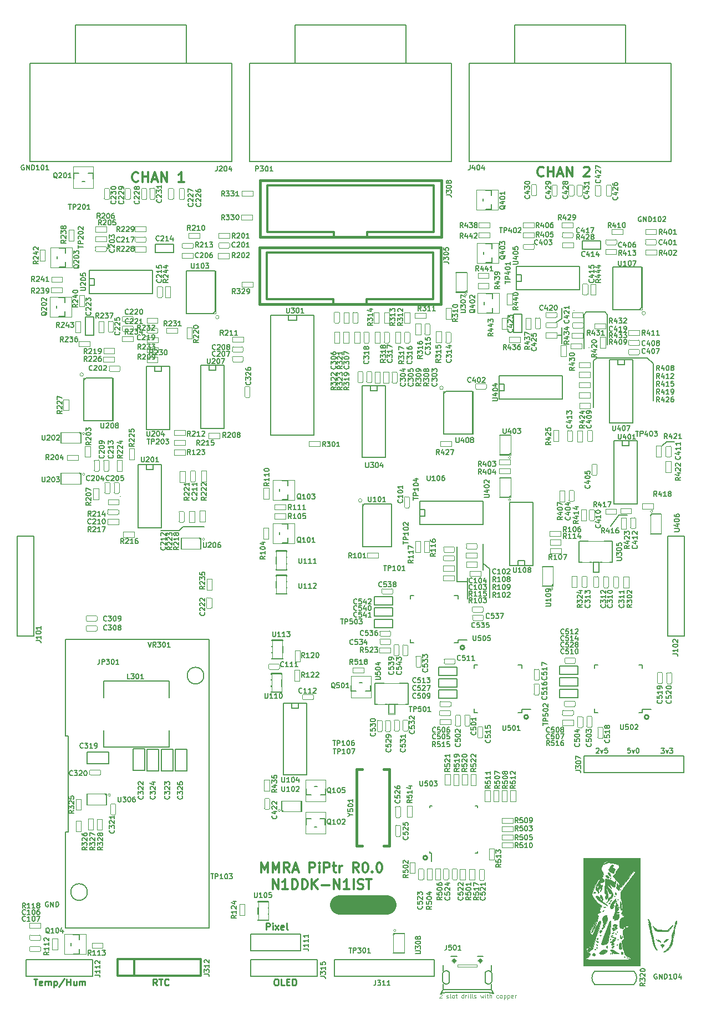
<source format=gto>
G04 #@! TF.FileFunction,Legend,Top*
%FSLAX46Y46*%
G04 Gerber Fmt 4.6, Leading zero omitted, Abs format (unit mm)*
G04 Created by KiCad (PCBNEW 4.0.6) date Sunday, November 05, 2017 'PMt' 08:57:24 PM*
%MOMM*%
%LPD*%
G01*
G04 APERTURE LIST*
%ADD10C,0.100000*%
%ADD11C,0.200000*%
%ADD12C,0.190000*%
%ADD13C,0.152400*%
%ADD14C,0.250000*%
%ADD15C,3.000000*%
%ADD16C,0.300000*%
%ADD17C,0.127000*%
%ADD18C,0.150000*%
%ADD19C,0.190500*%
%ADD20C,0.203200*%
%ADD21C,0.381000*%
%ADD22C,0.304800*%
%ADD23C,0.200660*%
%ADD24C,0.002540*%
%ADD25C,0.010000*%
%ADD26C,0.076200*%
%ADD27C,0.066040*%
G04 APERTURE END LIST*
D10*
D11*
X128150000Y-104740000D02*
X128150000Y-105740000D01*
X128150000Y-104740000D02*
X128150000Y-101740000D01*
X129150000Y-105540000D02*
X128150000Y-104740000D01*
X129150000Y-105540000D02*
X129150000Y-109940000D01*
X125750000Y-106940000D02*
X125750000Y-110140000D01*
X124150000Y-107540000D02*
X125750000Y-107540000D01*
X124150000Y-102140000D02*
X124150000Y-107540000D01*
X70950000Y-56740000D02*
X70950000Y-55940000D01*
X70750000Y-56740000D02*
X70950000Y-56740000D01*
X146750000Y-66340000D02*
X143950000Y-66340000D01*
X147150000Y-66740000D02*
X146750000Y-66340000D01*
X156150000Y-86140000D02*
X157350000Y-86140000D01*
X155550000Y-86740000D02*
X156150000Y-86140000D01*
X140150000Y-68740000D02*
X140150000Y-71140000D01*
X139550000Y-69940000D02*
X140150000Y-69940000D01*
X140150000Y-67340000D02*
X140150000Y-65740000D01*
X139350000Y-67940000D02*
X140150000Y-67340000D01*
X147150000Y-66740000D02*
X147150000Y-71340000D01*
X143550000Y-66740000D02*
X143950000Y-66340000D01*
X143550000Y-71940000D02*
X143550000Y-66740000D01*
X82350000Y-99140000D02*
X85550000Y-99140000D01*
X81750000Y-99740000D02*
X82350000Y-99140000D01*
X78950000Y-99740000D02*
X81750000Y-99740000D01*
D12*
X61770953Y-156360000D02*
X61698572Y-156323810D01*
X61590000Y-156323810D01*
X61481429Y-156360000D01*
X61409048Y-156432381D01*
X61372857Y-156504762D01*
X61336667Y-156649524D01*
X61336667Y-156758095D01*
X61372857Y-156902857D01*
X61409048Y-156975238D01*
X61481429Y-157047619D01*
X61590000Y-157083810D01*
X61662381Y-157083810D01*
X61770953Y-157047619D01*
X61807143Y-157011429D01*
X61807143Y-156758095D01*
X61662381Y-156758095D01*
X62132857Y-157083810D02*
X62132857Y-156323810D01*
X62567143Y-157083810D01*
X62567143Y-156323810D01*
X62929047Y-157083810D02*
X62929047Y-156323810D01*
X63110000Y-156323810D01*
X63218571Y-156360000D01*
X63290952Y-156432381D01*
X63327143Y-156504762D01*
X63363333Y-156649524D01*
X63363333Y-156758095D01*
X63327143Y-156902857D01*
X63290952Y-156975238D01*
X63218571Y-157047619D01*
X63110000Y-157083810D01*
X62929047Y-157083810D01*
D11*
X148875000Y-97365000D02*
X147650000Y-99040000D01*
X150150000Y-97365000D02*
X148875000Y-97365000D01*
D13*
X145429144Y-132945286D02*
X145465430Y-132909000D01*
X145538001Y-132872714D01*
X145719430Y-132872714D01*
X145792001Y-132909000D01*
X145828287Y-132945286D01*
X145864572Y-133017857D01*
X145864572Y-133090429D01*
X145828287Y-133199286D01*
X145392858Y-133634714D01*
X145864572Y-133634714D01*
X146118572Y-133126714D02*
X146300001Y-133634714D01*
X146481429Y-133126714D01*
X147134572Y-132872714D02*
X146771715Y-132872714D01*
X146735429Y-133235571D01*
X146771715Y-133199286D01*
X146844286Y-133163000D01*
X147025715Y-133163000D01*
X147098286Y-133199286D01*
X147134572Y-133235571D01*
X147170857Y-133308143D01*
X147170857Y-133489571D01*
X147134572Y-133562143D01*
X147098286Y-133598429D01*
X147025715Y-133634714D01*
X146844286Y-133634714D01*
X146771715Y-133598429D01*
X146735429Y-133562143D01*
X150628287Y-132872714D02*
X150265430Y-132872714D01*
X150229144Y-133235571D01*
X150265430Y-133199286D01*
X150338001Y-133163000D01*
X150519430Y-133163000D01*
X150592001Y-133199286D01*
X150628287Y-133235571D01*
X150664572Y-133308143D01*
X150664572Y-133489571D01*
X150628287Y-133562143D01*
X150592001Y-133598429D01*
X150519430Y-133634714D01*
X150338001Y-133634714D01*
X150265430Y-133598429D01*
X150229144Y-133562143D01*
X150918572Y-133126714D02*
X151100001Y-133634714D01*
X151281429Y-133126714D01*
X151716857Y-132872714D02*
X151789429Y-132872714D01*
X151862000Y-132909000D01*
X151898286Y-132945286D01*
X151934572Y-133017857D01*
X151970857Y-133163000D01*
X151970857Y-133344429D01*
X151934572Y-133489571D01*
X151898286Y-133562143D01*
X151862000Y-133598429D01*
X151789429Y-133634714D01*
X151716857Y-133634714D01*
X151644286Y-133598429D01*
X151608000Y-133562143D01*
X151571715Y-133489571D01*
X151535429Y-133344429D01*
X151535429Y-133163000D01*
X151571715Y-133017857D01*
X151608000Y-132945286D01*
X151644286Y-132909000D01*
X151716857Y-132872714D01*
X155342858Y-132922714D02*
X155814572Y-132922714D01*
X155560572Y-133213000D01*
X155669430Y-133213000D01*
X155742001Y-133249286D01*
X155778287Y-133285571D01*
X155814572Y-133358143D01*
X155814572Y-133539571D01*
X155778287Y-133612143D01*
X155742001Y-133648429D01*
X155669430Y-133684714D01*
X155451715Y-133684714D01*
X155379144Y-133648429D01*
X155342858Y-133612143D01*
X156068572Y-133176714D02*
X156250001Y-133684714D01*
X156431429Y-133176714D01*
X156649143Y-132922714D02*
X157120857Y-132922714D01*
X156866857Y-133213000D01*
X156975715Y-133213000D01*
X157048286Y-133249286D01*
X157084572Y-133285571D01*
X157120857Y-133358143D01*
X157120857Y-133539571D01*
X157084572Y-133612143D01*
X157048286Y-133648429D01*
X156975715Y-133684714D01*
X156758000Y-133684714D01*
X156685429Y-133648429D01*
X156649143Y-133612143D01*
D14*
X96497619Y-168092381D02*
X96688096Y-168092381D01*
X96783334Y-168140000D01*
X96878572Y-168235238D01*
X96926191Y-168425714D01*
X96926191Y-168759048D01*
X96878572Y-168949524D01*
X96783334Y-169044762D01*
X96688096Y-169092381D01*
X96497619Y-169092381D01*
X96402381Y-169044762D01*
X96307143Y-168949524D01*
X96259524Y-168759048D01*
X96259524Y-168425714D01*
X96307143Y-168235238D01*
X96402381Y-168140000D01*
X96497619Y-168092381D01*
X97830953Y-169092381D02*
X97354762Y-169092381D01*
X97354762Y-168092381D01*
X98164286Y-168568571D02*
X98497620Y-168568571D01*
X98640477Y-169092381D02*
X98164286Y-169092381D01*
X98164286Y-168092381D01*
X98640477Y-168092381D01*
X99069048Y-169092381D02*
X99069048Y-168092381D01*
X99307143Y-168092381D01*
X99450001Y-168140000D01*
X99545239Y-168235238D01*
X99592858Y-168330476D01*
X99640477Y-168520952D01*
X99640477Y-168663810D01*
X99592858Y-168854286D01*
X99545239Y-168949524D01*
X99450001Y-169044762D01*
X99307143Y-169092381D01*
X99069048Y-169092381D01*
D15*
X106270000Y-156785000D02*
X113420000Y-156785000D01*
D16*
X94321429Y-151843571D02*
X94321429Y-150343571D01*
X94821429Y-151415000D01*
X95321429Y-150343571D01*
X95321429Y-151843571D01*
X96035715Y-151843571D02*
X96035715Y-150343571D01*
X96535715Y-151415000D01*
X97035715Y-150343571D01*
X97035715Y-151843571D01*
X98607144Y-151843571D02*
X98107144Y-151129286D01*
X97750001Y-151843571D02*
X97750001Y-150343571D01*
X98321429Y-150343571D01*
X98464287Y-150415000D01*
X98535715Y-150486429D01*
X98607144Y-150629286D01*
X98607144Y-150843571D01*
X98535715Y-150986429D01*
X98464287Y-151057857D01*
X98321429Y-151129286D01*
X97750001Y-151129286D01*
X99178572Y-151415000D02*
X99892858Y-151415000D01*
X99035715Y-151843571D02*
X99535715Y-150343571D01*
X100035715Y-151843571D01*
X101678572Y-151843571D02*
X101678572Y-150343571D01*
X102250000Y-150343571D01*
X102392858Y-150415000D01*
X102464286Y-150486429D01*
X102535715Y-150629286D01*
X102535715Y-150843571D01*
X102464286Y-150986429D01*
X102392858Y-151057857D01*
X102250000Y-151129286D01*
X101678572Y-151129286D01*
X103178572Y-151843571D02*
X103178572Y-150843571D01*
X103178572Y-150343571D02*
X103107143Y-150415000D01*
X103178572Y-150486429D01*
X103250000Y-150415000D01*
X103178572Y-150343571D01*
X103178572Y-150486429D01*
X103892858Y-151843571D02*
X103892858Y-150343571D01*
X104464286Y-150343571D01*
X104607144Y-150415000D01*
X104678572Y-150486429D01*
X104750001Y-150629286D01*
X104750001Y-150843571D01*
X104678572Y-150986429D01*
X104607144Y-151057857D01*
X104464286Y-151129286D01*
X103892858Y-151129286D01*
X105178572Y-150843571D02*
X105750001Y-150843571D01*
X105392858Y-150343571D02*
X105392858Y-151629286D01*
X105464286Y-151772143D01*
X105607144Y-151843571D01*
X105750001Y-151843571D01*
X106250001Y-151843571D02*
X106250001Y-150843571D01*
X106250001Y-151129286D02*
X106321429Y-150986429D01*
X106392858Y-150915000D01*
X106535715Y-150843571D01*
X106678572Y-150843571D01*
X109178572Y-151843571D02*
X108678572Y-151129286D01*
X108321429Y-151843571D02*
X108321429Y-150343571D01*
X108892857Y-150343571D01*
X109035715Y-150415000D01*
X109107143Y-150486429D01*
X109178572Y-150629286D01*
X109178572Y-150843571D01*
X109107143Y-150986429D01*
X109035715Y-151057857D01*
X108892857Y-151129286D01*
X108321429Y-151129286D01*
X110107143Y-150343571D02*
X110250000Y-150343571D01*
X110392857Y-150415000D01*
X110464286Y-150486429D01*
X110535715Y-150629286D01*
X110607143Y-150915000D01*
X110607143Y-151272143D01*
X110535715Y-151557857D01*
X110464286Y-151700714D01*
X110392857Y-151772143D01*
X110250000Y-151843571D01*
X110107143Y-151843571D01*
X109964286Y-151772143D01*
X109892857Y-151700714D01*
X109821429Y-151557857D01*
X109750000Y-151272143D01*
X109750000Y-150915000D01*
X109821429Y-150629286D01*
X109892857Y-150486429D01*
X109964286Y-150415000D01*
X110107143Y-150343571D01*
X111250000Y-151700714D02*
X111321428Y-151772143D01*
X111250000Y-151843571D01*
X111178571Y-151772143D01*
X111250000Y-151700714D01*
X111250000Y-151843571D01*
X112250000Y-150343571D02*
X112392857Y-150343571D01*
X112535714Y-150415000D01*
X112607143Y-150486429D01*
X112678572Y-150629286D01*
X112750000Y-150915000D01*
X112750000Y-151272143D01*
X112678572Y-151557857D01*
X112607143Y-151700714D01*
X112535714Y-151772143D01*
X112392857Y-151843571D01*
X112250000Y-151843571D01*
X112107143Y-151772143D01*
X112035714Y-151700714D01*
X111964286Y-151557857D01*
X111892857Y-151272143D01*
X111892857Y-150915000D01*
X111964286Y-150629286D01*
X112035714Y-150486429D01*
X112107143Y-150415000D01*
X112250000Y-150343571D01*
X96035715Y-154393571D02*
X96035715Y-152893571D01*
X96892858Y-154393571D01*
X96892858Y-152893571D01*
X98392858Y-154393571D02*
X97535715Y-154393571D01*
X97964287Y-154393571D02*
X97964287Y-152893571D01*
X97821430Y-153107857D01*
X97678572Y-153250714D01*
X97535715Y-153322143D01*
X99035715Y-154393571D02*
X99035715Y-152893571D01*
X99392858Y-152893571D01*
X99607143Y-152965000D01*
X99750001Y-153107857D01*
X99821429Y-153250714D01*
X99892858Y-153536429D01*
X99892858Y-153750714D01*
X99821429Y-154036429D01*
X99750001Y-154179286D01*
X99607143Y-154322143D01*
X99392858Y-154393571D01*
X99035715Y-154393571D01*
X100535715Y-154393571D02*
X100535715Y-152893571D01*
X100892858Y-152893571D01*
X101107143Y-152965000D01*
X101250001Y-153107857D01*
X101321429Y-153250714D01*
X101392858Y-153536429D01*
X101392858Y-153750714D01*
X101321429Y-154036429D01*
X101250001Y-154179286D01*
X101107143Y-154322143D01*
X100892858Y-154393571D01*
X100535715Y-154393571D01*
X102035715Y-154393571D02*
X102035715Y-152893571D01*
X102892858Y-154393571D02*
X102250001Y-153536429D01*
X102892858Y-152893571D02*
X102035715Y-153750714D01*
X103535715Y-153822143D02*
X104678572Y-153822143D01*
X105392858Y-154393571D02*
X105392858Y-152893571D01*
X106250001Y-154393571D01*
X106250001Y-152893571D01*
X107750001Y-154393571D02*
X106892858Y-154393571D01*
X107321430Y-154393571D02*
X107321430Y-152893571D01*
X107178573Y-153107857D01*
X107035715Y-153250714D01*
X106892858Y-153322143D01*
X108392858Y-154393571D02*
X108392858Y-152893571D01*
X109035715Y-154322143D02*
X109250001Y-154393571D01*
X109607144Y-154393571D01*
X109750001Y-154322143D01*
X109821430Y-154250714D01*
X109892858Y-154107857D01*
X109892858Y-153965000D01*
X109821430Y-153822143D01*
X109750001Y-153750714D01*
X109607144Y-153679286D01*
X109321430Y-153607857D01*
X109178572Y-153536429D01*
X109107144Y-153465000D01*
X109035715Y-153322143D01*
X109035715Y-153179286D01*
X109107144Y-153036429D01*
X109178572Y-152965000D01*
X109321430Y-152893571D01*
X109678572Y-152893571D01*
X109892858Y-152965000D01*
X110321429Y-152893571D02*
X111178572Y-152893571D01*
X110750001Y-154393571D02*
X110750001Y-152893571D01*
D11*
X72750000Y-94440000D02*
X72750000Y-94440000D01*
X142050000Y-66140000D02*
X142050000Y-66140000D01*
X144350000Y-71740000D02*
X144350000Y-71740000D01*
X145050000Y-80940000D02*
X145050000Y-80940000D01*
X145050000Y-73840000D02*
X145050000Y-80940000D01*
X145550000Y-73340000D02*
X145050000Y-73840000D01*
X153250000Y-73340000D02*
X145550000Y-73340000D01*
X154150000Y-74240000D02*
X153250000Y-73340000D01*
X154150000Y-79940000D02*
X154150000Y-74240000D01*
X126450000Y-98740000D02*
X126450000Y-98740000D01*
D14*
X59550000Y-168092381D02*
X60121429Y-168092381D01*
X59835714Y-169092381D02*
X59835714Y-168092381D01*
X60835715Y-169044762D02*
X60740477Y-169092381D01*
X60550000Y-169092381D01*
X60454762Y-169044762D01*
X60407143Y-168949524D01*
X60407143Y-168568571D01*
X60454762Y-168473333D01*
X60550000Y-168425714D01*
X60740477Y-168425714D01*
X60835715Y-168473333D01*
X60883334Y-168568571D01*
X60883334Y-168663810D01*
X60407143Y-168759048D01*
X61311905Y-169092381D02*
X61311905Y-168425714D01*
X61311905Y-168520952D02*
X61359524Y-168473333D01*
X61454762Y-168425714D01*
X61597620Y-168425714D01*
X61692858Y-168473333D01*
X61740477Y-168568571D01*
X61740477Y-169092381D01*
X61740477Y-168568571D02*
X61788096Y-168473333D01*
X61883334Y-168425714D01*
X62026191Y-168425714D01*
X62121429Y-168473333D01*
X62169048Y-168568571D01*
X62169048Y-169092381D01*
X62645238Y-168425714D02*
X62645238Y-169425714D01*
X62645238Y-168473333D02*
X62740476Y-168425714D01*
X62930953Y-168425714D01*
X63026191Y-168473333D01*
X63073810Y-168520952D01*
X63121429Y-168616190D01*
X63121429Y-168901905D01*
X63073810Y-168997143D01*
X63026191Y-169044762D01*
X62930953Y-169092381D01*
X62740476Y-169092381D01*
X62645238Y-169044762D01*
X64264286Y-168044762D02*
X63407143Y-169330476D01*
X64597619Y-169092381D02*
X64597619Y-168092381D01*
X64597619Y-168568571D02*
X65169048Y-168568571D01*
X65169048Y-169092381D02*
X65169048Y-168092381D01*
X66073810Y-168425714D02*
X66073810Y-169092381D01*
X65645238Y-168425714D02*
X65645238Y-168949524D01*
X65692857Y-169044762D01*
X65788095Y-169092381D01*
X65930953Y-169092381D01*
X66026191Y-169044762D01*
X66073810Y-168997143D01*
X66550000Y-169092381D02*
X66550000Y-168425714D01*
X66550000Y-168520952D02*
X66597619Y-168473333D01*
X66692857Y-168425714D01*
X66835715Y-168425714D01*
X66930953Y-168473333D01*
X66978572Y-168568571D01*
X66978572Y-169092381D01*
X66978572Y-168568571D02*
X67026191Y-168473333D01*
X67121429Y-168425714D01*
X67264286Y-168425714D01*
X67359524Y-168473333D01*
X67407143Y-168568571D01*
X67407143Y-169092381D01*
X78378572Y-169092381D02*
X78045238Y-168616190D01*
X77807143Y-169092381D02*
X77807143Y-168092381D01*
X78188096Y-168092381D01*
X78283334Y-168140000D01*
X78330953Y-168187619D01*
X78378572Y-168282857D01*
X78378572Y-168425714D01*
X78330953Y-168520952D01*
X78283334Y-168568571D01*
X78188096Y-168616190D01*
X77807143Y-168616190D01*
X78664286Y-168092381D02*
X79235715Y-168092381D01*
X78950000Y-169092381D02*
X78950000Y-168092381D01*
X80140477Y-168997143D02*
X80092858Y-169044762D01*
X79950001Y-169092381D01*
X79854763Y-169092381D01*
X79711905Y-169044762D01*
X79616667Y-168949524D01*
X79569048Y-168854286D01*
X79521429Y-168663810D01*
X79521429Y-168520952D01*
X79569048Y-168330476D01*
X79616667Y-168235238D01*
X79711905Y-168140000D01*
X79854763Y-168092381D01*
X79950001Y-168092381D01*
X80092858Y-168140000D01*
X80140477Y-168187619D01*
X95054762Y-160592381D02*
X95054762Y-159592381D01*
X95435715Y-159592381D01*
X95530953Y-159640000D01*
X95578572Y-159687619D01*
X95626191Y-159782857D01*
X95626191Y-159925714D01*
X95578572Y-160020952D01*
X95530953Y-160068571D01*
X95435715Y-160116190D01*
X95054762Y-160116190D01*
X96054762Y-160592381D02*
X96054762Y-159925714D01*
X96054762Y-159592381D02*
X96007143Y-159640000D01*
X96054762Y-159687619D01*
X96102381Y-159640000D01*
X96054762Y-159592381D01*
X96054762Y-159687619D01*
X96435714Y-160592381D02*
X96959524Y-159925714D01*
X96435714Y-159925714D02*
X96959524Y-160592381D01*
X97721429Y-160544762D02*
X97626191Y-160592381D01*
X97435714Y-160592381D01*
X97340476Y-160544762D01*
X97292857Y-160449524D01*
X97292857Y-160068571D01*
X97340476Y-159973333D01*
X97435714Y-159925714D01*
X97626191Y-159925714D01*
X97721429Y-159973333D01*
X97769048Y-160068571D01*
X97769048Y-160163810D01*
X97292857Y-160259048D01*
X98340476Y-160592381D02*
X98245238Y-160544762D01*
X98197619Y-160449524D01*
X98197619Y-159592381D01*
D16*
X137414286Y-45575714D02*
X137342857Y-45647143D01*
X137128571Y-45718571D01*
X136985714Y-45718571D01*
X136771429Y-45647143D01*
X136628571Y-45504286D01*
X136557143Y-45361429D01*
X136485714Y-45075714D01*
X136485714Y-44861429D01*
X136557143Y-44575714D01*
X136628571Y-44432857D01*
X136771429Y-44290000D01*
X136985714Y-44218571D01*
X137128571Y-44218571D01*
X137342857Y-44290000D01*
X137414286Y-44361429D01*
X138057143Y-45718571D02*
X138057143Y-44218571D01*
X138057143Y-44932857D02*
X138914286Y-44932857D01*
X138914286Y-45718571D02*
X138914286Y-44218571D01*
X139557143Y-45290000D02*
X140271429Y-45290000D01*
X139414286Y-45718571D02*
X139914286Y-44218571D01*
X140414286Y-45718571D01*
X140914286Y-45718571D02*
X140914286Y-44218571D01*
X141771429Y-45718571D01*
X141771429Y-44218571D01*
X143557143Y-44361429D02*
X143628572Y-44290000D01*
X143771429Y-44218571D01*
X144128572Y-44218571D01*
X144271429Y-44290000D01*
X144342858Y-44361429D01*
X144414286Y-44504286D01*
X144414286Y-44647143D01*
X144342858Y-44861429D01*
X143485715Y-45718571D01*
X144414286Y-45718571D01*
X75514286Y-46375714D02*
X75442857Y-46447143D01*
X75228571Y-46518571D01*
X75085714Y-46518571D01*
X74871429Y-46447143D01*
X74728571Y-46304286D01*
X74657143Y-46161429D01*
X74585714Y-45875714D01*
X74585714Y-45661429D01*
X74657143Y-45375714D01*
X74728571Y-45232857D01*
X74871429Y-45090000D01*
X75085714Y-45018571D01*
X75228571Y-45018571D01*
X75442857Y-45090000D01*
X75514286Y-45161429D01*
X76157143Y-46518571D02*
X76157143Y-45018571D01*
X76157143Y-45732857D02*
X77014286Y-45732857D01*
X77014286Y-46518571D02*
X77014286Y-45018571D01*
X77657143Y-46090000D02*
X78371429Y-46090000D01*
X77514286Y-46518571D02*
X78014286Y-45018571D01*
X78514286Y-46518571D01*
X79014286Y-46518571D02*
X79014286Y-45018571D01*
X79871429Y-46518571D01*
X79871429Y-45018571D01*
X82514286Y-46518571D02*
X81657143Y-46518571D01*
X82085715Y-46518571D02*
X82085715Y-45018571D01*
X81942858Y-45232857D01*
X81800000Y-45375714D01*
X81657143Y-45447143D01*
D17*
X111533000Y-114505000D02*
X111533000Y-113235000D01*
X114327000Y-114505000D02*
X111533000Y-114505000D01*
X114327000Y-113235000D02*
X114327000Y-114505000D01*
X111533000Y-113235000D02*
X114327000Y-113235000D01*
X111533000Y-112775000D02*
X111533000Y-111505000D01*
X114327000Y-112775000D02*
X111533000Y-112775000D01*
X114327000Y-111505000D02*
X114327000Y-112775000D01*
X111533000Y-111505000D02*
X114327000Y-111505000D01*
X111533000Y-111075000D02*
X111533000Y-109805000D01*
X114327000Y-111075000D02*
X111533000Y-111075000D01*
X114327000Y-109805000D02*
X114327000Y-111075000D01*
X111533000Y-109805000D02*
X114327000Y-109805000D01*
X121403000Y-122295000D02*
X124197000Y-122295000D01*
X124197000Y-122295000D02*
X124197000Y-123565000D01*
X124197000Y-123565000D02*
X121403000Y-123565000D01*
X121403000Y-123565000D02*
X121403000Y-122295000D01*
X121403000Y-120575000D02*
X124197000Y-120575000D01*
X124197000Y-120575000D02*
X124197000Y-121845000D01*
X124197000Y-121845000D02*
X121403000Y-121845000D01*
X121403000Y-121845000D02*
X121403000Y-120575000D01*
X121393000Y-123995000D02*
X124187000Y-123995000D01*
X124187000Y-123995000D02*
X124187000Y-125265000D01*
X124187000Y-125265000D02*
X121393000Y-125265000D01*
X121393000Y-125265000D02*
X121393000Y-123995000D01*
X139833000Y-120395000D02*
X142627000Y-120395000D01*
X142627000Y-120395000D02*
X142627000Y-121665000D01*
X142627000Y-121665000D02*
X139833000Y-121665000D01*
X139833000Y-121665000D02*
X139833000Y-120395000D01*
X139833000Y-122185000D02*
X142627000Y-122185000D01*
X142627000Y-122185000D02*
X142627000Y-123455000D01*
X142627000Y-123455000D02*
X139833000Y-123455000D01*
X139833000Y-123455000D02*
X139833000Y-122185000D01*
X139823000Y-125225000D02*
X139823000Y-123955000D01*
X142617000Y-125225000D02*
X139823000Y-125225000D01*
X142617000Y-123955000D02*
X142617000Y-125225000D01*
X139823000Y-123955000D02*
X142617000Y-123955000D01*
X82964000Y-133039000D02*
X82964000Y-136341000D01*
X81186000Y-133039000D02*
X82964000Y-133039000D01*
X81186000Y-136341000D02*
X81186000Y-133039000D01*
X82964000Y-136341000D02*
X81186000Y-136341000D01*
X80864000Y-133039000D02*
X80864000Y-136341000D01*
X79086000Y-133039000D02*
X80864000Y-133039000D01*
X79086000Y-136341000D02*
X79086000Y-133039000D01*
X80864000Y-136341000D02*
X79086000Y-136341000D01*
X78664000Y-136341000D02*
X76886000Y-136341000D01*
X76886000Y-136341000D02*
X76886000Y-133039000D01*
X76886000Y-133039000D02*
X78664000Y-133039000D01*
X78664000Y-133039000D02*
X78664000Y-136341000D01*
X76489000Y-136291000D02*
X74711000Y-136291000D01*
X74711000Y-136291000D02*
X74711000Y-132989000D01*
X74711000Y-132989000D02*
X76489000Y-132989000D01*
X76489000Y-132989000D02*
X76489000Y-136291000D01*
X132835000Y-69457000D02*
X132835000Y-66663000D01*
X132835000Y-66663000D02*
X134105000Y-66663000D01*
X134105000Y-66663000D02*
X134105000Y-69457000D01*
X134105000Y-69457000D02*
X132835000Y-69457000D01*
X146147000Y-55505000D02*
X146147000Y-56775000D01*
X143353000Y-55505000D02*
X146147000Y-55505000D01*
X143353000Y-56775000D02*
X143353000Y-55505000D01*
X146147000Y-56775000D02*
X143353000Y-56775000D01*
X71001000Y-133451000D02*
X71001000Y-135229000D01*
X71001000Y-135229000D02*
X67699000Y-135229000D01*
X67699000Y-135229000D02*
X67699000Y-133451000D01*
X67699000Y-133451000D02*
X71001000Y-133451000D01*
X67415000Y-69937000D02*
X67415000Y-67143000D01*
X67415000Y-67143000D02*
X68685000Y-67143000D01*
X68685000Y-67143000D02*
X68685000Y-69937000D01*
X68685000Y-69937000D02*
X67415000Y-69937000D01*
X80897000Y-56055000D02*
X80897000Y-57325000D01*
X78103000Y-56055000D02*
X80897000Y-56055000D01*
X78103000Y-57325000D02*
X78103000Y-56055000D01*
X80897000Y-57325000D02*
X78103000Y-57325000D01*
D18*
X120255100Y-148920927D02*
X120255100Y-150145927D01*
X120030100Y-141670927D02*
X120030100Y-141970927D01*
X127280100Y-141670927D02*
X127280100Y-141970927D01*
X127280100Y-148920927D02*
X127280100Y-148620927D01*
X120030100Y-148920927D02*
X120030100Y-148620927D01*
X127280100Y-148920927D02*
X126980100Y-148920927D01*
X127280100Y-141670927D02*
X126980100Y-141670927D01*
X120030100Y-141670927D02*
X120330100Y-141670927D01*
X120030100Y-148920927D02*
X120255100Y-148920927D01*
D13*
X119696310Y-149613927D02*
G75*
G03X119696310Y-149613927I-359210J0D01*
G01*
X119591100Y-149613927D02*
G75*
G03X119591100Y-149613927I-254000J0D01*
G01*
D19*
X151728000Y-86014000D02*
X148172000Y-86014000D01*
X151728000Y-95666000D02*
X148172000Y-95666000D01*
X148172000Y-86014000D02*
X148172000Y-95666000D01*
D20*
X151728000Y-86014000D02*
X151728000Y-95666000D01*
X150458000Y-86014000D02*
X150458000Y-86776000D01*
X150458000Y-86776000D02*
X149442000Y-86776000D01*
X149442000Y-86776000D02*
X149442000Y-86014000D01*
D19*
X133244000Y-59444000D02*
X133244000Y-63000000D01*
X142896000Y-59444000D02*
X142896000Y-63000000D01*
X133244000Y-63000000D02*
X142896000Y-63000000D01*
D20*
X133244000Y-59444000D02*
X142896000Y-59444000D01*
X133244000Y-60714000D02*
X134006000Y-60714000D01*
X134006000Y-60714000D02*
X134006000Y-61730000D01*
X134006000Y-61730000D02*
X133244000Y-61730000D01*
D19*
X130624000Y-76062000D02*
X130624000Y-79618000D01*
X140276000Y-76062000D02*
X140276000Y-79618000D01*
X130624000Y-79618000D02*
X140276000Y-79618000D01*
D20*
X130624000Y-76062000D02*
X140276000Y-76062000D01*
X130624000Y-77332000D02*
X131386000Y-77332000D01*
X131386000Y-77332000D02*
X131386000Y-78348000D01*
X131386000Y-78348000D02*
X130624000Y-78348000D01*
D21*
X94107000Y-46322000D02*
X121793000Y-46322000D01*
X121793000Y-46322000D02*
X121793000Y-54958000D01*
X121793000Y-54958000D02*
X94107000Y-54958000D01*
X94107000Y-54958000D02*
X94107000Y-46322000D01*
D22*
X105410000Y-54958000D02*
X105410000Y-54196000D01*
X105410000Y-54196000D02*
X95250000Y-54196000D01*
X95250000Y-54196000D02*
X95250000Y-47084000D01*
X95250000Y-47084000D02*
X120650000Y-47084000D01*
X120650000Y-47084000D02*
X120650000Y-54196000D01*
X120650000Y-54196000D02*
X110490000Y-54196000D01*
X110490000Y-54196000D02*
X110490000Y-54958000D01*
D19*
X151024000Y-73668000D02*
X147468000Y-73668000D01*
X151024000Y-83320000D02*
X147468000Y-83320000D01*
X147468000Y-73668000D02*
X147468000Y-83320000D01*
D20*
X151024000Y-73668000D02*
X151024000Y-83320000D01*
X149754000Y-73668000D02*
X149754000Y-74430000D01*
X149754000Y-74430000D02*
X148738000Y-74430000D01*
X148738000Y-74430000D02*
X148738000Y-73668000D01*
D19*
X79062000Y-89660000D02*
X75506000Y-89660000D01*
X79062000Y-99312000D02*
X75506000Y-99312000D01*
X75506000Y-89660000D02*
X75506000Y-99312000D01*
D20*
X79062000Y-89660000D02*
X79062000Y-99312000D01*
X77792000Y-89660000D02*
X77792000Y-90422000D01*
X77792000Y-90422000D02*
X76776000Y-90422000D01*
X76776000Y-90422000D02*
X76776000Y-89660000D01*
D19*
X80328000Y-74614000D02*
X76772000Y-74614000D01*
X80328000Y-84266000D02*
X76772000Y-84266000D01*
X76772000Y-74614000D02*
X76772000Y-84266000D01*
D20*
X80328000Y-74614000D02*
X80328000Y-84266000D01*
X79058000Y-74614000D02*
X79058000Y-75376000D01*
X79058000Y-75376000D02*
X78042000Y-75376000D01*
X78042000Y-75376000D02*
X78042000Y-74614000D01*
D19*
X68032000Y-60044000D02*
X68032000Y-63600000D01*
X77684000Y-60044000D02*
X77684000Y-63600000D01*
X68032000Y-63600000D02*
X77684000Y-63600000D01*
D20*
X68032000Y-60044000D02*
X77684000Y-60044000D01*
X68032000Y-61314000D02*
X68794000Y-61314000D01*
X68794000Y-61314000D02*
X68794000Y-62330000D01*
X68794000Y-62330000D02*
X68032000Y-62330000D01*
D19*
X88628000Y-74514000D02*
X85072000Y-74514000D01*
X88628000Y-84166000D02*
X85072000Y-84166000D01*
X85072000Y-74514000D02*
X85072000Y-84166000D01*
D20*
X88628000Y-74514000D02*
X88628000Y-84166000D01*
X87358000Y-74514000D02*
X87358000Y-75276000D01*
X87358000Y-75276000D02*
X86342000Y-75276000D01*
X86342000Y-75276000D02*
X86342000Y-74514000D01*
X101228000Y-126029000D02*
X101228000Y-136951000D01*
X101228000Y-136951000D02*
X97672000Y-136951000D01*
X97672000Y-136951000D02*
X97672000Y-126029000D01*
X97672000Y-126029000D02*
X101228000Y-126029000D01*
X99958000Y-126029000D02*
X99958000Y-126791000D01*
X99958000Y-126791000D02*
X98942000Y-126791000D01*
X98942000Y-126791000D02*
X98942000Y-126029000D01*
D23*
X98415000Y-66896000D02*
X98415000Y-67658000D01*
X98415000Y-67658000D02*
X99685000Y-67658000D01*
X99685000Y-67658000D02*
X99685000Y-66896000D01*
X102352000Y-66896000D02*
X95748000Y-66896000D01*
X102352000Y-85184000D02*
X95748000Y-85184000D01*
X102352000Y-66896000D02*
X102352000Y-85184000D01*
X95748000Y-66896000D02*
X95748000Y-85184000D01*
D20*
X113228000Y-77629000D02*
X113228000Y-88551000D01*
X113228000Y-88551000D02*
X109672000Y-88551000D01*
X109672000Y-88551000D02*
X109672000Y-77629000D01*
X109672000Y-77629000D02*
X113228000Y-77629000D01*
X111958000Y-77629000D02*
X111958000Y-78391000D01*
X111958000Y-78391000D02*
X110942000Y-78391000D01*
X110942000Y-78391000D02*
X110942000Y-77629000D01*
D18*
X85535000Y-121830000D02*
G75*
G03X85535000Y-121830000I-1270000J0D01*
G01*
X67755000Y-154850000D02*
G75*
G03X67755000Y-154850000I-1270000J0D01*
G01*
X64375000Y-160340000D02*
X86374999Y-160340000D01*
X86374999Y-160340000D02*
X86375000Y-116340000D01*
X86375000Y-116340000D02*
X64375001Y-116340000D01*
X64375001Y-116340000D02*
X64375000Y-131006667D01*
X64375000Y-131006667D02*
X64825000Y-131006667D01*
X64825000Y-131006667D02*
X64825000Y-145673333D01*
X64825000Y-145673333D02*
X64375000Y-145673333D01*
X64375000Y-145673333D02*
X64375000Y-160340000D01*
D21*
X94007000Y-56522000D02*
X121693000Y-56522000D01*
X121693000Y-56522000D02*
X121693000Y-65158000D01*
X121693000Y-65158000D02*
X94007000Y-65158000D01*
X94007000Y-65158000D02*
X94007000Y-56522000D01*
D22*
X105310000Y-65158000D02*
X105310000Y-64396000D01*
X105310000Y-64396000D02*
X95150000Y-64396000D01*
X95150000Y-64396000D02*
X95150000Y-57284000D01*
X95150000Y-57284000D02*
X120550000Y-57284000D01*
X120550000Y-57284000D02*
X120550000Y-64396000D01*
X120550000Y-64396000D02*
X110390000Y-64396000D01*
X110390000Y-64396000D02*
X110390000Y-65158000D01*
D13*
X80275000Y-132690000D02*
X80275000Y-130190000D01*
X70275000Y-132690000D02*
X70275000Y-130190000D01*
X70275000Y-122690000D02*
X70275000Y-125190000D01*
X80275000Y-122690000D02*
X80275000Y-125190000D01*
X80275000Y-132690000D02*
X70275000Y-132690000D01*
X80275000Y-122690000D02*
X70275000Y-122690000D01*
D18*
X134050000Y-127440000D02*
X134050000Y-126990000D01*
X126800000Y-127440000D02*
X126800000Y-126915000D01*
X126800000Y-120190000D02*
X126800000Y-120715000D01*
X134050000Y-120190000D02*
X134050000Y-120715000D01*
X134050000Y-127440000D02*
X133525000Y-127440000D01*
X134050000Y-120190000D02*
X133525000Y-120190000D01*
X126800000Y-120190000D02*
X127325000Y-120190000D01*
X126800000Y-127440000D02*
X127325000Y-127440000D01*
X134050000Y-126990000D02*
X135425000Y-126990000D01*
D13*
X135102210Y-128133000D02*
G75*
G03X135102210Y-128133000I-359210J0D01*
G01*
X134997000Y-128133000D02*
G75*
G03X134997000Y-128133000I-254000J0D01*
G01*
X153384500Y-128145500D02*
G75*
G03X153384500Y-128145500I-254000J0D01*
G01*
X153489710Y-128145500D02*
G75*
G03X153489710Y-128145500I-359210J0D01*
G01*
D18*
X152437500Y-127002500D02*
X153812500Y-127002500D01*
X145187500Y-127452500D02*
X145712500Y-127452500D01*
X145187500Y-120202500D02*
X145712500Y-120202500D01*
X152437500Y-120202500D02*
X151912500Y-120202500D01*
X152437500Y-127452500D02*
X151912500Y-127452500D01*
X152437500Y-120202500D02*
X152437500Y-120727500D01*
X145187500Y-120202500D02*
X145187500Y-120727500D01*
X145187500Y-127452500D02*
X145187500Y-126927500D01*
X152437500Y-127452500D02*
X152437500Y-127002500D01*
D13*
X82902000Y-22550000D02*
X82902000Y-28450000D01*
X65942000Y-22550000D02*
X65942000Y-28450000D01*
X65942000Y-22550000D02*
X82902000Y-22550000D01*
X59017000Y-28450000D02*
X59017000Y-43445000D01*
X89827000Y-28450000D02*
X89827000Y-43445000D01*
X59017000Y-43445000D02*
X89827000Y-43445000D01*
X59017000Y-28450000D02*
X89827000Y-28450000D01*
X126045000Y-28450000D02*
X156855000Y-28450000D01*
X126045000Y-43445000D02*
X156855000Y-43445000D01*
X156855000Y-28450000D02*
X156855000Y-43445000D01*
X126045000Y-28450000D02*
X126045000Y-43445000D01*
X132970000Y-22550000D02*
X149930000Y-22550000D01*
X132970000Y-22550000D02*
X132970000Y-28450000D01*
X149930000Y-22550000D02*
X149930000Y-28450000D01*
X92545000Y-28450000D02*
X123355000Y-28450000D01*
X92545000Y-43445000D02*
X123355000Y-43445000D01*
X123355000Y-28450000D02*
X123355000Y-43445000D01*
X92545000Y-28450000D02*
X92545000Y-43445000D01*
X99470000Y-22550000D02*
X116430000Y-22550000D01*
X99470000Y-22550000D02*
X99470000Y-28450000D01*
X116430000Y-22550000D02*
X116430000Y-28450000D01*
D24*
G36*
X155690640Y-163995240D02*
X155944640Y-163939360D01*
X156188480Y-163835220D01*
X156607580Y-163477080D01*
X156930160Y-162991940D01*
X157052080Y-162608400D01*
X157143520Y-162102940D01*
X157143520Y-162090240D01*
X157204480Y-161688920D01*
X157278140Y-161462860D01*
X157288300Y-161442540D01*
X157351800Y-161178380D01*
X157400060Y-160744040D01*
X157405140Y-160695780D01*
X157471180Y-160228420D01*
X157572780Y-159923620D01*
X157684540Y-159654380D01*
X157732800Y-159369900D01*
X157689620Y-159240360D01*
X157575320Y-159334340D01*
X157425460Y-159720420D01*
X157295920Y-160360500D01*
X157260360Y-160576400D01*
X157156220Y-161018360D01*
X157057160Y-161259660D01*
X156968260Y-161467940D01*
X156909840Y-161983560D01*
X156851420Y-162481400D01*
X156531380Y-163256100D01*
X155944640Y-163830140D01*
X155690640Y-163995240D01*
X155690640Y-163995240D01*
G37*
X155690640Y-163995240D02*
X155944640Y-163939360D01*
X156188480Y-163835220D01*
X156607580Y-163477080D01*
X156930160Y-162991940D01*
X157052080Y-162608400D01*
X157143520Y-162102940D01*
X157143520Y-162090240D01*
X157204480Y-161688920D01*
X157278140Y-161462860D01*
X157288300Y-161442540D01*
X157351800Y-161178380D01*
X157400060Y-160744040D01*
X157405140Y-160695780D01*
X157471180Y-160228420D01*
X157572780Y-159923620D01*
X157684540Y-159654380D01*
X157732800Y-159369900D01*
X157689620Y-159240360D01*
X157575320Y-159334340D01*
X157425460Y-159720420D01*
X157295920Y-160360500D01*
X157260360Y-160576400D01*
X157156220Y-161018360D01*
X157057160Y-161259660D01*
X156968260Y-161467940D01*
X156909840Y-161983560D01*
X156851420Y-162481400D01*
X156531380Y-163256100D01*
X155944640Y-163830140D01*
X155690640Y-163995240D01*
G36*
X154644160Y-163715840D02*
X154720360Y-163644720D01*
X154679720Y-163538040D01*
X154514620Y-163261180D01*
X154425720Y-163108780D01*
X154209820Y-162478860D01*
X154126000Y-161757500D01*
X154110760Y-161569540D01*
X153988840Y-161257120D01*
X153973600Y-161239340D01*
X153859300Y-160921840D01*
X153780560Y-160302080D01*
X153706900Y-159684860D01*
X153587520Y-159275920D01*
X153394480Y-159001600D01*
X153313200Y-158935560D01*
X153295420Y-158988900D01*
X153424960Y-159174320D01*
X153508780Y-159286080D01*
X153457980Y-159402920D01*
X153432580Y-159420700D01*
X153440200Y-159529920D01*
X153455440Y-159540080D01*
X153531640Y-159682320D01*
X153412260Y-159717880D01*
X153351300Y-159730580D01*
X153452900Y-159941400D01*
X153508780Y-160048080D01*
X153618000Y-160660220D01*
X153635780Y-160919300D01*
X153778020Y-161422220D01*
X153892320Y-161744800D01*
X153981220Y-162222320D01*
X154120920Y-162844620D01*
X154481600Y-163548200D01*
X154644160Y-163715840D01*
X154644160Y-163715840D01*
G37*
X154644160Y-163715840D02*
X154720360Y-163644720D01*
X154679720Y-163538040D01*
X154514620Y-163261180D01*
X154425720Y-163108780D01*
X154209820Y-162478860D01*
X154126000Y-161757500D01*
X154110760Y-161569540D01*
X153988840Y-161257120D01*
X153973600Y-161239340D01*
X153859300Y-160921840D01*
X153780560Y-160302080D01*
X153706900Y-159684860D01*
X153587520Y-159275920D01*
X153394480Y-159001600D01*
X153313200Y-158935560D01*
X153295420Y-158988900D01*
X153424960Y-159174320D01*
X153508780Y-159286080D01*
X153457980Y-159402920D01*
X153432580Y-159420700D01*
X153440200Y-159529920D01*
X153455440Y-159540080D01*
X153531640Y-159682320D01*
X153412260Y-159717880D01*
X153351300Y-159730580D01*
X153452900Y-159941400D01*
X153508780Y-160048080D01*
X153618000Y-160660220D01*
X153635780Y-160919300D01*
X153778020Y-161422220D01*
X153892320Y-161744800D01*
X153981220Y-162222320D01*
X154120920Y-162844620D01*
X154481600Y-163548200D01*
X154644160Y-163715840D01*
G36*
X155497600Y-163350080D02*
X155523000Y-163309440D01*
X155523000Y-162964000D01*
X155482360Y-162920820D01*
X155523000Y-162877640D01*
X155566180Y-162920820D01*
X155523000Y-162964000D01*
X155523000Y-163309440D01*
X155566180Y-163245940D01*
X155586500Y-163197680D01*
X155728740Y-163007180D01*
X155756680Y-162986860D01*
X155751600Y-162857320D01*
X155523000Y-162793820D01*
X155497600Y-162793820D01*
X155279160Y-162875100D01*
X155355360Y-163047820D01*
X155370600Y-163060520D01*
X155487440Y-163291660D01*
X155497600Y-163350080D01*
X155497600Y-163350080D01*
G37*
X155497600Y-163350080D02*
X155523000Y-163309440D01*
X155523000Y-162964000D01*
X155482360Y-162920820D01*
X155523000Y-162877640D01*
X155566180Y-162920820D01*
X155523000Y-162964000D01*
X155523000Y-163309440D01*
X155566180Y-163245940D01*
X155586500Y-163197680D01*
X155728740Y-163007180D01*
X155756680Y-162986860D01*
X155751600Y-162857320D01*
X155523000Y-162793820D01*
X155497600Y-162793820D01*
X155279160Y-162875100D01*
X155355360Y-163047820D01*
X155370600Y-163060520D01*
X155487440Y-163291660D01*
X155497600Y-163350080D01*
G36*
X155284240Y-162511880D02*
X155294400Y-162473780D01*
X155185180Y-162285820D01*
X155015000Y-162156280D01*
X154816880Y-162120720D01*
X154773700Y-162242640D01*
X154799100Y-162283280D01*
X155025160Y-162369640D01*
X155093740Y-162374720D01*
X155228360Y-162468700D01*
X155284240Y-162511880D01*
X155284240Y-162511880D01*
G37*
X155284240Y-162511880D02*
X155294400Y-162473780D01*
X155185180Y-162285820D01*
X155015000Y-162156280D01*
X154816880Y-162120720D01*
X154773700Y-162242640D01*
X154799100Y-162283280D01*
X155025160Y-162369640D01*
X155093740Y-162374720D01*
X155228360Y-162468700D01*
X155284240Y-162511880D01*
G36*
X155743980Y-162516960D02*
X155789700Y-162476320D01*
X155815100Y-162440760D01*
X156041160Y-162369640D01*
X156119900Y-162364560D01*
X156198640Y-162285820D01*
X156193560Y-162247720D01*
X156340880Y-162120720D01*
X156343420Y-162120720D01*
X156480580Y-162052140D01*
X156305320Y-162036900D01*
X156150380Y-162062300D01*
X155863360Y-162240100D01*
X155738900Y-162476320D01*
X155743980Y-162516960D01*
X155743980Y-162516960D01*
G37*
X155743980Y-162516960D02*
X155789700Y-162476320D01*
X155815100Y-162440760D01*
X156041160Y-162369640D01*
X156119900Y-162364560D01*
X156198640Y-162285820D01*
X156193560Y-162247720D01*
X156340880Y-162120720D01*
X156343420Y-162120720D01*
X156480580Y-162052140D01*
X156305320Y-162036900D01*
X156150380Y-162062300D01*
X155863360Y-162240100D01*
X155738900Y-162476320D01*
X155743980Y-162516960D01*
G36*
X154593360Y-162115640D02*
X154634000Y-162072460D01*
X154593360Y-162031820D01*
X154550180Y-162072460D01*
X154593360Y-162115640D01*
X154593360Y-162115640D01*
G37*
X154593360Y-162115640D02*
X154634000Y-162072460D01*
X154593360Y-162031820D01*
X154550180Y-162072460D01*
X154593360Y-162115640D01*
G36*
X156254520Y-160878660D02*
X156427240Y-160802460D01*
X156632980Y-160573860D01*
X156953020Y-160134440D01*
X157021600Y-160040460D01*
X157118120Y-159893140D01*
X157036840Y-159949020D01*
X156742200Y-160223340D01*
X156282460Y-160657680D01*
X154707660Y-160619580D01*
X154313960Y-160246200D01*
X154265700Y-160200480D01*
X154070120Y-160027760D01*
X154065040Y-160050620D01*
X154120920Y-160121740D01*
X154212360Y-160294460D01*
X154258080Y-160385900D01*
X154443500Y-160637360D01*
X154600980Y-160794840D01*
X154852440Y-160876120D01*
X155114060Y-160832940D01*
X155975120Y-160853260D01*
X156031000Y-160860880D01*
X156254520Y-160878660D01*
X156254520Y-160878660D01*
G37*
X156254520Y-160878660D02*
X156427240Y-160802460D01*
X156632980Y-160573860D01*
X156953020Y-160134440D01*
X157021600Y-160040460D01*
X157118120Y-159893140D01*
X157036840Y-159949020D01*
X156742200Y-160223340D01*
X156282460Y-160657680D01*
X154707660Y-160619580D01*
X154313960Y-160246200D01*
X154265700Y-160200480D01*
X154070120Y-160027760D01*
X154065040Y-160050620D01*
X154120920Y-160121740D01*
X154212360Y-160294460D01*
X154258080Y-160385900D01*
X154443500Y-160637360D01*
X154600980Y-160794840D01*
X154852440Y-160876120D01*
X155114060Y-160832940D01*
X155975120Y-160853260D01*
X156031000Y-160860880D01*
X156254520Y-160878660D01*
D22*
X72390000Y-167640000D02*
X72390000Y-165100000D01*
X72390000Y-165100000D02*
X85090000Y-165100000D01*
X85090000Y-165100000D02*
X85090000Y-167640000D01*
X85090000Y-167640000D02*
X72390000Y-167640000D01*
X74930000Y-167640000D02*
X74930000Y-165100000D01*
D19*
X118549000Y-95237000D02*
X118549000Y-98793000D01*
X128201000Y-95237000D02*
X128201000Y-98793000D01*
X118549000Y-98793000D02*
X128201000Y-98793000D01*
D20*
X118549000Y-95237000D02*
X128201000Y-95237000D01*
X118549000Y-96507000D02*
X119311000Y-96507000D01*
X119311000Y-96507000D02*
X119311000Y-97523000D01*
X119311000Y-97523000D02*
X118549000Y-97523000D01*
X134533000Y-104279000D02*
X134533000Y-105041000D01*
X133517000Y-104279000D02*
X134533000Y-104279000D01*
X133517000Y-105041000D02*
X133517000Y-104279000D01*
X132247000Y-105041000D02*
X132247000Y-95389000D01*
D19*
X135803000Y-105041000D02*
X135803000Y-95389000D01*
X132247000Y-95389000D02*
X135803000Y-95389000D01*
X132247000Y-105041000D02*
X135803000Y-105041000D01*
D18*
X124312500Y-116852500D02*
X124312500Y-116402500D01*
X117062500Y-116852500D02*
X117062500Y-116327500D01*
X117062500Y-109602500D02*
X117062500Y-110127500D01*
X124312500Y-109602500D02*
X124312500Y-110127500D01*
X124312500Y-116852500D02*
X123787500Y-116852500D01*
X124312500Y-109602500D02*
X123787500Y-109602500D01*
X117062500Y-109602500D02*
X117587500Y-109602500D01*
X117062500Y-116852500D02*
X117587500Y-116852500D01*
X124312500Y-116402500D02*
X125687500Y-116402500D01*
D13*
X125364710Y-117545500D02*
G75*
G03X125364710Y-117545500I-359210J0D01*
G01*
X125259500Y-117545500D02*
G75*
G03X125259500Y-117545500I-254000J0D01*
G01*
D25*
G36*
X152118000Y-166070000D02*
X143482000Y-166070000D01*
X143482000Y-165025753D01*
X143766582Y-165025753D01*
X143807167Y-165073744D01*
X143978835Y-165111516D01*
X144303035Y-165140031D01*
X144801215Y-165160256D01*
X145494822Y-165173154D01*
X146405305Y-165179690D01*
X147217916Y-165181000D01*
X148263293Y-165179545D01*
X149081483Y-165174192D01*
X149699285Y-165163461D01*
X150143500Y-165145869D01*
X150440928Y-165119934D01*
X150618371Y-165084174D01*
X150702629Y-165037109D01*
X150721000Y-164987324D01*
X150607002Y-164821313D01*
X150342848Y-164718019D01*
X150079350Y-164645552D01*
X149896657Y-164519103D01*
X149759433Y-164285694D01*
X149632340Y-163892345D01*
X149533041Y-163503899D01*
X149401111Y-162932609D01*
X149341007Y-162552453D01*
X149352323Y-162311052D01*
X149434652Y-162156028D01*
X149521992Y-162079725D01*
X149648635Y-161920097D01*
X149619940Y-161678385D01*
X149585492Y-161581207D01*
X149456354Y-161058514D01*
X149527763Y-160668874D01*
X149793288Y-160390579D01*
X150103729Y-160243148D01*
X150364788Y-160205134D01*
X150555479Y-160191254D01*
X150593747Y-160140732D01*
X150482831Y-160060726D01*
X150215622Y-160011044D01*
X150208191Y-160010505D01*
X149941451Y-160025312D01*
X149910342Y-160124976D01*
X149911777Y-160127337D01*
X149912183Y-160218003D01*
X149790857Y-160190652D01*
X149628564Y-160182754D01*
X149611273Y-160248445D01*
X149540166Y-160407982D01*
X149465072Y-160450850D01*
X149352425Y-160444173D01*
X149376418Y-160372930D01*
X149375835Y-160281683D01*
X149279942Y-160301612D01*
X149085831Y-160304960D01*
X148991489Y-160113967D01*
X148991122Y-159710189D01*
X149018167Y-159468412D01*
X149090468Y-159071676D01*
X149196676Y-158858866D01*
X149374522Y-158759940D01*
X149404092Y-158751987D01*
X149645264Y-158612819D01*
X149688615Y-158420666D01*
X149527020Y-158259275D01*
X149448323Y-158232098D01*
X149275294Y-158146051D01*
X149328173Y-158000703D01*
X149338643Y-157987856D01*
X149395313Y-157784338D01*
X149415005Y-157414768D01*
X149402056Y-156963711D01*
X149360801Y-156515732D01*
X149295577Y-156155396D01*
X149236628Y-155998374D01*
X149189186Y-155802771D01*
X149162707Y-155462882D01*
X149160714Y-155337230D01*
X149183714Y-155037718D01*
X149274464Y-154759960D01*
X149465585Y-154437164D01*
X149789701Y-154002536D01*
X149850115Y-153925709D01*
X150445926Y-153161030D01*
X150886016Y-152571813D01*
X151181198Y-152141734D01*
X151342288Y-151854467D01*
X151380099Y-151693689D01*
X151354557Y-151654608D01*
X151194620Y-151692461D01*
X150955495Y-151904793D01*
X150683462Y-152245231D01*
X150530500Y-152480349D01*
X150393344Y-152677489D01*
X150145684Y-153007620D01*
X149836345Y-153405919D01*
X149773666Y-153485165D01*
X149454360Y-153874781D01*
X149250193Y-154083166D01*
X149128561Y-154135701D01*
X149056864Y-154057766D01*
X149052342Y-154046740D01*
X148989503Y-153957349D01*
X148955719Y-154101691D01*
X148947887Y-154259000D01*
X148928691Y-154538684D01*
X148875880Y-154599158D01*
X148767653Y-154483224D01*
X148614012Y-154331524D01*
X148543767Y-154319566D01*
X148521872Y-154247205D01*
X148537525Y-153997128D01*
X148548574Y-153904841D01*
X148610000Y-153433500D01*
X148697974Y-153814500D01*
X148760449Y-154014216D01*
X148798637Y-154005827D01*
X148800974Y-153983833D01*
X148896869Y-153769480D01*
X148974750Y-153717061D01*
X148980147Y-153605737D01*
X148809875Y-153359821D01*
X148517851Y-153042369D01*
X148197968Y-152714307D01*
X148036220Y-152514192D01*
X148010314Y-152391188D01*
X148097960Y-152294461D01*
X148168601Y-152245900D01*
X148374381Y-152029019D01*
X148435000Y-151850192D01*
X148523663Y-151604171D01*
X148688999Y-151401500D01*
X148882042Y-151142315D01*
X148943000Y-150931543D01*
X148843733Y-150653766D01*
X148603908Y-150359882D01*
X148310489Y-150137789D01*
X148091522Y-150070891D01*
X148020931Y-150113084D01*
X148182628Y-150228955D01*
X148276250Y-150277254D01*
X148548320Y-150442993D01*
X148685157Y-150588261D01*
X148689000Y-150607413D01*
X148620816Y-150661823D01*
X148530250Y-150603435D01*
X148314463Y-150506750D01*
X147955138Y-150415161D01*
X147782522Y-150385105D01*
X147331014Y-150353990D01*
X147002928Y-150434975D01*
X146861772Y-150514826D01*
X146634014Y-150633525D01*
X146527009Y-150629359D01*
X146525960Y-150622356D01*
X146460853Y-150622785D01*
X146335460Y-150759023D01*
X146184132Y-151078394D01*
X146163046Y-151400790D01*
X146271786Y-151631709D01*
X146339500Y-151673073D01*
X146474908Y-151835452D01*
X146526402Y-152108860D01*
X146489352Y-152375109D01*
X146372383Y-152512372D01*
X146302607Y-152606171D01*
X146435883Y-152786026D01*
X146606399Y-152993926D01*
X146657000Y-153109520D01*
X146550300Y-153294478D01*
X146310712Y-153418741D01*
X146132670Y-153430690D01*
X145982765Y-153471645D01*
X145988732Y-153637500D01*
X146104964Y-153849771D01*
X146250040Y-153833861D01*
X146324770Y-153719250D01*
X146351759Y-153727642D01*
X146337816Y-153934819D01*
X146319949Y-154068500D01*
X146243972Y-154423302D01*
X146148576Y-154670618D01*
X146124609Y-154703500D01*
X146059504Y-154705561D01*
X146089140Y-154486369D01*
X146093652Y-154467818D01*
X146145750Y-154221348D01*
X146095309Y-154190713D01*
X145916741Y-154333351D01*
X145740320Y-154551571D01*
X145778769Y-154716476D01*
X145828883Y-154892420D01*
X145754544Y-154965816D01*
X145661795Y-154987360D01*
X145697655Y-154905074D01*
X145681907Y-154753501D01*
X145527996Y-154680458D01*
X145342577Y-154525812D01*
X145351264Y-154212772D01*
X145354501Y-154205290D01*
X145520136Y-154205290D01*
X145611917Y-154213018D01*
X145625670Y-154204974D01*
X145742252Y-154038233D01*
X145809853Y-153848229D01*
X145852118Y-153649738D01*
X145798461Y-153676453D01*
X145698183Y-153807023D01*
X145552607Y-154049569D01*
X145520136Y-154205290D01*
X145354501Y-154205290D01*
X145553314Y-153745886D01*
X145728268Y-153453596D01*
X145897973Y-153146613D01*
X145907901Y-153116000D01*
X146276000Y-153116000D01*
X146322467Y-153220535D01*
X146360666Y-153200666D01*
X146375866Y-153049947D01*
X146360666Y-153031333D01*
X146285165Y-153048766D01*
X146276000Y-153116000D01*
X145907901Y-153116000D01*
X145968163Y-152930190D01*
X145957629Y-152882296D01*
X145828236Y-152897269D01*
X145639351Y-153145842D01*
X145388479Y-153632063D01*
X145126262Y-154231323D01*
X144730415Y-155182190D01*
X144963457Y-155623781D01*
X145203896Y-155969412D01*
X145548461Y-156343384D01*
X145726260Y-156502799D01*
X146256021Y-156940226D01*
X146043760Y-157316532D01*
X145912967Y-157582991D01*
X145920551Y-157728055D01*
X146022000Y-157815474D01*
X146143436Y-157913963D01*
X146035091Y-157939604D01*
X146005800Y-157940055D01*
X145783487Y-158005140D01*
X145625436Y-158146909D01*
X145592308Y-158291746D01*
X145665955Y-158352485D01*
X145762189Y-158438123D01*
X145721396Y-158634880D01*
X145669642Y-158755352D01*
X145581798Y-159050649D01*
X145596247Y-159253266D01*
X145615036Y-159332777D01*
X145573152Y-159303707D01*
X145459821Y-159355656D01*
X145254611Y-159581054D01*
X144996257Y-159935504D01*
X144917429Y-160055308D01*
X144648003Y-160483589D01*
X144502967Y-160756816D01*
X144464999Y-160930729D01*
X144516774Y-161061064D01*
X144580822Y-161138351D01*
X144769094Y-161315669D01*
X144866933Y-161368796D01*
X144945099Y-161258458D01*
X145091702Y-160964488D01*
X145281487Y-160539342D01*
X145386610Y-160289296D01*
X145604601Y-159803678D01*
X145804415Y-159435666D01*
X145957726Y-159234733D01*
X146003447Y-159212000D01*
X146116175Y-159295542D01*
X146087748Y-159434250D01*
X145994586Y-159737500D01*
X145942173Y-159974000D01*
X145835421Y-160452700D01*
X145676460Y-160921561D01*
X145514889Y-161307500D01*
X145371286Y-161708060D01*
X145224364Y-162233065D01*
X145125722Y-162672750D01*
X145029720Y-163099541D01*
X144935481Y-163406587D01*
X144862818Y-163529801D01*
X144860648Y-163530000D01*
X144710836Y-163613778D01*
X144513925Y-163796163D01*
X144331413Y-163975967D01*
X144230225Y-163972154D01*
X144128660Y-163805787D01*
X144066983Y-163626658D01*
X144160969Y-163510518D01*
X144435182Y-163402774D01*
X144724673Y-163280534D01*
X144873631Y-163165455D01*
X144879000Y-163146682D01*
X144783332Y-163121403D01*
X144550913Y-163208409D01*
X144529750Y-163219249D01*
X144231426Y-163349952D01*
X144021750Y-163402217D01*
X143893986Y-163423958D01*
X143883162Y-163531529D01*
X143987562Y-163791211D01*
X144010385Y-163841524D01*
X144176039Y-164078709D01*
X144336718Y-164165000D01*
X144481058Y-164245497D01*
X144483299Y-164431269D01*
X144371193Y-164638740D01*
X144172497Y-164784331D01*
X144126415Y-164798296D01*
X143870595Y-164910209D01*
X143766582Y-165025753D01*
X143482000Y-165025753D01*
X143482000Y-150462203D01*
X146530000Y-150462203D01*
X146597809Y-150523744D01*
X146752250Y-150416003D01*
X147027387Y-150244183D01*
X147393619Y-150097704D01*
X147419000Y-150090273D01*
X147646981Y-150008689D01*
X147676773Y-149958311D01*
X147637170Y-149952453D01*
X147345974Y-149993326D01*
X147006806Y-150112593D01*
X146708893Y-150269174D01*
X146541460Y-150421990D01*
X146530000Y-150462203D01*
X143482000Y-150462203D01*
X143482000Y-149687000D01*
X152118000Y-149687000D01*
X152118000Y-166070000D01*
X152118000Y-166070000D01*
G37*
X152118000Y-166070000D02*
X143482000Y-166070000D01*
X143482000Y-165025753D01*
X143766582Y-165025753D01*
X143807167Y-165073744D01*
X143978835Y-165111516D01*
X144303035Y-165140031D01*
X144801215Y-165160256D01*
X145494822Y-165173154D01*
X146405305Y-165179690D01*
X147217916Y-165181000D01*
X148263293Y-165179545D01*
X149081483Y-165174192D01*
X149699285Y-165163461D01*
X150143500Y-165145869D01*
X150440928Y-165119934D01*
X150618371Y-165084174D01*
X150702629Y-165037109D01*
X150721000Y-164987324D01*
X150607002Y-164821313D01*
X150342848Y-164718019D01*
X150079350Y-164645552D01*
X149896657Y-164519103D01*
X149759433Y-164285694D01*
X149632340Y-163892345D01*
X149533041Y-163503899D01*
X149401111Y-162932609D01*
X149341007Y-162552453D01*
X149352323Y-162311052D01*
X149434652Y-162156028D01*
X149521992Y-162079725D01*
X149648635Y-161920097D01*
X149619940Y-161678385D01*
X149585492Y-161581207D01*
X149456354Y-161058514D01*
X149527763Y-160668874D01*
X149793288Y-160390579D01*
X150103729Y-160243148D01*
X150364788Y-160205134D01*
X150555479Y-160191254D01*
X150593747Y-160140732D01*
X150482831Y-160060726D01*
X150215622Y-160011044D01*
X150208191Y-160010505D01*
X149941451Y-160025312D01*
X149910342Y-160124976D01*
X149911777Y-160127337D01*
X149912183Y-160218003D01*
X149790857Y-160190652D01*
X149628564Y-160182754D01*
X149611273Y-160248445D01*
X149540166Y-160407982D01*
X149465072Y-160450850D01*
X149352425Y-160444173D01*
X149376418Y-160372930D01*
X149375835Y-160281683D01*
X149279942Y-160301612D01*
X149085831Y-160304960D01*
X148991489Y-160113967D01*
X148991122Y-159710189D01*
X149018167Y-159468412D01*
X149090468Y-159071676D01*
X149196676Y-158858866D01*
X149374522Y-158759940D01*
X149404092Y-158751987D01*
X149645264Y-158612819D01*
X149688615Y-158420666D01*
X149527020Y-158259275D01*
X149448323Y-158232098D01*
X149275294Y-158146051D01*
X149328173Y-158000703D01*
X149338643Y-157987856D01*
X149395313Y-157784338D01*
X149415005Y-157414768D01*
X149402056Y-156963711D01*
X149360801Y-156515732D01*
X149295577Y-156155396D01*
X149236628Y-155998374D01*
X149189186Y-155802771D01*
X149162707Y-155462882D01*
X149160714Y-155337230D01*
X149183714Y-155037718D01*
X149274464Y-154759960D01*
X149465585Y-154437164D01*
X149789701Y-154002536D01*
X149850115Y-153925709D01*
X150445926Y-153161030D01*
X150886016Y-152571813D01*
X151181198Y-152141734D01*
X151342288Y-151854467D01*
X151380099Y-151693689D01*
X151354557Y-151654608D01*
X151194620Y-151692461D01*
X150955495Y-151904793D01*
X150683462Y-152245231D01*
X150530500Y-152480349D01*
X150393344Y-152677489D01*
X150145684Y-153007620D01*
X149836345Y-153405919D01*
X149773666Y-153485165D01*
X149454360Y-153874781D01*
X149250193Y-154083166D01*
X149128561Y-154135701D01*
X149056864Y-154057766D01*
X149052342Y-154046740D01*
X148989503Y-153957349D01*
X148955719Y-154101691D01*
X148947887Y-154259000D01*
X148928691Y-154538684D01*
X148875880Y-154599158D01*
X148767653Y-154483224D01*
X148614012Y-154331524D01*
X148543767Y-154319566D01*
X148521872Y-154247205D01*
X148537525Y-153997128D01*
X148548574Y-153904841D01*
X148610000Y-153433500D01*
X148697974Y-153814500D01*
X148760449Y-154014216D01*
X148798637Y-154005827D01*
X148800974Y-153983833D01*
X148896869Y-153769480D01*
X148974750Y-153717061D01*
X148980147Y-153605737D01*
X148809875Y-153359821D01*
X148517851Y-153042369D01*
X148197968Y-152714307D01*
X148036220Y-152514192D01*
X148010314Y-152391188D01*
X148097960Y-152294461D01*
X148168601Y-152245900D01*
X148374381Y-152029019D01*
X148435000Y-151850192D01*
X148523663Y-151604171D01*
X148688999Y-151401500D01*
X148882042Y-151142315D01*
X148943000Y-150931543D01*
X148843733Y-150653766D01*
X148603908Y-150359882D01*
X148310489Y-150137789D01*
X148091522Y-150070891D01*
X148020931Y-150113084D01*
X148182628Y-150228955D01*
X148276250Y-150277254D01*
X148548320Y-150442993D01*
X148685157Y-150588261D01*
X148689000Y-150607413D01*
X148620816Y-150661823D01*
X148530250Y-150603435D01*
X148314463Y-150506750D01*
X147955138Y-150415161D01*
X147782522Y-150385105D01*
X147331014Y-150353990D01*
X147002928Y-150434975D01*
X146861772Y-150514826D01*
X146634014Y-150633525D01*
X146527009Y-150629359D01*
X146525960Y-150622356D01*
X146460853Y-150622785D01*
X146335460Y-150759023D01*
X146184132Y-151078394D01*
X146163046Y-151400790D01*
X146271786Y-151631709D01*
X146339500Y-151673073D01*
X146474908Y-151835452D01*
X146526402Y-152108860D01*
X146489352Y-152375109D01*
X146372383Y-152512372D01*
X146302607Y-152606171D01*
X146435883Y-152786026D01*
X146606399Y-152993926D01*
X146657000Y-153109520D01*
X146550300Y-153294478D01*
X146310712Y-153418741D01*
X146132670Y-153430690D01*
X145982765Y-153471645D01*
X145988732Y-153637500D01*
X146104964Y-153849771D01*
X146250040Y-153833861D01*
X146324770Y-153719250D01*
X146351759Y-153727642D01*
X146337816Y-153934819D01*
X146319949Y-154068500D01*
X146243972Y-154423302D01*
X146148576Y-154670618D01*
X146124609Y-154703500D01*
X146059504Y-154705561D01*
X146089140Y-154486369D01*
X146093652Y-154467818D01*
X146145750Y-154221348D01*
X146095309Y-154190713D01*
X145916741Y-154333351D01*
X145740320Y-154551571D01*
X145778769Y-154716476D01*
X145828883Y-154892420D01*
X145754544Y-154965816D01*
X145661795Y-154987360D01*
X145697655Y-154905074D01*
X145681907Y-154753501D01*
X145527996Y-154680458D01*
X145342577Y-154525812D01*
X145351264Y-154212772D01*
X145354501Y-154205290D01*
X145520136Y-154205290D01*
X145611917Y-154213018D01*
X145625670Y-154204974D01*
X145742252Y-154038233D01*
X145809853Y-153848229D01*
X145852118Y-153649738D01*
X145798461Y-153676453D01*
X145698183Y-153807023D01*
X145552607Y-154049569D01*
X145520136Y-154205290D01*
X145354501Y-154205290D01*
X145553314Y-153745886D01*
X145728268Y-153453596D01*
X145897973Y-153146613D01*
X145907901Y-153116000D01*
X146276000Y-153116000D01*
X146322467Y-153220535D01*
X146360666Y-153200666D01*
X146375866Y-153049947D01*
X146360666Y-153031333D01*
X146285165Y-153048766D01*
X146276000Y-153116000D01*
X145907901Y-153116000D01*
X145968163Y-152930190D01*
X145957629Y-152882296D01*
X145828236Y-152897269D01*
X145639351Y-153145842D01*
X145388479Y-153632063D01*
X145126262Y-154231323D01*
X144730415Y-155182190D01*
X144963457Y-155623781D01*
X145203896Y-155969412D01*
X145548461Y-156343384D01*
X145726260Y-156502799D01*
X146256021Y-156940226D01*
X146043760Y-157316532D01*
X145912967Y-157582991D01*
X145920551Y-157728055D01*
X146022000Y-157815474D01*
X146143436Y-157913963D01*
X146035091Y-157939604D01*
X146005800Y-157940055D01*
X145783487Y-158005140D01*
X145625436Y-158146909D01*
X145592308Y-158291746D01*
X145665955Y-158352485D01*
X145762189Y-158438123D01*
X145721396Y-158634880D01*
X145669642Y-158755352D01*
X145581798Y-159050649D01*
X145596247Y-159253266D01*
X145615036Y-159332777D01*
X145573152Y-159303707D01*
X145459821Y-159355656D01*
X145254611Y-159581054D01*
X144996257Y-159935504D01*
X144917429Y-160055308D01*
X144648003Y-160483589D01*
X144502967Y-160756816D01*
X144464999Y-160930729D01*
X144516774Y-161061064D01*
X144580822Y-161138351D01*
X144769094Y-161315669D01*
X144866933Y-161368796D01*
X144945099Y-161258458D01*
X145091702Y-160964488D01*
X145281487Y-160539342D01*
X145386610Y-160289296D01*
X145604601Y-159803678D01*
X145804415Y-159435666D01*
X145957726Y-159234733D01*
X146003447Y-159212000D01*
X146116175Y-159295542D01*
X146087748Y-159434250D01*
X145994586Y-159737500D01*
X145942173Y-159974000D01*
X145835421Y-160452700D01*
X145676460Y-160921561D01*
X145514889Y-161307500D01*
X145371286Y-161708060D01*
X145224364Y-162233065D01*
X145125722Y-162672750D01*
X145029720Y-163099541D01*
X144935481Y-163406587D01*
X144862818Y-163529801D01*
X144860648Y-163530000D01*
X144710836Y-163613778D01*
X144513925Y-163796163D01*
X144331413Y-163975967D01*
X144230225Y-163972154D01*
X144128660Y-163805787D01*
X144066983Y-163626658D01*
X144160969Y-163510518D01*
X144435182Y-163402774D01*
X144724673Y-163280534D01*
X144873631Y-163165455D01*
X144879000Y-163146682D01*
X144783332Y-163121403D01*
X144550913Y-163208409D01*
X144529750Y-163219249D01*
X144231426Y-163349952D01*
X144021750Y-163402217D01*
X143893986Y-163423958D01*
X143883162Y-163531529D01*
X143987562Y-163791211D01*
X144010385Y-163841524D01*
X144176039Y-164078709D01*
X144336718Y-164165000D01*
X144481058Y-164245497D01*
X144483299Y-164431269D01*
X144371193Y-164638740D01*
X144172497Y-164784331D01*
X144126415Y-164798296D01*
X143870595Y-164910209D01*
X143766582Y-165025753D01*
X143482000Y-165025753D01*
X143482000Y-150462203D01*
X146530000Y-150462203D01*
X146597809Y-150523744D01*
X146752250Y-150416003D01*
X147027387Y-150244183D01*
X147393619Y-150097704D01*
X147419000Y-150090273D01*
X147646981Y-150008689D01*
X147676773Y-149958311D01*
X147637170Y-149952453D01*
X147345974Y-149993326D01*
X147006806Y-150112593D01*
X146708893Y-150269174D01*
X146541460Y-150421990D01*
X146530000Y-150462203D01*
X143482000Y-150462203D01*
X143482000Y-149687000D01*
X152118000Y-149687000D01*
X152118000Y-166070000D01*
G36*
X150467000Y-164990500D02*
X150403500Y-165054000D01*
X150340000Y-164990500D01*
X150403500Y-164927000D01*
X150467000Y-164990500D01*
X150467000Y-164990500D01*
G37*
X150467000Y-164990500D02*
X150403500Y-165054000D01*
X150340000Y-164990500D01*
X150403500Y-164927000D01*
X150467000Y-164990500D01*
G36*
X150213000Y-164863500D02*
X150149500Y-164927000D01*
X150086000Y-164863500D01*
X150149500Y-164800000D01*
X150213000Y-164863500D01*
X150213000Y-164863500D01*
G37*
X150213000Y-164863500D02*
X150149500Y-164927000D01*
X150086000Y-164863500D01*
X150149500Y-164800000D01*
X150213000Y-164863500D01*
G36*
X149832000Y-164736500D02*
X149768500Y-164800000D01*
X149705000Y-164736500D01*
X149768500Y-164673000D01*
X149832000Y-164736500D01*
X149832000Y-164736500D01*
G37*
X149832000Y-164736500D02*
X149768500Y-164800000D01*
X149705000Y-164736500D01*
X149768500Y-164673000D01*
X149832000Y-164736500D01*
G36*
X145219485Y-164236117D02*
X145305926Y-164355500D01*
X145268050Y-164497641D01*
X145092305Y-164555342D01*
X144887918Y-164502975D01*
X144840119Y-164464786D01*
X144813925Y-164299437D01*
X144826447Y-164274286D01*
X145008882Y-164167953D01*
X145219485Y-164236117D01*
X145219485Y-164236117D01*
G37*
X145219485Y-164236117D02*
X145305926Y-164355500D01*
X145268050Y-164497641D01*
X145092305Y-164555342D01*
X144887918Y-164502975D01*
X144840119Y-164464786D01*
X144813925Y-164299437D01*
X144826447Y-164274286D01*
X145008882Y-164167953D01*
X145219485Y-164236117D01*
G36*
X149400363Y-163944891D02*
X149492893Y-164090989D01*
X149470770Y-164281666D01*
X149405455Y-164331036D01*
X149269896Y-164279220D01*
X149230867Y-164151046D01*
X149275707Y-163942070D01*
X149400363Y-163944891D01*
X149400363Y-163944891D01*
G37*
X149400363Y-163944891D02*
X149492893Y-164090989D01*
X149470770Y-164281666D01*
X149405455Y-164331036D01*
X149269896Y-164279220D01*
X149230867Y-164151046D01*
X149275707Y-163942070D01*
X149400363Y-163944891D01*
G36*
X147002210Y-163680522D02*
X147093910Y-163777503D01*
X147077868Y-163899258D01*
X146939190Y-164072287D01*
X146672944Y-164210923D01*
X146359455Y-164296504D01*
X146079049Y-164310369D01*
X145912051Y-164233855D01*
X145895000Y-164174071D01*
X146007997Y-163938275D01*
X146291133Y-163748940D01*
X146660621Y-163658727D01*
X146717681Y-163657000D01*
X147002210Y-163680522D01*
X147002210Y-163680522D01*
G37*
X147002210Y-163680522D02*
X147093910Y-163777503D01*
X147077868Y-163899258D01*
X146939190Y-164072287D01*
X146672944Y-164210923D01*
X146359455Y-164296504D01*
X146079049Y-164310369D01*
X145912051Y-164233855D01*
X145895000Y-164174071D01*
X146007997Y-163938275D01*
X146291133Y-163748940D01*
X146660621Y-163658727D01*
X146717681Y-163657000D01*
X147002210Y-163680522D01*
G36*
X147673000Y-164228500D02*
X147609500Y-164292000D01*
X147546000Y-164228500D01*
X147609500Y-164165000D01*
X147673000Y-164228500D01*
X147673000Y-164228500D01*
G37*
X147673000Y-164228500D02*
X147609500Y-164292000D01*
X147546000Y-164228500D01*
X147609500Y-164165000D01*
X147673000Y-164228500D01*
G36*
X147992891Y-164004091D02*
X147972926Y-164101500D01*
X147882783Y-164268602D01*
X147849912Y-164292000D01*
X147805516Y-164188294D01*
X147800000Y-164101500D01*
X147866463Y-163932460D01*
X147923014Y-163911000D01*
X147992891Y-164004091D01*
X147992891Y-164004091D01*
G37*
X147992891Y-164004091D02*
X147972926Y-164101500D01*
X147882783Y-164268602D01*
X147849912Y-164292000D01*
X147805516Y-164188294D01*
X147800000Y-164101500D01*
X147866463Y-163932460D01*
X147923014Y-163911000D01*
X147992891Y-164004091D01*
G36*
X147959137Y-163636270D02*
X148233836Y-163800544D01*
X148255255Y-163818772D01*
X148566785Y-164042924D01*
X148855995Y-164181277D01*
X148938429Y-164228648D01*
X148777963Y-164249878D01*
X148594374Y-164249565D01*
X148243218Y-164218554D01*
X148096007Y-164132608D01*
X148086374Y-164042788D01*
X148015273Y-163885609D01*
X147831750Y-163857583D01*
X147592386Y-163819442D01*
X147570207Y-163714696D01*
X147739010Y-163610110D01*
X147959137Y-163636270D01*
X147959137Y-163636270D01*
G37*
X147959137Y-163636270D02*
X148233836Y-163800544D01*
X148255255Y-163818772D01*
X148566785Y-164042924D01*
X148855995Y-164181277D01*
X148938429Y-164228648D01*
X148777963Y-164249878D01*
X148594374Y-164249565D01*
X148243218Y-164218554D01*
X148096007Y-164132608D01*
X148086374Y-164042788D01*
X148015273Y-163885609D01*
X147831750Y-163857583D01*
X147592386Y-163819442D01*
X147570207Y-163714696D01*
X147739010Y-163610110D01*
X147959137Y-163636270D01*
G36*
X145344666Y-163572333D02*
X145327233Y-163647834D01*
X145260000Y-163657000D01*
X145155464Y-163610532D01*
X145175333Y-163572333D01*
X145326052Y-163557133D01*
X145344666Y-163572333D01*
X145344666Y-163572333D01*
G37*
X145344666Y-163572333D02*
X145327233Y-163647834D01*
X145260000Y-163657000D01*
X145155464Y-163610532D01*
X145175333Y-163572333D01*
X145326052Y-163557133D01*
X145344666Y-163572333D01*
G36*
X149195617Y-162607763D02*
X149197000Y-162625125D01*
X149220058Y-162820081D01*
X149272719Y-163114848D01*
X149286633Y-163423367D01*
X149156230Y-163567204D01*
X148961036Y-163555459D01*
X148906796Y-163490230D01*
X148879653Y-163256127D01*
X148909522Y-162947970D01*
X148977773Y-162668163D01*
X149065773Y-162519110D01*
X149084414Y-162514000D01*
X149195617Y-162607763D01*
X149195617Y-162607763D01*
G37*
X149195617Y-162607763D02*
X149197000Y-162625125D01*
X149220058Y-162820081D01*
X149272719Y-163114848D01*
X149286633Y-163423367D01*
X149156230Y-163567204D01*
X148961036Y-163555459D01*
X148906796Y-163490230D01*
X148879653Y-163256127D01*
X148909522Y-162947970D01*
X148977773Y-162668163D01*
X149065773Y-162519110D01*
X149084414Y-162514000D01*
X149195617Y-162607763D01*
G36*
X145598666Y-163318333D02*
X145581233Y-163393834D01*
X145514000Y-163403000D01*
X145409464Y-163356532D01*
X145429333Y-163318333D01*
X145580052Y-163303133D01*
X145598666Y-163318333D01*
X145598666Y-163318333D01*
G37*
X145598666Y-163318333D02*
X145581233Y-163393834D01*
X145514000Y-163403000D01*
X145409464Y-163356532D01*
X145429333Y-163318333D01*
X145580052Y-163303133D01*
X145598666Y-163318333D01*
G36*
X147159483Y-163125705D02*
X147165000Y-163212500D01*
X147098536Y-163381539D01*
X147041985Y-163403000D01*
X146972108Y-163309908D01*
X146992073Y-163212500D01*
X147082216Y-163045397D01*
X147115087Y-163022000D01*
X147159483Y-163125705D01*
X147159483Y-163125705D01*
G37*
X147159483Y-163125705D02*
X147165000Y-163212500D01*
X147098536Y-163381539D01*
X147041985Y-163403000D01*
X146972108Y-163309908D01*
X146992073Y-163212500D01*
X147082216Y-163045397D01*
X147115087Y-163022000D01*
X147159483Y-163125705D01*
G36*
X148164143Y-163080480D02*
X148157187Y-163156937D01*
X147996394Y-163349405D01*
X147934937Y-163379187D01*
X147816856Y-163344519D01*
X147823812Y-163268062D01*
X147984605Y-163075594D01*
X148046062Y-163045812D01*
X148164143Y-163080480D01*
X148164143Y-163080480D01*
G37*
X148164143Y-163080480D02*
X148157187Y-163156937D01*
X147996394Y-163349405D01*
X147934937Y-163379187D01*
X147816856Y-163344519D01*
X147823812Y-163268062D01*
X147984605Y-163075594D01*
X148046062Y-163045812D01*
X148164143Y-163080480D01*
G36*
X145551407Y-162857405D02*
X145577500Y-162895000D01*
X145609862Y-163013731D01*
X145592490Y-163022000D01*
X145476592Y-162932594D01*
X145450500Y-162895000D01*
X145418137Y-162776268D01*
X145435509Y-162768000D01*
X145551407Y-162857405D01*
X145551407Y-162857405D01*
G37*
X145551407Y-162857405D02*
X145577500Y-162895000D01*
X145609862Y-163013731D01*
X145592490Y-163022000D01*
X145476592Y-162932594D01*
X145450500Y-162895000D01*
X145418137Y-162776268D01*
X145435509Y-162768000D01*
X145551407Y-162857405D01*
G36*
X147990239Y-161693364D02*
X148266796Y-161758007D01*
X148401334Y-161803015D01*
X148401658Y-161803324D01*
X148386212Y-161938923D01*
X148274363Y-162171413D01*
X148125869Y-162397364D01*
X148000491Y-162513346D01*
X147990500Y-162514953D01*
X147961323Y-162567738D01*
X148028261Y-162622405D01*
X148125867Y-162739128D01*
X148016576Y-162873358D01*
X147833153Y-162962108D01*
X147765315Y-162944981D01*
X147739143Y-162778007D01*
X147766832Y-162671250D01*
X147778048Y-162538417D01*
X147694582Y-162564161D01*
X147562664Y-162572896D01*
X147546000Y-162521495D01*
X147649261Y-162403501D01*
X147743995Y-162387000D01*
X147878327Y-162329507D01*
X147869151Y-162269143D01*
X147914584Y-162147168D01*
X148083905Y-162058203D01*
X148264633Y-161988138D01*
X148250287Y-161920518D01*
X148023262Y-161804715D01*
X147990500Y-161789601D01*
X147609500Y-161614083D01*
X147990239Y-161693364D01*
X147990239Y-161693364D01*
G37*
X147990239Y-161693364D02*
X148266796Y-161758007D01*
X148401334Y-161803015D01*
X148401658Y-161803324D01*
X148386212Y-161938923D01*
X148274363Y-162171413D01*
X148125869Y-162397364D01*
X148000491Y-162513346D01*
X147990500Y-162514953D01*
X147961323Y-162567738D01*
X148028261Y-162622405D01*
X148125867Y-162739128D01*
X148016576Y-162873358D01*
X147833153Y-162962108D01*
X147765315Y-162944981D01*
X147739143Y-162778007D01*
X147766832Y-162671250D01*
X147778048Y-162538417D01*
X147694582Y-162564161D01*
X147562664Y-162572896D01*
X147546000Y-162521495D01*
X147649261Y-162403501D01*
X147743995Y-162387000D01*
X147878327Y-162329507D01*
X147869151Y-162269143D01*
X147914584Y-162147168D01*
X148083905Y-162058203D01*
X148264633Y-161988138D01*
X148250287Y-161920518D01*
X148023262Y-161804715D01*
X147990500Y-161789601D01*
X147609500Y-161614083D01*
X147990239Y-161693364D01*
G36*
X148646666Y-162810333D02*
X148661866Y-162961052D01*
X148646666Y-162979666D01*
X148571165Y-162962233D01*
X148562000Y-162895000D01*
X148608467Y-162790464D01*
X148646666Y-162810333D01*
X148646666Y-162810333D01*
G37*
X148646666Y-162810333D02*
X148661866Y-162961052D01*
X148646666Y-162979666D01*
X148571165Y-162962233D01*
X148562000Y-162895000D01*
X148608467Y-162790464D01*
X148646666Y-162810333D01*
G36*
X147634292Y-159326790D02*
X147644106Y-159627210D01*
X147627339Y-160047777D01*
X147589028Y-160522893D01*
X147534213Y-160986962D01*
X147467932Y-161374386D01*
X147410708Y-161583307D01*
X147318617Y-161959126D01*
X147292000Y-162255843D01*
X147239428Y-162532911D01*
X147033884Y-162699526D01*
X146892048Y-162755576D01*
X146489893Y-162876623D01*
X146280677Y-162875633D01*
X146228334Y-162740447D01*
X146269717Y-162545750D01*
X146371140Y-162229028D01*
X146520633Y-161791941D01*
X146625051Y-161498000D01*
X146941886Y-160633985D01*
X147188491Y-159992519D01*
X147372947Y-159554521D01*
X147503330Y-159300911D01*
X147587719Y-159212608D01*
X147592856Y-159212113D01*
X147634292Y-159326790D01*
X147634292Y-159326790D01*
G37*
X147634292Y-159326790D02*
X147644106Y-159627210D01*
X147627339Y-160047777D01*
X147589028Y-160522893D01*
X147534213Y-160986962D01*
X147467932Y-161374386D01*
X147410708Y-161583307D01*
X147318617Y-161959126D01*
X147292000Y-162255843D01*
X147239428Y-162532911D01*
X147033884Y-162699526D01*
X146892048Y-162755576D01*
X146489893Y-162876623D01*
X146280677Y-162875633D01*
X146228334Y-162740447D01*
X146269717Y-162545750D01*
X146371140Y-162229028D01*
X146520633Y-161791941D01*
X146625051Y-161498000D01*
X146941886Y-160633985D01*
X147188491Y-159992519D01*
X147372947Y-159554521D01*
X147503330Y-159300911D01*
X147587719Y-159212608D01*
X147592856Y-159212113D01*
X147634292Y-159326790D01*
G36*
X145570903Y-162338542D02*
X145749664Y-162441025D01*
X145719718Y-162507294D01*
X145648495Y-162514000D01*
X145476280Y-162421762D01*
X145451399Y-162388454D01*
X145471840Y-162316286D01*
X145570903Y-162338542D01*
X145570903Y-162338542D01*
G37*
X145570903Y-162338542D02*
X145749664Y-162441025D01*
X145719718Y-162507294D01*
X145648495Y-162514000D01*
X145476280Y-162421762D01*
X145451399Y-162388454D01*
X145471840Y-162316286D01*
X145570903Y-162338542D01*
G36*
X145664238Y-161829862D02*
X145715752Y-161977121D01*
X145699076Y-162014775D01*
X145594827Y-162125683D01*
X145557088Y-161995013D01*
X145556333Y-161948086D01*
X145612377Y-161820717D01*
X145664238Y-161829862D01*
X145664238Y-161829862D01*
G37*
X145664238Y-161829862D02*
X145715752Y-161977121D01*
X145699076Y-162014775D01*
X145594827Y-162125683D01*
X145557088Y-161995013D01*
X145556333Y-161948086D01*
X145612377Y-161820717D01*
X145664238Y-161829862D01*
G36*
X147630666Y-161921333D02*
X147645866Y-162072052D01*
X147630666Y-162090666D01*
X147555165Y-162073233D01*
X147546000Y-162006000D01*
X147592467Y-161901464D01*
X147630666Y-161921333D01*
X147630666Y-161921333D01*
G37*
X147630666Y-161921333D02*
X147645866Y-162072052D01*
X147630666Y-162090666D01*
X147555165Y-162073233D01*
X147546000Y-162006000D01*
X147592467Y-161901464D01*
X147630666Y-161921333D01*
G36*
X148816000Y-162069500D02*
X148752500Y-162133000D01*
X148689000Y-162069500D01*
X148752500Y-162006000D01*
X148816000Y-162069500D01*
X148816000Y-162069500D01*
G37*
X148816000Y-162069500D02*
X148752500Y-162133000D01*
X148689000Y-162069500D01*
X148752500Y-162006000D01*
X148816000Y-162069500D01*
G36*
X149126326Y-161433952D02*
X149166619Y-161625000D01*
X149219619Y-161839590D01*
X149277023Y-161820164D01*
X149338746Y-161688500D01*
X149420039Y-161516020D01*
X149430202Y-161574975D01*
X149418171Y-161677975D01*
X149325687Y-161926204D01*
X149191015Y-161969735D01*
X149095505Y-161811186D01*
X149087295Y-161667333D01*
X149102773Y-161428590D01*
X149126326Y-161433952D01*
X149126326Y-161433952D01*
G37*
X149126326Y-161433952D02*
X149166619Y-161625000D01*
X149219619Y-161839590D01*
X149277023Y-161820164D01*
X149338746Y-161688500D01*
X149420039Y-161516020D01*
X149430202Y-161574975D01*
X149418171Y-161677975D01*
X149325687Y-161926204D01*
X149191015Y-161969735D01*
X149095505Y-161811186D01*
X149087295Y-161667333D01*
X149102773Y-161428590D01*
X149126326Y-161433952D01*
G36*
X146172812Y-161411244D02*
X146220917Y-161467636D01*
X146096083Y-161487973D01*
X145931362Y-161464623D01*
X145929395Y-161421270D01*
X146099371Y-161390953D01*
X146172812Y-161411244D01*
X146172812Y-161411244D01*
G37*
X146172812Y-161411244D02*
X146220917Y-161467636D01*
X146096083Y-161487973D01*
X145931362Y-161464623D01*
X145929395Y-161421270D01*
X146099371Y-161390953D01*
X146172812Y-161411244D01*
G36*
X147950812Y-161411244D02*
X147998917Y-161467636D01*
X147874083Y-161487973D01*
X147709362Y-161464623D01*
X147707395Y-161421270D01*
X147877371Y-161390953D01*
X147950812Y-161411244D01*
X147950812Y-161411244D01*
G37*
X147950812Y-161411244D02*
X147998917Y-161467636D01*
X147874083Y-161487973D01*
X147709362Y-161464623D01*
X147707395Y-161421270D01*
X147877371Y-161390953D01*
X147950812Y-161411244D01*
G36*
X148120860Y-161014527D02*
X148082748Y-161108999D01*
X147964227Y-161172334D01*
X147815855Y-161211001D01*
X147876724Y-161117967D01*
X147893133Y-161101240D01*
X148059645Y-161000925D01*
X148120860Y-161014527D01*
X148120860Y-161014527D01*
G37*
X148120860Y-161014527D02*
X148082748Y-161108999D01*
X147964227Y-161172334D01*
X147815855Y-161211001D01*
X147876724Y-161117967D01*
X147893133Y-161101240D01*
X148059645Y-161000925D01*
X148120860Y-161014527D01*
G36*
X148519666Y-161159333D02*
X148502233Y-161234834D01*
X148435000Y-161244000D01*
X148330464Y-161197532D01*
X148350333Y-161159333D01*
X148501052Y-161144133D01*
X148519666Y-161159333D01*
X148519666Y-161159333D01*
G37*
X148519666Y-161159333D02*
X148502233Y-161234834D01*
X148435000Y-161244000D01*
X148330464Y-161197532D01*
X148350333Y-161159333D01*
X148501052Y-161144133D01*
X148519666Y-161159333D01*
G36*
X145467107Y-159503773D02*
X145443293Y-159634732D01*
X145333961Y-159932151D01*
X145162409Y-160332979D01*
X145153117Y-160353501D01*
X144963517Y-160728426D01*
X144804504Y-160966024D01*
X144707828Y-161019685D01*
X144703250Y-161013867D01*
X144719933Y-160861577D01*
X144825655Y-160577914D01*
X144985734Y-160231443D01*
X145165487Y-159890731D01*
X145330232Y-159624343D01*
X145445285Y-159500845D01*
X145467107Y-159503773D01*
X145467107Y-159503773D01*
G37*
X145467107Y-159503773D02*
X145443293Y-159634732D01*
X145333961Y-159932151D01*
X145162409Y-160332979D01*
X145153117Y-160353501D01*
X144963517Y-160728426D01*
X144804504Y-160966024D01*
X144707828Y-161019685D01*
X144703250Y-161013867D01*
X144719933Y-160861577D01*
X144825655Y-160577914D01*
X144985734Y-160231443D01*
X145165487Y-159890731D01*
X145330232Y-159624343D01*
X145445285Y-159500845D01*
X145467107Y-159503773D01*
G36*
X146255559Y-160674158D02*
X146256378Y-160806099D01*
X146134575Y-161028830D01*
X146041621Y-161089352D01*
X145915440Y-161051841D01*
X145914621Y-160919900D01*
X146036424Y-160697169D01*
X146129378Y-160636647D01*
X146255559Y-160674158D01*
X146255559Y-160674158D01*
G37*
X146255559Y-160674158D02*
X146256378Y-160806099D01*
X146134575Y-161028830D01*
X146041621Y-161089352D01*
X145915440Y-161051841D01*
X145914621Y-160919900D01*
X146036424Y-160697169D01*
X146129378Y-160636647D01*
X146255559Y-160674158D01*
G36*
X148689000Y-160926500D02*
X148625500Y-160990000D01*
X148562000Y-160926500D01*
X148625500Y-160863000D01*
X148689000Y-160926500D01*
X148689000Y-160926500D01*
G37*
X148689000Y-160926500D02*
X148625500Y-160990000D01*
X148562000Y-160926500D01*
X148625500Y-160863000D01*
X148689000Y-160926500D01*
G36*
X148428902Y-159781564D02*
X148613562Y-159878926D01*
X148575460Y-160020081D01*
X148553136Y-160048180D01*
X148471638Y-160194599D01*
X148578199Y-160232225D01*
X148627190Y-160297813D01*
X148472124Y-160469804D01*
X148452680Y-160486225D01*
X148195905Y-160665376D01*
X148013027Y-160734166D01*
X147958832Y-160678040D01*
X147990500Y-160609000D01*
X147976217Y-160492159D01*
X147927000Y-160482000D01*
X147844181Y-160404637D01*
X147863500Y-160355000D01*
X148031738Y-160232741D01*
X148068990Y-160228000D01*
X148137845Y-160306248D01*
X148117500Y-160355000D01*
X148135171Y-160471685D01*
X148187092Y-160482000D01*
X148281931Y-160391273D01*
X148268011Y-160306975D01*
X148284633Y-160070738D01*
X148349674Y-159963850D01*
X148425547Y-159865047D01*
X148325302Y-159927396D01*
X148273180Y-159966472D01*
X148060074Y-160063169D01*
X147938977Y-160020405D01*
X147979775Y-159874923D01*
X148017932Y-159832267D01*
X148236640Y-159757193D01*
X148428902Y-159781564D01*
X148428902Y-159781564D01*
G37*
X148428902Y-159781564D02*
X148613562Y-159878926D01*
X148575460Y-160020081D01*
X148553136Y-160048180D01*
X148471638Y-160194599D01*
X148578199Y-160232225D01*
X148627190Y-160297813D01*
X148472124Y-160469804D01*
X148452680Y-160486225D01*
X148195905Y-160665376D01*
X148013027Y-160734166D01*
X147958832Y-160678040D01*
X147990500Y-160609000D01*
X147976217Y-160492159D01*
X147927000Y-160482000D01*
X147844181Y-160404637D01*
X147863500Y-160355000D01*
X148031738Y-160232741D01*
X148068990Y-160228000D01*
X148137845Y-160306248D01*
X148117500Y-160355000D01*
X148135171Y-160471685D01*
X148187092Y-160482000D01*
X148281931Y-160391273D01*
X148268011Y-160306975D01*
X148284633Y-160070738D01*
X148349674Y-159963850D01*
X148425547Y-159865047D01*
X148325302Y-159927396D01*
X148273180Y-159966472D01*
X148060074Y-160063169D01*
X147938977Y-160020405D01*
X147979775Y-159874923D01*
X148017932Y-159832267D01*
X148236640Y-159757193D01*
X148428902Y-159781564D01*
G36*
X147007236Y-158423607D02*
X147077544Y-158578165D01*
X147089415Y-158915030D01*
X147088658Y-158951697D01*
X147051062Y-159303113D01*
X146971246Y-159529268D01*
X146929908Y-159565530D01*
X146800305Y-159717158D01*
X146779960Y-159825833D01*
X146722399Y-160059137D01*
X146592238Y-160279487D01*
X146440559Y-160433245D01*
X146318443Y-160466776D01*
X146276000Y-160355000D01*
X146374368Y-160233885D01*
X146416587Y-160228000D01*
X146502375Y-160135949D01*
X146485634Y-160041567D01*
X146486740Y-159837363D01*
X146535080Y-159780359D01*
X146571648Y-159622214D01*
X146474636Y-159354733D01*
X146383213Y-158990233D01*
X146454899Y-158657445D01*
X146659156Y-158434880D01*
X146851250Y-158386500D01*
X147007236Y-158423607D01*
X147007236Y-158423607D01*
G37*
X147007236Y-158423607D02*
X147077544Y-158578165D01*
X147089415Y-158915030D01*
X147088658Y-158951697D01*
X147051062Y-159303113D01*
X146971246Y-159529268D01*
X146929908Y-159565530D01*
X146800305Y-159717158D01*
X146779960Y-159825833D01*
X146722399Y-160059137D01*
X146592238Y-160279487D01*
X146440559Y-160433245D01*
X146318443Y-160466776D01*
X146276000Y-160355000D01*
X146374368Y-160233885D01*
X146416587Y-160228000D01*
X146502375Y-160135949D01*
X146485634Y-160041567D01*
X146486740Y-159837363D01*
X146535080Y-159780359D01*
X146571648Y-159622214D01*
X146474636Y-159354733D01*
X146383213Y-158990233D01*
X146454899Y-158657445D01*
X146659156Y-158434880D01*
X146851250Y-158386500D01*
X147007236Y-158423607D01*
G36*
X148491924Y-156462428D02*
X148606097Y-156572920D01*
X148742503Y-156739881D01*
X148749464Y-156911361D01*
X148629838Y-157194091D01*
X148623097Y-157207920D01*
X148419711Y-157624500D01*
X148678531Y-157307000D01*
X148856623Y-157115749D01*
X148931144Y-157124651D01*
X148940176Y-157202678D01*
X148857688Y-157464647D01*
X148752500Y-157606357D01*
X148584501Y-157821128D01*
X148602804Y-157921062D01*
X148759096Y-157893542D01*
X148890386Y-157884513D01*
X148873249Y-157952112D01*
X148699560Y-158038962D01*
X148633820Y-158026266D01*
X148495818Y-158068824D01*
X148477333Y-158146448D01*
X148564919Y-158269883D01*
X148719062Y-158249958D01*
X148880327Y-158231898D01*
X148932505Y-158360680D01*
X148920145Y-158592884D01*
X148852744Y-158894798D01*
X148672372Y-159041432D01*
X148464053Y-159096777D01*
X148196486Y-159139257D01*
X148132906Y-159098625D01*
X148210053Y-158982233D01*
X148301974Y-158841485D01*
X148194955Y-158850541D01*
X148135109Y-158872161D01*
X147967312Y-158901582D01*
X147978280Y-158763755D01*
X147988630Y-158737190D01*
X148080645Y-158461188D01*
X148105656Y-158353464D01*
X148215421Y-158120097D01*
X148266319Y-158059880D01*
X148339536Y-157855682D01*
X148351020Y-157520442D01*
X148343690Y-157439991D01*
X148338629Y-157107821D01*
X148396573Y-156894646D01*
X148419209Y-156872258D01*
X148491922Y-156702937D01*
X148468309Y-156572682D01*
X148422843Y-156426535D01*
X148491924Y-156462428D01*
X148491924Y-156462428D01*
G37*
X148491924Y-156462428D02*
X148606097Y-156572920D01*
X148742503Y-156739881D01*
X148749464Y-156911361D01*
X148629838Y-157194091D01*
X148623097Y-157207920D01*
X148419711Y-157624500D01*
X148678531Y-157307000D01*
X148856623Y-157115749D01*
X148931144Y-157124651D01*
X148940176Y-157202678D01*
X148857688Y-157464647D01*
X148752500Y-157606357D01*
X148584501Y-157821128D01*
X148602804Y-157921062D01*
X148759096Y-157893542D01*
X148890386Y-157884513D01*
X148873249Y-157952112D01*
X148699560Y-158038962D01*
X148633820Y-158026266D01*
X148495818Y-158068824D01*
X148477333Y-158146448D01*
X148564919Y-158269883D01*
X148719062Y-158249958D01*
X148880327Y-158231898D01*
X148932505Y-158360680D01*
X148920145Y-158592884D01*
X148852744Y-158894798D01*
X148672372Y-159041432D01*
X148464053Y-159096777D01*
X148196486Y-159139257D01*
X148132906Y-159098625D01*
X148210053Y-158982233D01*
X148301974Y-158841485D01*
X148194955Y-158850541D01*
X148135109Y-158872161D01*
X147967312Y-158901582D01*
X147978280Y-158763755D01*
X147988630Y-158737190D01*
X148080645Y-158461188D01*
X148105656Y-158353464D01*
X148215421Y-158120097D01*
X148266319Y-158059880D01*
X148339536Y-157855682D01*
X148351020Y-157520442D01*
X148343690Y-157439991D01*
X148338629Y-157107821D01*
X148396573Y-156894646D01*
X148419209Y-156872258D01*
X148491922Y-156702937D01*
X148468309Y-156572682D01*
X148422843Y-156426535D01*
X148491924Y-156462428D01*
G36*
X149578000Y-158386500D02*
X149514500Y-158450000D01*
X149451000Y-158386500D01*
X149514500Y-158323000D01*
X149578000Y-158386500D01*
X149578000Y-158386500D01*
G37*
X149578000Y-158386500D02*
X149514500Y-158450000D01*
X149451000Y-158386500D01*
X149514500Y-158323000D01*
X149578000Y-158386500D01*
G36*
X146657000Y-157609509D02*
X146567594Y-157725407D01*
X146530000Y-157751500D01*
X146411268Y-157783862D01*
X146403000Y-157766490D01*
X146492405Y-157650592D01*
X146530000Y-157624500D01*
X146648731Y-157592137D01*
X146657000Y-157609509D01*
X146657000Y-157609509D01*
G37*
X146657000Y-157609509D02*
X146567594Y-157725407D01*
X146530000Y-157751500D01*
X146411268Y-157783862D01*
X146403000Y-157766490D01*
X146492405Y-157650592D01*
X146530000Y-157624500D01*
X146648731Y-157592137D01*
X146657000Y-157609509D01*
G36*
X149153778Y-156438352D02*
X149214308Y-156791614D01*
X149270466Y-157208230D01*
X149287492Y-157507961D01*
X149268592Y-157654762D01*
X149216970Y-157612586D01*
X149157492Y-157430724D01*
X149104985Y-157092653D01*
X149085610Y-156672342D01*
X149086580Y-156608500D01*
X149096838Y-156339951D01*
X149115715Y-156278186D01*
X149153778Y-156438352D01*
X149153778Y-156438352D01*
G37*
X149153778Y-156438352D02*
X149214308Y-156791614D01*
X149270466Y-157208230D01*
X149287492Y-157507961D01*
X149268592Y-157654762D01*
X149216970Y-157612586D01*
X149157492Y-157430724D01*
X149104985Y-157092653D01*
X149085610Y-156672342D01*
X149086580Y-156608500D01*
X149096838Y-156339951D01*
X149115715Y-156278186D01*
X149153778Y-156438352D01*
G36*
X148404403Y-155906468D02*
X148365216Y-156101597D01*
X148260495Y-156414530D01*
X148145971Y-156608500D01*
X148073073Y-156654736D01*
X148118491Y-156557127D01*
X148153306Y-156440443D01*
X148067455Y-156473183D01*
X147987844Y-156629362D01*
X148033207Y-156715056D01*
X148103696Y-156938411D01*
X148042629Y-157178460D01*
X147898432Y-157358898D01*
X147719533Y-157403416D01*
X147630666Y-157349333D01*
X147549832Y-157119759D01*
X147550954Y-157116500D01*
X147800000Y-157116500D01*
X147863500Y-157180000D01*
X147927000Y-157116500D01*
X147863500Y-157053000D01*
X147800000Y-157116500D01*
X147550954Y-157116500D01*
X147667667Y-156777617D01*
X147989533Y-156307637D01*
X148001845Y-156292097D01*
X148252626Y-155982905D01*
X148377126Y-155859440D01*
X148404403Y-155906468D01*
X148404403Y-155906468D01*
G37*
X148404403Y-155906468D02*
X148365216Y-156101597D01*
X148260495Y-156414530D01*
X148145971Y-156608500D01*
X148073073Y-156654736D01*
X148118491Y-156557127D01*
X148153306Y-156440443D01*
X148067455Y-156473183D01*
X147987844Y-156629362D01*
X148033207Y-156715056D01*
X148103696Y-156938411D01*
X148042629Y-157178460D01*
X147898432Y-157358898D01*
X147719533Y-157403416D01*
X147630666Y-157349333D01*
X147549832Y-157119759D01*
X147550954Y-157116500D01*
X147800000Y-157116500D01*
X147863500Y-157180000D01*
X147927000Y-157116500D01*
X147863500Y-157053000D01*
X147800000Y-157116500D01*
X147550954Y-157116500D01*
X147667667Y-156777617D01*
X147989533Y-156307637D01*
X148001845Y-156292097D01*
X148252626Y-155982905D01*
X148377126Y-155859440D01*
X148404403Y-155906468D01*
G36*
X146807812Y-157093244D02*
X146855917Y-157149636D01*
X146731083Y-157169973D01*
X146566362Y-157146623D01*
X146564395Y-157103270D01*
X146734371Y-157072953D01*
X146807812Y-157093244D01*
X146807812Y-157093244D01*
G37*
X146807812Y-157093244D02*
X146855917Y-157149636D01*
X146731083Y-157169973D01*
X146566362Y-157146623D01*
X146564395Y-157103270D01*
X146734371Y-157072953D01*
X146807812Y-157093244D01*
G36*
X146280510Y-155383302D02*
X146399938Y-155633507D01*
X146449813Y-155913558D01*
X146402157Y-156101515D01*
X146368394Y-156244303D01*
X146524477Y-156413839D01*
X146715903Y-156542159D01*
X146994208Y-156725670D01*
X147151748Y-156851869D01*
X147165000Y-156872858D01*
X147148879Y-156914105D01*
X147063065Y-156885065D01*
X146851380Y-156759697D01*
X146654662Y-156636286D01*
X146051076Y-156232037D01*
X145631542Y-155899189D01*
X145414196Y-155653018D01*
X145387000Y-155568616D01*
X145456743Y-155411752D01*
X145624387Y-155427506D01*
X145827556Y-155591453D01*
X145964603Y-155794802D01*
X146117539Y-156034067D01*
X146232410Y-156117138D01*
X146245147Y-156110185D01*
X146237862Y-155969709D01*
X146172283Y-155882483D01*
X146057181Y-155676670D01*
X146025294Y-155441564D01*
X146084627Y-155288549D01*
X146128614Y-155275000D01*
X146280510Y-155383302D01*
X146280510Y-155383302D01*
G37*
X146280510Y-155383302D02*
X146399938Y-155633507D01*
X146449813Y-155913558D01*
X146402157Y-156101515D01*
X146368394Y-156244303D01*
X146524477Y-156413839D01*
X146715903Y-156542159D01*
X146994208Y-156725670D01*
X147151748Y-156851869D01*
X147165000Y-156872858D01*
X147148879Y-156914105D01*
X147063065Y-156885065D01*
X146851380Y-156759697D01*
X146654662Y-156636286D01*
X146051076Y-156232037D01*
X145631542Y-155899189D01*
X145414196Y-155653018D01*
X145387000Y-155568616D01*
X145456743Y-155411752D01*
X145624387Y-155427506D01*
X145827556Y-155591453D01*
X145964603Y-155794802D01*
X146117539Y-156034067D01*
X146232410Y-156117138D01*
X146245147Y-156110185D01*
X146237862Y-155969709D01*
X146172283Y-155882483D01*
X146057181Y-155676670D01*
X146025294Y-155441564D01*
X146084627Y-155288549D01*
X146128614Y-155275000D01*
X146280510Y-155383302D01*
G36*
X147546000Y-156466509D02*
X147456594Y-156582407D01*
X147419000Y-156608500D01*
X147300268Y-156640862D01*
X147292000Y-156623490D01*
X147381405Y-156507592D01*
X147419000Y-156481500D01*
X147537731Y-156449137D01*
X147546000Y-156466509D01*
X147546000Y-156466509D01*
G37*
X147546000Y-156466509D02*
X147456594Y-156582407D01*
X147419000Y-156608500D01*
X147300268Y-156640862D01*
X147292000Y-156623490D01*
X147381405Y-156507592D01*
X147419000Y-156481500D01*
X147537731Y-156449137D01*
X147546000Y-156466509D01*
G36*
X147141820Y-152842742D02*
X147231254Y-152862621D01*
X147603999Y-152987328D01*
X147895730Y-153152152D01*
X147914535Y-153168219D01*
X148148628Y-153343547D01*
X148279472Y-153317528D01*
X148347295Y-153147750D01*
X148378770Y-153117102D01*
X148390751Y-153298575D01*
X148388357Y-153433500D01*
X148342285Y-153879433D01*
X148229191Y-154084365D01*
X148030144Y-154055032D01*
X147726216Y-153798176D01*
X147634219Y-153701983D01*
X147370084Y-153442284D01*
X147248749Y-153369279D01*
X147284896Y-153478224D01*
X147482513Y-153751000D01*
X147652911Y-154037129D01*
X147717766Y-154195500D01*
X147737888Y-154321453D01*
X147642229Y-154262472D01*
X147483070Y-154093168D01*
X147282497Y-153898600D01*
X147172296Y-153850273D01*
X147165000Y-153870552D01*
X147244268Y-154034539D01*
X147446964Y-154307317D01*
X147606085Y-154492497D01*
X147906064Y-154890690D01*
X147998788Y-155201694D01*
X147991882Y-155267821D01*
X147873689Y-155600027D01*
X147698263Y-155807447D01*
X147518109Y-155829068D01*
X147511987Y-155825479D01*
X147437642Y-155823642D01*
X147458963Y-155871916D01*
X147426502Y-156031323D01*
X147244751Y-156259420D01*
X147196678Y-156304289D01*
X147013752Y-156453193D01*
X146997769Y-156428308D01*
X147041843Y-156366730D01*
X147173483Y-156165633D01*
X147185696Y-156121196D01*
X147228500Y-156164000D01*
X147292000Y-156100500D01*
X147228500Y-156037000D01*
X147195764Y-156069736D01*
X147179330Y-155882426D01*
X147384718Y-155700022D01*
X147490142Y-155653094D01*
X147702243Y-155527101D01*
X147742070Y-155411013D01*
X147749077Y-155338500D01*
X147800000Y-155338500D01*
X147863500Y-155402000D01*
X147927000Y-155338500D01*
X147863500Y-155275000D01*
X147800000Y-155338500D01*
X147749077Y-155338500D01*
X147757854Y-155247686D01*
X147797928Y-155212780D01*
X147922017Y-155030989D01*
X147927000Y-154988104D01*
X147879615Y-154914037D01*
X147774599Y-154995599D01*
X147605434Y-155123018D01*
X147471731Y-155085550D01*
X147334381Y-154853407D01*
X147220668Y-154573668D01*
X147062979Y-154204163D01*
X146968922Y-154068988D01*
X146944456Y-154155112D01*
X146995536Y-154449500D01*
X147098855Y-154840199D01*
X147211662Y-155250386D01*
X147246948Y-155495645D01*
X147202261Y-155653702D01*
X147075147Y-155802285D01*
X147068271Y-155809172D01*
X146899551Y-155961980D01*
X146836054Y-155922725D01*
X146826333Y-155663055D01*
X146863383Y-155392522D01*
X146952881Y-155275144D01*
X146956440Y-155275000D01*
X146973920Y-155215639D01*
X146854535Y-155105348D01*
X146727363Y-154977023D01*
X146676484Y-154789945D01*
X146691945Y-154471035D01*
X146729123Y-154184598D01*
X146782567Y-153713332D01*
X146807315Y-153295094D01*
X146803331Y-153096151D01*
X146798961Y-152879022D01*
X146889144Y-152806911D01*
X147141820Y-152842742D01*
X147141820Y-152842742D01*
G37*
X147141820Y-152842742D02*
X147231254Y-152862621D01*
X147603999Y-152987328D01*
X147895730Y-153152152D01*
X147914535Y-153168219D01*
X148148628Y-153343547D01*
X148279472Y-153317528D01*
X148347295Y-153147750D01*
X148378770Y-153117102D01*
X148390751Y-153298575D01*
X148388357Y-153433500D01*
X148342285Y-153879433D01*
X148229191Y-154084365D01*
X148030144Y-154055032D01*
X147726216Y-153798176D01*
X147634219Y-153701983D01*
X147370084Y-153442284D01*
X147248749Y-153369279D01*
X147284896Y-153478224D01*
X147482513Y-153751000D01*
X147652911Y-154037129D01*
X147717766Y-154195500D01*
X147737888Y-154321453D01*
X147642229Y-154262472D01*
X147483070Y-154093168D01*
X147282497Y-153898600D01*
X147172296Y-153850273D01*
X147165000Y-153870552D01*
X147244268Y-154034539D01*
X147446964Y-154307317D01*
X147606085Y-154492497D01*
X147906064Y-154890690D01*
X147998788Y-155201694D01*
X147991882Y-155267821D01*
X147873689Y-155600027D01*
X147698263Y-155807447D01*
X147518109Y-155829068D01*
X147511987Y-155825479D01*
X147437642Y-155823642D01*
X147458963Y-155871916D01*
X147426502Y-156031323D01*
X147244751Y-156259420D01*
X147196678Y-156304289D01*
X147013752Y-156453193D01*
X146997769Y-156428308D01*
X147041843Y-156366730D01*
X147173483Y-156165633D01*
X147185696Y-156121196D01*
X147228500Y-156164000D01*
X147292000Y-156100500D01*
X147228500Y-156037000D01*
X147195764Y-156069736D01*
X147179330Y-155882426D01*
X147384718Y-155700022D01*
X147490142Y-155653094D01*
X147702243Y-155527101D01*
X147742070Y-155411013D01*
X147749077Y-155338500D01*
X147800000Y-155338500D01*
X147863500Y-155402000D01*
X147927000Y-155338500D01*
X147863500Y-155275000D01*
X147800000Y-155338500D01*
X147749077Y-155338500D01*
X147757854Y-155247686D01*
X147797928Y-155212780D01*
X147922017Y-155030989D01*
X147927000Y-154988104D01*
X147879615Y-154914037D01*
X147774599Y-154995599D01*
X147605434Y-155123018D01*
X147471731Y-155085550D01*
X147334381Y-154853407D01*
X147220668Y-154573668D01*
X147062979Y-154204163D01*
X146968922Y-154068988D01*
X146944456Y-154155112D01*
X146995536Y-154449500D01*
X147098855Y-154840199D01*
X147211662Y-155250386D01*
X147246948Y-155495645D01*
X147202261Y-155653702D01*
X147075147Y-155802285D01*
X147068271Y-155809172D01*
X146899551Y-155961980D01*
X146836054Y-155922725D01*
X146826333Y-155663055D01*
X146863383Y-155392522D01*
X146952881Y-155275144D01*
X146956440Y-155275000D01*
X146973920Y-155215639D01*
X146854535Y-155105348D01*
X146727363Y-154977023D01*
X146676484Y-154789945D01*
X146691945Y-154471035D01*
X146729123Y-154184598D01*
X146782567Y-153713332D01*
X146807315Y-153295094D01*
X146803331Y-153096151D01*
X146798961Y-152879022D01*
X146889144Y-152806911D01*
X147141820Y-152842742D01*
G36*
X147800000Y-156085509D02*
X147710594Y-156201407D01*
X147673000Y-156227500D01*
X147554268Y-156259862D01*
X147546000Y-156242490D01*
X147635405Y-156126592D01*
X147673000Y-156100500D01*
X147791731Y-156068137D01*
X147800000Y-156085509D01*
X147800000Y-156085509D01*
G37*
X147800000Y-156085509D02*
X147710594Y-156201407D01*
X147673000Y-156227500D01*
X147554268Y-156259862D01*
X147546000Y-156242490D01*
X147635405Y-156126592D01*
X147673000Y-156100500D01*
X147791731Y-156068137D01*
X147800000Y-156085509D01*
G36*
X148562000Y-156227500D02*
X148498500Y-156291000D01*
X148435000Y-156227500D01*
X148498500Y-156164000D01*
X148562000Y-156227500D01*
X148562000Y-156227500D01*
G37*
X148562000Y-156227500D02*
X148498500Y-156291000D01*
X148435000Y-156227500D01*
X148498500Y-156164000D01*
X148562000Y-156227500D01*
G36*
X148816000Y-155973500D02*
X148752500Y-156037000D01*
X148689000Y-155973500D01*
X148752500Y-155910000D01*
X148816000Y-155973500D01*
X148816000Y-155973500D01*
G37*
X148816000Y-155973500D02*
X148752500Y-156037000D01*
X148689000Y-155973500D01*
X148752500Y-155910000D01*
X148816000Y-155973500D01*
G36*
X148308000Y-155465500D02*
X148244500Y-155529000D01*
X148181000Y-155465500D01*
X148244500Y-155402000D01*
X148308000Y-155465500D01*
X148308000Y-155465500D01*
G37*
X148308000Y-155465500D02*
X148244500Y-155529000D01*
X148181000Y-155465500D01*
X148244500Y-155402000D01*
X148308000Y-155465500D01*
G36*
X148439802Y-154993308D02*
X148480926Y-155084500D01*
X148483566Y-155248032D01*
X148431014Y-155275000D01*
X148321858Y-155172074D01*
X148308000Y-155084500D01*
X148335171Y-154915055D01*
X148357912Y-154894000D01*
X148439802Y-154993308D01*
X148439802Y-154993308D01*
G37*
X148439802Y-154993308D02*
X148480926Y-155084500D01*
X148483566Y-155248032D01*
X148431014Y-155275000D01*
X148321858Y-155172074D01*
X148308000Y-155084500D01*
X148335171Y-154915055D01*
X148357912Y-154894000D01*
X148439802Y-154993308D01*
G36*
X145322219Y-154891928D02*
X145294627Y-155002373D01*
X145203995Y-155021000D01*
X145029823Y-154991548D01*
X145006000Y-154964995D01*
X145099062Y-154846451D01*
X145266514Y-154843809D01*
X145322219Y-154891928D01*
X145322219Y-154891928D01*
G37*
X145322219Y-154891928D02*
X145294627Y-155002373D01*
X145203995Y-155021000D01*
X145029823Y-154991548D01*
X145006000Y-154964995D01*
X145099062Y-154846451D01*
X145266514Y-154843809D01*
X145322219Y-154891928D01*
G36*
X149197000Y-154449500D02*
X149133500Y-154513000D01*
X149070000Y-154449500D01*
X149133500Y-154386000D01*
X149197000Y-154449500D01*
X149197000Y-154449500D01*
G37*
X149197000Y-154449500D02*
X149133500Y-154513000D01*
X149070000Y-154449500D01*
X149133500Y-154386000D01*
X149197000Y-154449500D01*
G36*
X147630666Y-152650333D02*
X147645866Y-152801052D01*
X147630666Y-152819666D01*
X147555165Y-152802233D01*
X147546000Y-152735000D01*
X147592467Y-152630464D01*
X147630666Y-152650333D01*
X147630666Y-152650333D01*
G37*
X147630666Y-152650333D02*
X147645866Y-152801052D01*
X147630666Y-152819666D01*
X147555165Y-152802233D01*
X147546000Y-152735000D01*
X147592467Y-152630464D01*
X147630666Y-152650333D01*
G36*
X147245461Y-152403907D02*
X147401531Y-152553578D01*
X147419000Y-152612468D01*
X147330009Y-152723557D01*
X147133255Y-152706681D01*
X146934063Y-152572109D01*
X146927652Y-152564564D01*
X146844950Y-152381503D01*
X146865300Y-152315033D01*
X147026159Y-152302605D01*
X147245461Y-152403907D01*
X147245461Y-152403907D01*
G37*
X147245461Y-152403907D02*
X147401531Y-152553578D01*
X147419000Y-152612468D01*
X147330009Y-152723557D01*
X147133255Y-152706681D01*
X146934063Y-152572109D01*
X146927652Y-152564564D01*
X146844950Y-152381503D01*
X146865300Y-152315033D01*
X147026159Y-152302605D01*
X147245461Y-152403907D01*
G36*
X147427025Y-151940049D02*
X147569656Y-152146941D01*
X147648780Y-152353788D01*
X147634908Y-152434424D01*
X147512932Y-152403561D01*
X147370619Y-152287476D01*
X147195609Y-152049961D01*
X147187177Y-151885805D01*
X147287531Y-151846000D01*
X147427025Y-151940049D01*
X147427025Y-151940049D01*
G37*
X147427025Y-151940049D02*
X147569656Y-152146941D01*
X147648780Y-152353788D01*
X147634908Y-152434424D01*
X147512932Y-152403561D01*
X147370619Y-152287476D01*
X147195609Y-152049961D01*
X147187177Y-151885805D01*
X147287531Y-151846000D01*
X147427025Y-151940049D01*
G36*
X148038123Y-150775599D02*
X148010572Y-150920687D01*
X147895250Y-151001369D01*
X147862982Y-151078396D01*
X148022250Y-151153764D01*
X148266492Y-151285036D01*
X148280455Y-151441406D01*
X148186546Y-151525072D01*
X148117359Y-151690285D01*
X148136634Y-151786567D01*
X148133981Y-151944861D01*
X147981976Y-151959987D01*
X147733312Y-151842700D01*
X147494501Y-151655500D01*
X147307912Y-151453546D01*
X147267960Y-151344321D01*
X147288179Y-151338000D01*
X147435462Y-151234872D01*
X147569108Y-151020500D01*
X147731506Y-150786171D01*
X147883885Y-150703000D01*
X148038123Y-150775599D01*
X148038123Y-150775599D01*
G37*
X148038123Y-150775599D02*
X148010572Y-150920687D01*
X147895250Y-151001369D01*
X147862982Y-151078396D01*
X148022250Y-151153764D01*
X148266492Y-151285036D01*
X148280455Y-151441406D01*
X148186546Y-151525072D01*
X148117359Y-151690285D01*
X148136634Y-151786567D01*
X148133981Y-151944861D01*
X147981976Y-151959987D01*
X147733312Y-151842700D01*
X147494501Y-151655500D01*
X147307912Y-151453546D01*
X147267960Y-151344321D01*
X147288179Y-151338000D01*
X147435462Y-151234872D01*
X147569108Y-151020500D01*
X147731506Y-150786171D01*
X147883885Y-150703000D01*
X148038123Y-150775599D01*
D13*
X145200000Y-166940000D02*
G75*
G03X145200000Y-168940000I1000000J-1000000D01*
G01*
X151200000Y-166940000D02*
G75*
G02X151200000Y-168940000I-1000000J-1000000D01*
G01*
X145200000Y-166940000D02*
X151200000Y-166940000D01*
X151200000Y-168940000D02*
X145200000Y-168940000D01*
D26*
X116933700Y-94648800D02*
G75*
G03X116806700Y-94521800I-127000J0D01*
G01*
X116273300Y-94521800D02*
G75*
G03X116146300Y-94648800I0J-127000D01*
G01*
X116146300Y-96071200D02*
G75*
G03X116273300Y-96198200I127000J0D01*
G01*
X116806700Y-96198200D02*
G75*
G03X116933700Y-96071200I0J127000D01*
G01*
X116933700Y-94648800D02*
X116933700Y-96071200D01*
X116273300Y-94521800D02*
X116806700Y-94521800D01*
X116146300Y-96071200D02*
X116146300Y-94648800D01*
X116806700Y-96198200D02*
X116273300Y-96198200D01*
X127131200Y-102483700D02*
G75*
G03X127258200Y-102356700I0J127000D01*
G01*
X127258200Y-101823300D02*
G75*
G03X127131200Y-101696300I-127000J0D01*
G01*
X125708800Y-101696300D02*
G75*
G03X125581800Y-101823300I0J-127000D01*
G01*
X125581800Y-102356700D02*
G75*
G03X125708800Y-102483700I127000J0D01*
G01*
X127131200Y-102483700D02*
X125708800Y-102483700D01*
X127258200Y-101823300D02*
X127258200Y-102356700D01*
X125708800Y-101696300D02*
X127131200Y-101696300D01*
X125581800Y-102356700D02*
X125581800Y-101823300D01*
X122101800Y-104186700D02*
X122101800Y-103653300D01*
X122228800Y-103526300D02*
X123651200Y-103526300D01*
X123778200Y-103653300D02*
X123778200Y-104186700D01*
X123651200Y-104313700D02*
X122228800Y-104313700D01*
X122101800Y-104186700D02*
G75*
G03X122228800Y-104313700I127000J0D01*
G01*
X122228800Y-103526300D02*
G75*
G03X122101800Y-103653300I0J-127000D01*
G01*
X123778200Y-103653300D02*
G75*
G03X123651200Y-103526300I-127000J0D01*
G01*
X123651200Y-104313700D02*
G75*
G03X123778200Y-104186700I0J127000D01*
G01*
X123671200Y-102973700D02*
G75*
G03X123798200Y-102846700I0J127000D01*
G01*
X123798200Y-102313300D02*
G75*
G03X123671200Y-102186300I-127000J0D01*
G01*
X122248800Y-102186300D02*
G75*
G03X122121800Y-102313300I0J-127000D01*
G01*
X122121800Y-102846700D02*
G75*
G03X122248800Y-102973700I127000J0D01*
G01*
X123671200Y-102973700D02*
X122248800Y-102973700D01*
X123798200Y-102313300D02*
X123798200Y-102846700D01*
X122248800Y-102186300D02*
X123671200Y-102186300D01*
X122121800Y-102846700D02*
X122121800Y-102313300D01*
X58936800Y-162056700D02*
X58936800Y-161523300D01*
X59063800Y-161396300D02*
X60486200Y-161396300D01*
X60613200Y-161523300D02*
X60613200Y-162056700D01*
X60486200Y-162183700D02*
X59063800Y-162183700D01*
X58936800Y-162056700D02*
G75*
G03X59063800Y-162183700I127000J0D01*
G01*
X59063800Y-161396300D02*
G75*
G03X58936800Y-161523300I0J-127000D01*
G01*
X60613200Y-161523300D02*
G75*
G03X60486200Y-161396300I-127000J0D01*
G01*
X60486200Y-162183700D02*
G75*
G03X60613200Y-162056700I0J127000D01*
G01*
X60461200Y-163908700D02*
G75*
G03X60588200Y-163781700I0J127000D01*
G01*
X60588200Y-163248300D02*
G75*
G03X60461200Y-163121300I-127000J0D01*
G01*
X59038800Y-163121300D02*
G75*
G03X58911800Y-163248300I0J-127000D01*
G01*
X58911800Y-163781700D02*
G75*
G03X59038800Y-163908700I127000J0D01*
G01*
X60461200Y-163908700D02*
X59038800Y-163908700D01*
X60588200Y-163248300D02*
X60588200Y-163781700D01*
X59038800Y-163121300D02*
X60461200Y-163121300D01*
X58911800Y-163781700D02*
X58911800Y-163248300D01*
X95411800Y-120726700D02*
X95411800Y-120193300D01*
X95538800Y-120066300D02*
X96961200Y-120066300D01*
X97088200Y-120193300D02*
X97088200Y-120726700D01*
X96961200Y-120853700D02*
X95538800Y-120853700D01*
X95411800Y-120726700D02*
G75*
G03X95538800Y-120853700I127000J0D01*
G01*
X95538800Y-120066300D02*
G75*
G03X95411800Y-120193300I0J-127000D01*
G01*
X97088200Y-120193300D02*
G75*
G03X96961200Y-120066300I-127000J0D01*
G01*
X96961200Y-120853700D02*
G75*
G03X97088200Y-120726700I0J127000D01*
G01*
X100708800Y-124696300D02*
G75*
G03X100581800Y-124823300I0J-127000D01*
G01*
X100581800Y-125356700D02*
G75*
G03X100708800Y-125483700I127000J0D01*
G01*
X102131200Y-125483700D02*
G75*
G03X102258200Y-125356700I0J127000D01*
G01*
X102258200Y-124823300D02*
G75*
G03X102131200Y-124696300I-127000J0D01*
G01*
X100708800Y-124696300D02*
X102131200Y-124696300D01*
X100581800Y-125356700D02*
X100581800Y-124823300D01*
X102131200Y-125483700D02*
X100708800Y-125483700D01*
X102258200Y-124823300D02*
X102258200Y-125356700D01*
X87761800Y-56456700D02*
X87761800Y-55923300D01*
X87888800Y-55796300D02*
X89311200Y-55796300D01*
X89438200Y-55923300D02*
X89438200Y-56456700D01*
X89311200Y-56583700D02*
X87888800Y-56583700D01*
X87761800Y-56456700D02*
G75*
G03X87888800Y-56583700I127000J0D01*
G01*
X87888800Y-55796300D02*
G75*
G03X87761800Y-55923300I0J-127000D01*
G01*
X89438200Y-55923300D02*
G75*
G03X89311200Y-55796300I-127000J0D01*
G01*
X89311200Y-56583700D02*
G75*
G03X89438200Y-56456700I0J127000D01*
G01*
X71188800Y-74596300D02*
G75*
G03X71061800Y-74723300I0J-127000D01*
G01*
X71061800Y-75256700D02*
G75*
G03X71188800Y-75383700I127000J0D01*
G01*
X72611200Y-75383700D02*
G75*
G03X72738200Y-75256700I0J127000D01*
G01*
X72738200Y-74723300D02*
G75*
G03X72611200Y-74596300I-127000J0D01*
G01*
X71188800Y-74596300D02*
X72611200Y-74596300D01*
X71061800Y-75256700D02*
X71061800Y-74723300D01*
X72611200Y-75383700D02*
X71188800Y-75383700D01*
X72738200Y-74723300D02*
X72738200Y-75256700D01*
X69088800Y-56346300D02*
G75*
G03X68961800Y-56473300I0J-127000D01*
G01*
X68961800Y-57006700D02*
G75*
G03X69088800Y-57133700I127000J0D01*
G01*
X70511200Y-57133700D02*
G75*
G03X70638200Y-57006700I0J127000D01*
G01*
X70638200Y-56473300D02*
G75*
G03X70511200Y-56346300I-127000J0D01*
G01*
X69088800Y-56346300D02*
X70511200Y-56346300D01*
X68961800Y-57006700D02*
X68961800Y-56473300D01*
X70511200Y-57133700D02*
X69088800Y-57133700D01*
X70638200Y-56473300D02*
X70638200Y-57006700D01*
X70533300Y-92351800D02*
X71066700Y-92351800D01*
X71193700Y-92478800D02*
X71193700Y-93901200D01*
X71066700Y-94028200D02*
X70533300Y-94028200D01*
X70406300Y-93901200D02*
X70406300Y-92478800D01*
X70533300Y-92351800D02*
G75*
G03X70406300Y-92478800I0J-127000D01*
G01*
X71193700Y-92478800D02*
G75*
G03X71066700Y-92351800I-127000J0D01*
G01*
X71066700Y-94028200D02*
G75*
G03X71193700Y-93901200I0J127000D01*
G01*
X70406300Y-93901200D02*
G75*
G03X70533300Y-94028200I127000J0D01*
G01*
X71958300Y-92351800D02*
X72491700Y-92351800D01*
X72618700Y-92478800D02*
X72618700Y-93901200D01*
X72491700Y-94028200D02*
X71958300Y-94028200D01*
X71831300Y-93901200D02*
X71831300Y-92478800D01*
X71958300Y-92351800D02*
G75*
G03X71831300Y-92478800I0J-127000D01*
G01*
X72618700Y-92478800D02*
G75*
G03X72491700Y-92351800I-127000J0D01*
G01*
X72491700Y-94028200D02*
G75*
G03X72618700Y-93901200I0J127000D01*
G01*
X71831300Y-93901200D02*
G75*
G03X71958300Y-94028200I127000J0D01*
G01*
X83761200Y-56633700D02*
G75*
G03X83888200Y-56506700I0J127000D01*
G01*
X83888200Y-55973300D02*
G75*
G03X83761200Y-55846300I-127000J0D01*
G01*
X82338800Y-55846300D02*
G75*
G03X82211800Y-55973300I0J-127000D01*
G01*
X82211800Y-56506700D02*
G75*
G03X82338800Y-56633700I127000J0D01*
G01*
X83761200Y-56633700D02*
X82338800Y-56633700D01*
X83888200Y-55973300D02*
X83888200Y-56506700D01*
X82338800Y-55846300D02*
X83761200Y-55846300D01*
X82211800Y-56506700D02*
X82211800Y-55973300D01*
X91538200Y-73273300D02*
X91538200Y-73806700D01*
X91411200Y-73933700D02*
X89988800Y-73933700D01*
X89861800Y-73806700D02*
X89861800Y-73273300D01*
X89988800Y-73146300D02*
X91411200Y-73146300D01*
X91538200Y-73273300D02*
G75*
G03X91411200Y-73146300I-127000J0D01*
G01*
X91411200Y-73933700D02*
G75*
G03X91538200Y-73806700I0J127000D01*
G01*
X89861800Y-73806700D02*
G75*
G03X89988800Y-73933700I127000J0D01*
G01*
X89988800Y-73146300D02*
G75*
G03X89861800Y-73273300I0J-127000D01*
G01*
X91538200Y-71773300D02*
X91538200Y-72306700D01*
X91411200Y-72433700D02*
X89988800Y-72433700D01*
X89861800Y-72306700D02*
X89861800Y-71773300D01*
X89988800Y-71646300D02*
X91411200Y-71646300D01*
X91538200Y-71773300D02*
G75*
G03X91411200Y-71646300I-127000J0D01*
G01*
X91411200Y-72433700D02*
G75*
G03X91538200Y-72306700I0J127000D01*
G01*
X89861800Y-72306700D02*
G75*
G03X89988800Y-72433700I127000J0D01*
G01*
X89988800Y-71646300D02*
G75*
G03X89861800Y-71773300I0J-127000D01*
G01*
X68781300Y-90501200D02*
G75*
G03X68908300Y-90628200I127000J0D01*
G01*
X69441700Y-90628200D02*
G75*
G03X69568700Y-90501200I0J127000D01*
G01*
X69568700Y-89078800D02*
G75*
G03X69441700Y-88951800I-127000J0D01*
G01*
X68908300Y-88951800D02*
G75*
G03X68781300Y-89078800I0J-127000D01*
G01*
X68781300Y-90501200D02*
X68781300Y-89078800D01*
X69441700Y-90628200D02*
X68908300Y-90628200D01*
X69568700Y-89078800D02*
X69568700Y-90501200D01*
X68908300Y-88951800D02*
X69441700Y-88951800D01*
X72386200Y-97258700D02*
G75*
G03X72513200Y-97131700I0J127000D01*
G01*
X72513200Y-96598300D02*
G75*
G03X72386200Y-96471300I-127000J0D01*
G01*
X70963800Y-96471300D02*
G75*
G03X70836800Y-96598300I0J-127000D01*
G01*
X70836800Y-97131700D02*
G75*
G03X70963800Y-97258700I127000J0D01*
G01*
X72386200Y-97258700D02*
X70963800Y-97258700D01*
X72513200Y-96598300D02*
X72513200Y-97131700D01*
X70963800Y-96471300D02*
X72386200Y-96471300D01*
X70836800Y-97131700D02*
X70836800Y-96598300D01*
X84243700Y-90703800D02*
G75*
G03X84116700Y-90576800I-127000J0D01*
G01*
X83583300Y-90576800D02*
G75*
G03X83456300Y-90703800I0J-127000D01*
G01*
X83456300Y-92126200D02*
G75*
G03X83583300Y-92253200I127000J0D01*
G01*
X84116700Y-92253200D02*
G75*
G03X84243700Y-92126200I0J127000D01*
G01*
X84243700Y-90703800D02*
X84243700Y-92126200D01*
X83583300Y-90576800D02*
X84116700Y-90576800D01*
X83456300Y-92126200D02*
X83456300Y-90703800D01*
X84116700Y-92253200D02*
X83583300Y-92253200D01*
X81731300Y-98301200D02*
G75*
G03X81858300Y-98428200I127000J0D01*
G01*
X82391700Y-98428200D02*
G75*
G03X82518700Y-98301200I0J127000D01*
G01*
X82518700Y-96878800D02*
G75*
G03X82391700Y-96751800I-127000J0D01*
G01*
X81858300Y-96751800D02*
G75*
G03X81731300Y-96878800I0J-127000D01*
G01*
X81731300Y-98301200D02*
X81731300Y-96878800D01*
X82391700Y-98428200D02*
X81858300Y-98428200D01*
X82518700Y-96878800D02*
X82518700Y-98301200D01*
X81858300Y-96751800D02*
X82391700Y-96751800D01*
X70891700Y-90628200D02*
X70358300Y-90628200D01*
X70231300Y-90501200D02*
X70231300Y-89078800D01*
X70358300Y-88951800D02*
X70891700Y-88951800D01*
X71018700Y-89078800D02*
X71018700Y-90501200D01*
X70891700Y-90628200D02*
G75*
G03X71018700Y-90501200I0J127000D01*
G01*
X70231300Y-90501200D02*
G75*
G03X70358300Y-90628200I127000J0D01*
G01*
X70358300Y-88951800D02*
G75*
G03X70231300Y-89078800I0J-127000D01*
G01*
X71018700Y-89078800D02*
G75*
G03X70891700Y-88951800I-127000J0D01*
G01*
X78406300Y-64001200D02*
G75*
G03X78533300Y-64128200I127000J0D01*
G01*
X79066700Y-64128200D02*
G75*
G03X79193700Y-64001200I0J127000D01*
G01*
X79193700Y-62578800D02*
G75*
G03X79066700Y-62451800I-127000J0D01*
G01*
X78533300Y-62451800D02*
G75*
G03X78406300Y-62578800I0J-127000D01*
G01*
X78406300Y-64001200D02*
X78406300Y-62578800D01*
X79066700Y-64128200D02*
X78533300Y-64128200D01*
X79193700Y-62578800D02*
X79193700Y-64001200D01*
X78533300Y-62451800D02*
X79066700Y-62451800D01*
X75011800Y-55556700D02*
X75011800Y-55023300D01*
X75138800Y-54896300D02*
X76561200Y-54896300D01*
X76688200Y-55023300D02*
X76688200Y-55556700D01*
X76561200Y-55683700D02*
X75138800Y-55683700D01*
X75011800Y-55556700D02*
G75*
G03X75138800Y-55683700I127000J0D01*
G01*
X75138800Y-54896300D02*
G75*
G03X75011800Y-55023300I0J-127000D01*
G01*
X76688200Y-55023300D02*
G75*
G03X76561200Y-54896300I-127000J0D01*
G01*
X76561200Y-55683700D02*
G75*
G03X76688200Y-55556700I0J127000D01*
G01*
X76811800Y-69456700D02*
X76811800Y-68923300D01*
X76938800Y-68796300D02*
X78361200Y-68796300D01*
X78488200Y-68923300D02*
X78488200Y-69456700D01*
X78361200Y-69583700D02*
X76938800Y-69583700D01*
X76811800Y-69456700D02*
G75*
G03X76938800Y-69583700I127000J0D01*
G01*
X76938800Y-68796300D02*
G75*
G03X76811800Y-68923300I0J-127000D01*
G01*
X78488200Y-68923300D02*
G75*
G03X78361200Y-68796300I-127000J0D01*
G01*
X78361200Y-69583700D02*
G75*
G03X78488200Y-69456700I0J127000D01*
G01*
X73188800Y-67046300D02*
G75*
G03X73061800Y-67173300I0J-127000D01*
G01*
X73061800Y-67706700D02*
G75*
G03X73188800Y-67833700I127000J0D01*
G01*
X74611200Y-67833700D02*
G75*
G03X74738200Y-67706700I0J127000D01*
G01*
X74738200Y-67173300D02*
G75*
G03X74611200Y-67046300I-127000J0D01*
G01*
X73188800Y-67046300D02*
X74611200Y-67046300D01*
X73061800Y-67706700D02*
X73061800Y-67173300D01*
X74611200Y-67833700D02*
X73188800Y-67833700D01*
X74738200Y-67173300D02*
X74738200Y-67706700D01*
X74738200Y-68623300D02*
X74738200Y-69156700D01*
X74611200Y-69283700D02*
X73188800Y-69283700D01*
X73061800Y-69156700D02*
X73061800Y-68623300D01*
X73188800Y-68496300D02*
X74611200Y-68496300D01*
X74738200Y-68623300D02*
G75*
G03X74611200Y-68496300I-127000J0D01*
G01*
X74611200Y-69283700D02*
G75*
G03X74738200Y-69156700I0J127000D01*
G01*
X73061800Y-69156700D02*
G75*
G03X73188800Y-69283700I127000J0D01*
G01*
X73188800Y-68496300D02*
G75*
G03X73061800Y-68623300I0J-127000D01*
G01*
X86718700Y-110053800D02*
G75*
G03X86591700Y-109926800I-127000J0D01*
G01*
X86058300Y-109926800D02*
G75*
G03X85931300Y-110053800I0J-127000D01*
G01*
X85931300Y-111476200D02*
G75*
G03X86058300Y-111603200I127000J0D01*
G01*
X86591700Y-111603200D02*
G75*
G03X86718700Y-111476200I0J127000D01*
G01*
X86718700Y-110053800D02*
X86718700Y-111476200D01*
X86058300Y-109926800D02*
X86591700Y-109926800D01*
X85931300Y-111476200D02*
X85931300Y-110053800D01*
X86591700Y-111603200D02*
X86058300Y-111603200D01*
X71566700Y-69428200D02*
X71033300Y-69428200D01*
X70906300Y-69301200D02*
X70906300Y-67878800D01*
X71033300Y-67751800D02*
X71566700Y-67751800D01*
X71693700Y-67878800D02*
X71693700Y-69301200D01*
X71566700Y-69428200D02*
G75*
G03X71693700Y-69301200I0J127000D01*
G01*
X70906300Y-69301200D02*
G75*
G03X71033300Y-69428200I127000J0D01*
G01*
X71033300Y-67751800D02*
G75*
G03X70906300Y-67878800I0J-127000D01*
G01*
X71693700Y-67878800D02*
G75*
G03X71566700Y-67751800I-127000J0D01*
G01*
X82543700Y-47628800D02*
G75*
G03X82416700Y-47501800I-127000J0D01*
G01*
X81883300Y-47501800D02*
G75*
G03X81756300Y-47628800I0J-127000D01*
G01*
X81756300Y-49051200D02*
G75*
G03X81883300Y-49178200I127000J0D01*
G01*
X82416700Y-49178200D02*
G75*
G03X82543700Y-49051200I0J127000D01*
G01*
X82543700Y-47628800D02*
X82543700Y-49051200D01*
X81883300Y-47501800D02*
X82416700Y-47501800D01*
X81756300Y-49051200D02*
X81756300Y-47628800D01*
X82416700Y-49178200D02*
X81883300Y-49178200D01*
X80766700Y-49178200D02*
X80233300Y-49178200D01*
X80106300Y-49051200D02*
X80106300Y-47628800D01*
X80233300Y-47501800D02*
X80766700Y-47501800D01*
X80893700Y-47628800D02*
X80893700Y-49051200D01*
X80766700Y-49178200D02*
G75*
G03X80893700Y-49051200I0J127000D01*
G01*
X80106300Y-49051200D02*
G75*
G03X80233300Y-49178200I127000J0D01*
G01*
X80233300Y-47501800D02*
G75*
G03X80106300Y-47628800I0J-127000D01*
G01*
X80893700Y-47628800D02*
G75*
G03X80766700Y-47501800I-127000J0D01*
G01*
X76793700Y-47628800D02*
G75*
G03X76666700Y-47501800I-127000J0D01*
G01*
X76133300Y-47501800D02*
G75*
G03X76006300Y-47628800I0J-127000D01*
G01*
X76006300Y-49051200D02*
G75*
G03X76133300Y-49178200I127000J0D01*
G01*
X76666700Y-49178200D02*
G75*
G03X76793700Y-49051200I0J127000D01*
G01*
X76793700Y-47628800D02*
X76793700Y-49051200D01*
X76133300Y-47501800D02*
X76666700Y-47501800D01*
X76006300Y-49051200D02*
X76006300Y-47628800D01*
X76666700Y-49178200D02*
X76133300Y-49178200D01*
X74293700Y-47628800D02*
G75*
G03X74166700Y-47501800I-127000J0D01*
G01*
X73633300Y-47501800D02*
G75*
G03X73506300Y-47628800I0J-127000D01*
G01*
X73506300Y-49051200D02*
G75*
G03X73633300Y-49178200I127000J0D01*
G01*
X74166700Y-49178200D02*
G75*
G03X74293700Y-49051200I0J127000D01*
G01*
X74293700Y-47628800D02*
X74293700Y-49051200D01*
X73633300Y-47501800D02*
X74166700Y-47501800D01*
X73506300Y-49051200D02*
X73506300Y-47628800D01*
X74166700Y-49178200D02*
X73633300Y-49178200D01*
X71093700Y-47628800D02*
G75*
G03X70966700Y-47501800I-127000J0D01*
G01*
X70433300Y-47501800D02*
G75*
G03X70306300Y-47628800I0J-127000D01*
G01*
X70306300Y-49051200D02*
G75*
G03X70433300Y-49178200I127000J0D01*
G01*
X70966700Y-49178200D02*
G75*
G03X71093700Y-49051200I0J127000D01*
G01*
X71093700Y-47628800D02*
X71093700Y-49051200D01*
X70433300Y-47501800D02*
X70966700Y-47501800D01*
X70306300Y-49051200D02*
X70306300Y-47628800D01*
X70966700Y-49178200D02*
X70433300Y-49178200D01*
X77916700Y-49128200D02*
X77383300Y-49128200D01*
X77256300Y-49001200D02*
X77256300Y-47578800D01*
X77383300Y-47451800D02*
X77916700Y-47451800D01*
X78043700Y-47578800D02*
X78043700Y-49001200D01*
X77916700Y-49128200D02*
G75*
G03X78043700Y-49001200I0J127000D01*
G01*
X77256300Y-49001200D02*
G75*
G03X77383300Y-49128200I127000J0D01*
G01*
X77383300Y-47451800D02*
G75*
G03X77256300Y-47578800I0J-127000D01*
G01*
X78043700Y-47578800D02*
G75*
G03X77916700Y-47451800I-127000J0D01*
G01*
X114383300Y-75501800D02*
X114916700Y-75501800D01*
X115043700Y-75628800D02*
X115043700Y-77051200D01*
X114916700Y-77178200D02*
X114383300Y-77178200D01*
X114256300Y-77051200D02*
X114256300Y-75628800D01*
X114383300Y-75501800D02*
G75*
G03X114256300Y-75628800I0J-127000D01*
G01*
X115043700Y-75628800D02*
G75*
G03X114916700Y-75501800I-127000J0D01*
G01*
X114916700Y-77178200D02*
G75*
G03X115043700Y-77051200I0J127000D01*
G01*
X114256300Y-77051200D02*
G75*
G03X114383300Y-77178200I127000J0D01*
G01*
X109006300Y-77001200D02*
G75*
G03X109133300Y-77128200I127000J0D01*
G01*
X109666700Y-77128200D02*
G75*
G03X109793700Y-77001200I0J127000D01*
G01*
X109793700Y-75578800D02*
G75*
G03X109666700Y-75451800I-127000J0D01*
G01*
X109133300Y-75451800D02*
G75*
G03X109006300Y-75578800I0J-127000D01*
G01*
X109006300Y-77001200D02*
X109006300Y-75578800D01*
X109666700Y-77128200D02*
X109133300Y-77128200D01*
X109793700Y-75578800D02*
X109793700Y-77001200D01*
X109133300Y-75451800D02*
X109666700Y-75451800D01*
X110356300Y-77001200D02*
G75*
G03X110483300Y-77128200I127000J0D01*
G01*
X111016700Y-77128200D02*
G75*
G03X111143700Y-77001200I0J127000D01*
G01*
X111143700Y-75578800D02*
G75*
G03X111016700Y-75451800I-127000J0D01*
G01*
X110483300Y-75451800D02*
G75*
G03X110356300Y-75578800I0J-127000D01*
G01*
X110356300Y-77001200D02*
X110356300Y-75578800D01*
X111016700Y-77128200D02*
X110483300Y-77128200D01*
X111143700Y-75578800D02*
X111143700Y-77001200D01*
X110483300Y-75451800D02*
X111016700Y-75451800D01*
X105406300Y-67901200D02*
G75*
G03X105533300Y-68028200I127000J0D01*
G01*
X106066700Y-68028200D02*
G75*
G03X106193700Y-67901200I0J127000D01*
G01*
X106193700Y-66478800D02*
G75*
G03X106066700Y-66351800I-127000J0D01*
G01*
X105533300Y-66351800D02*
G75*
G03X105406300Y-66478800I0J-127000D01*
G01*
X105406300Y-67901200D02*
X105406300Y-66478800D01*
X106066700Y-68028200D02*
X105533300Y-68028200D01*
X106193700Y-66478800D02*
X106193700Y-67901200D01*
X105533300Y-66351800D02*
X106066700Y-66351800D01*
X108383300Y-66401800D02*
X108916700Y-66401800D01*
X109043700Y-66528800D02*
X109043700Y-67951200D01*
X108916700Y-68078200D02*
X108383300Y-68078200D01*
X108256300Y-67951200D02*
X108256300Y-66528800D01*
X108383300Y-66401800D02*
G75*
G03X108256300Y-66528800I0J-127000D01*
G01*
X109043700Y-66528800D02*
G75*
G03X108916700Y-66401800I-127000J0D01*
G01*
X108916700Y-68078200D02*
G75*
G03X109043700Y-67951200I0J127000D01*
G01*
X108256300Y-67951200D02*
G75*
G03X108383300Y-68078200I127000J0D01*
G01*
X69213200Y-114348300D02*
X69213200Y-114881700D01*
X69086200Y-115008700D02*
X67663800Y-115008700D01*
X67536800Y-114881700D02*
X67536800Y-114348300D01*
X67663800Y-114221300D02*
X69086200Y-114221300D01*
X69213200Y-114348300D02*
G75*
G03X69086200Y-114221300I-127000J0D01*
G01*
X69086200Y-115008700D02*
G75*
G03X69213200Y-114881700I0J127000D01*
G01*
X67536800Y-114881700D02*
G75*
G03X67663800Y-115008700I127000J0D01*
G01*
X67663800Y-114221300D02*
G75*
G03X67536800Y-114348300I0J-127000D01*
G01*
X67663800Y-112696300D02*
G75*
G03X67536800Y-112823300I0J-127000D01*
G01*
X67536800Y-113356700D02*
G75*
G03X67663800Y-113483700I127000J0D01*
G01*
X69086200Y-113483700D02*
G75*
G03X69213200Y-113356700I0J127000D01*
G01*
X69213200Y-112823300D02*
G75*
G03X69086200Y-112696300I-127000J0D01*
G01*
X67663800Y-112696300D02*
X69086200Y-112696300D01*
X67536800Y-113356700D02*
X67536800Y-112823300D01*
X69086200Y-113483700D02*
X67663800Y-113483700D01*
X69213200Y-112823300D02*
X69213200Y-113356700D01*
X147313700Y-106848800D02*
G75*
G03X147186700Y-106721800I-127000J0D01*
G01*
X146653300Y-106721800D02*
G75*
G03X146526300Y-106848800I0J-127000D01*
G01*
X146526300Y-108271200D02*
G75*
G03X146653300Y-108398200I127000J0D01*
G01*
X147186700Y-108398200D02*
G75*
G03X147313700Y-108271200I0J127000D01*
G01*
X147313700Y-106848800D02*
X147313700Y-108271200D01*
X146653300Y-106721800D02*
X147186700Y-106721800D01*
X146526300Y-108271200D02*
X146526300Y-106848800D01*
X147186700Y-108398200D02*
X146653300Y-108398200D01*
X148726700Y-108398200D02*
X148193300Y-108398200D01*
X148066300Y-108271200D02*
X148066300Y-106848800D01*
X148193300Y-106721800D02*
X148726700Y-106721800D01*
X148853700Y-106848800D02*
X148853700Y-108271200D01*
X148726700Y-108398200D02*
G75*
G03X148853700Y-108271200I0J127000D01*
G01*
X148066300Y-108271200D02*
G75*
G03X148193300Y-108398200I127000J0D01*
G01*
X148193300Y-106721800D02*
G75*
G03X148066300Y-106848800I0J-127000D01*
G01*
X148853700Y-106848800D02*
G75*
G03X148726700Y-106721800I-127000J0D01*
G01*
X145676700Y-108378200D02*
X145143300Y-108378200D01*
X145016300Y-108251200D02*
X145016300Y-106828800D01*
X145143300Y-106701800D02*
X145676700Y-106701800D01*
X145803700Y-106828800D02*
X145803700Y-108251200D01*
X145676700Y-108378200D02*
G75*
G03X145803700Y-108251200I0J127000D01*
G01*
X145016300Y-108251200D02*
G75*
G03X145143300Y-108378200I127000J0D01*
G01*
X145143300Y-106701800D02*
G75*
G03X145016300Y-106828800I0J-127000D01*
G01*
X145803700Y-106828800D02*
G75*
G03X145676700Y-106701800I-127000J0D01*
G01*
X144033700Y-106808800D02*
G75*
G03X143906700Y-106681800I-127000J0D01*
G01*
X143373300Y-106681800D02*
G75*
G03X143246300Y-106808800I0J-127000D01*
G01*
X143246300Y-108231200D02*
G75*
G03X143373300Y-108358200I127000J0D01*
G01*
X143906700Y-108358200D02*
G75*
G03X144033700Y-108231200I0J127000D01*
G01*
X144033700Y-106808800D02*
X144033700Y-108231200D01*
X143373300Y-106681800D02*
X143906700Y-106681800D01*
X143246300Y-108231200D02*
X143246300Y-106808800D01*
X143906700Y-108358200D02*
X143373300Y-108358200D01*
X123243700Y-69528800D02*
G75*
G03X123116700Y-69401800I-127000J0D01*
G01*
X122583300Y-69401800D02*
G75*
G03X122456300Y-69528800I0J-127000D01*
G01*
X122456300Y-70951200D02*
G75*
G03X122583300Y-71078200I127000J0D01*
G01*
X123116700Y-71078200D02*
G75*
G03X123243700Y-70951200I0J127000D01*
G01*
X123243700Y-69528800D02*
X123243700Y-70951200D01*
X122583300Y-69401800D02*
X123116700Y-69401800D01*
X122456300Y-70951200D02*
X122456300Y-69528800D01*
X123116700Y-71078200D02*
X122583300Y-71078200D01*
X119916700Y-69828200D02*
X119383300Y-69828200D01*
X119256300Y-69701200D02*
X119256300Y-68278800D01*
X119383300Y-68151800D02*
X119916700Y-68151800D01*
X120043700Y-68278800D02*
X120043700Y-69701200D01*
X119916700Y-69828200D02*
G75*
G03X120043700Y-69701200I0J127000D01*
G01*
X119256300Y-69701200D02*
G75*
G03X119383300Y-69828200I127000J0D01*
G01*
X119383300Y-68151800D02*
G75*
G03X119256300Y-68278800I0J-127000D01*
G01*
X120043700Y-68278800D02*
G75*
G03X119916700Y-68151800I-127000J0D01*
G01*
X116816700Y-71078200D02*
X116283300Y-71078200D01*
X116156300Y-70951200D02*
X116156300Y-69528800D01*
X116283300Y-69401800D02*
X116816700Y-69401800D01*
X116943700Y-69528800D02*
X116943700Y-70951200D01*
X116816700Y-71078200D02*
G75*
G03X116943700Y-70951200I0J127000D01*
G01*
X116156300Y-70951200D02*
G75*
G03X116283300Y-71078200I127000J0D01*
G01*
X116283300Y-69401800D02*
G75*
G03X116156300Y-69528800I0J-127000D01*
G01*
X116943700Y-69528800D02*
G75*
G03X116816700Y-69401800I-127000J0D01*
G01*
X113843700Y-69528800D02*
G75*
G03X113716700Y-69401800I-127000J0D01*
G01*
X113183300Y-69401800D02*
G75*
G03X113056300Y-69528800I0J-127000D01*
G01*
X113056300Y-70951200D02*
G75*
G03X113183300Y-71078200I127000J0D01*
G01*
X113716700Y-71078200D02*
G75*
G03X113843700Y-70951200I0J127000D01*
G01*
X113843700Y-69528800D02*
X113843700Y-70951200D01*
X113183300Y-69401800D02*
X113716700Y-69401800D01*
X113056300Y-70951200D02*
X113056300Y-69528800D01*
X113716700Y-71078200D02*
X113183300Y-71078200D01*
X110616700Y-71078200D02*
X110083300Y-71078200D01*
X109956300Y-70951200D02*
X109956300Y-69528800D01*
X110083300Y-69401800D02*
X110616700Y-69401800D01*
X110743700Y-69528800D02*
X110743700Y-70951200D01*
X110616700Y-71078200D02*
G75*
G03X110743700Y-70951200I0J127000D01*
G01*
X109956300Y-70951200D02*
G75*
G03X110083300Y-71078200I127000J0D01*
G01*
X110083300Y-69401800D02*
G75*
G03X109956300Y-69528800I0J-127000D01*
G01*
X110743700Y-69528800D02*
G75*
G03X110616700Y-69401800I-127000J0D01*
G01*
X68213800Y-136196300D02*
G75*
G03X68086800Y-136323300I0J-127000D01*
G01*
X68086800Y-136856700D02*
G75*
G03X68213800Y-136983700I127000J0D01*
G01*
X69636200Y-136983700D02*
G75*
G03X69763200Y-136856700I0J127000D01*
G01*
X69763200Y-136323300D02*
G75*
G03X69636200Y-136196300I-127000J0D01*
G01*
X68213800Y-136196300D02*
X69636200Y-136196300D01*
X68086800Y-136856700D02*
X68086800Y-136323300D01*
X69636200Y-136983700D02*
X68213800Y-136983700D01*
X69763200Y-136323300D02*
X69763200Y-136856700D01*
X71408300Y-141351800D02*
X71941700Y-141351800D01*
X72068700Y-141478800D02*
X72068700Y-142901200D01*
X71941700Y-143028200D02*
X71408300Y-143028200D01*
X71281300Y-142901200D02*
X71281300Y-141478800D01*
X71408300Y-141351800D02*
G75*
G03X71281300Y-141478800I0J-127000D01*
G01*
X72068700Y-141478800D02*
G75*
G03X71941700Y-141351800I-127000J0D01*
G01*
X71941700Y-143028200D02*
G75*
G03X72068700Y-142901200I0J127000D01*
G01*
X71281300Y-142901200D02*
G75*
G03X71408300Y-143028200I127000J0D01*
G01*
X91756300Y-79251200D02*
G75*
G03X91883300Y-79378200I127000J0D01*
G01*
X92416700Y-79378200D02*
G75*
G03X92543700Y-79251200I0J127000D01*
G01*
X92543700Y-77828800D02*
G75*
G03X92416700Y-77701800I-127000J0D01*
G01*
X91883300Y-77701800D02*
G75*
G03X91756300Y-77828800I0J-127000D01*
G01*
X91756300Y-79251200D02*
X91756300Y-77828800D01*
X92416700Y-79378200D02*
X91883300Y-79378200D01*
X92543700Y-77828800D02*
X92543700Y-79251200D01*
X91883300Y-77701800D02*
X92416700Y-77701800D01*
X152931800Y-55956700D02*
X152931800Y-55423300D01*
X153058800Y-55296300D02*
X154481200Y-55296300D01*
X154608200Y-55423300D02*
X154608200Y-55956700D01*
X154481200Y-56083700D02*
X153058800Y-56083700D01*
X152931800Y-55956700D02*
G75*
G03X153058800Y-56083700I127000J0D01*
G01*
X153058800Y-55296300D02*
G75*
G03X152931800Y-55423300I0J-127000D01*
G01*
X154608200Y-55423300D02*
G75*
G03X154481200Y-55296300I-127000J0D01*
G01*
X154481200Y-56083700D02*
G75*
G03X154608200Y-55956700I0J127000D01*
G01*
X128511200Y-78083700D02*
G75*
G03X128638200Y-77956700I0J127000D01*
G01*
X128638200Y-77423300D02*
G75*
G03X128511200Y-77296300I-127000J0D01*
G01*
X127088800Y-77296300D02*
G75*
G03X126961800Y-77423300I0J-127000D01*
G01*
X126961800Y-77956700D02*
G75*
G03X127088800Y-78083700I127000J0D01*
G01*
X128511200Y-78083700D02*
X127088800Y-78083700D01*
X128638200Y-77423300D02*
X128638200Y-77956700D01*
X127088800Y-77296300D02*
X128511200Y-77296300D01*
X126961800Y-77956700D02*
X126961800Y-77423300D01*
X135966200Y-56121300D02*
X135966200Y-56654700D01*
X135839200Y-56781700D02*
X134416800Y-56781700D01*
X134289800Y-56654700D02*
X134289800Y-56121300D01*
X134416800Y-55994300D02*
X135839200Y-55994300D01*
X135966200Y-56121300D02*
G75*
G03X135839200Y-55994300I-127000J0D01*
G01*
X135839200Y-56781700D02*
G75*
G03X135966200Y-56654700I0J127000D01*
G01*
X134289800Y-56654700D02*
G75*
G03X134416800Y-56781700I127000J0D01*
G01*
X134416800Y-55994300D02*
G75*
G03X134289800Y-56121300I0J-127000D01*
G01*
X141256300Y-95111200D02*
G75*
G03X141383300Y-95238200I127000J0D01*
G01*
X141916700Y-95238200D02*
G75*
G03X142043700Y-95111200I0J127000D01*
G01*
X142043700Y-93688800D02*
G75*
G03X141916700Y-93561800I-127000J0D01*
G01*
X141383300Y-93561800D02*
G75*
G03X141256300Y-93688800I0J-127000D01*
G01*
X141256300Y-95111200D02*
X141256300Y-93688800D01*
X141916700Y-95238200D02*
X141383300Y-95238200D01*
X142043700Y-93688800D02*
X142043700Y-95111200D01*
X141383300Y-93561800D02*
X141916700Y-93561800D01*
X144873300Y-89561800D02*
X145406700Y-89561800D01*
X145533700Y-89688800D02*
X145533700Y-91111200D01*
X145406700Y-91238200D02*
X144873300Y-91238200D01*
X144746300Y-91111200D02*
X144746300Y-89688800D01*
X144873300Y-89561800D02*
G75*
G03X144746300Y-89688800I0J-127000D01*
G01*
X145533700Y-89688800D02*
G75*
G03X145406700Y-89561800I-127000J0D01*
G01*
X145406700Y-91238200D02*
G75*
G03X145533700Y-91111200I0J127000D01*
G01*
X144746300Y-91111200D02*
G75*
G03X144873300Y-91238200I127000J0D01*
G01*
X146881800Y-55966700D02*
X146881800Y-55433300D01*
X147008800Y-55306300D02*
X148431200Y-55306300D01*
X148558200Y-55433300D02*
X148558200Y-55966700D01*
X148431200Y-56093700D02*
X147008800Y-56093700D01*
X146881800Y-55966700D02*
G75*
G03X147008800Y-56093700I127000J0D01*
G01*
X147008800Y-55306300D02*
G75*
G03X146881800Y-55433300I0J-127000D01*
G01*
X148558200Y-55433300D02*
G75*
G03X148431200Y-55306300I-127000J0D01*
G01*
X148431200Y-56093700D02*
G75*
G03X148558200Y-55966700I0J127000D01*
G01*
X150331800Y-72716700D02*
X150331800Y-72183300D01*
X150458800Y-72056300D02*
X151881200Y-72056300D01*
X152008200Y-72183300D02*
X152008200Y-72716700D01*
X151881200Y-72843700D02*
X150458800Y-72843700D01*
X150331800Y-72716700D02*
G75*
G03X150458800Y-72843700I127000J0D01*
G01*
X150458800Y-72056300D02*
G75*
G03X150331800Y-72183300I0J-127000D01*
G01*
X152008200Y-72183300D02*
G75*
G03X151881200Y-72056300I-127000J0D01*
G01*
X151881200Y-72843700D02*
G75*
G03X152008200Y-72716700I0J127000D01*
G01*
X151911200Y-71433700D02*
G75*
G03X152038200Y-71306700I0J127000D01*
G01*
X152038200Y-70773300D02*
G75*
G03X151911200Y-70646300I-127000J0D01*
G01*
X150488800Y-70646300D02*
G75*
G03X150361800Y-70773300I0J-127000D01*
G01*
X150361800Y-71306700D02*
G75*
G03X150488800Y-71433700I127000J0D01*
G01*
X151911200Y-71433700D02*
X150488800Y-71433700D01*
X152038200Y-70773300D02*
X152038200Y-71306700D01*
X150488800Y-70646300D02*
X151911200Y-70646300D01*
X150361800Y-71306700D02*
X150361800Y-70773300D01*
X144086300Y-85971200D02*
G75*
G03X144213300Y-86098200I127000J0D01*
G01*
X144746700Y-86098200D02*
G75*
G03X144873700Y-85971200I0J127000D01*
G01*
X144873700Y-84548800D02*
G75*
G03X144746700Y-84421800I-127000J0D01*
G01*
X144213300Y-84421800D02*
G75*
G03X144086300Y-84548800I0J-127000D01*
G01*
X144086300Y-85971200D02*
X144086300Y-84548800D01*
X144746700Y-86098200D02*
X144213300Y-86098200D01*
X144873700Y-84548800D02*
X144873700Y-85971200D01*
X144213300Y-84421800D02*
X144746700Y-84421800D01*
X145143700Y-96608800D02*
G75*
G03X145016700Y-96481800I-127000J0D01*
G01*
X144483300Y-96481800D02*
G75*
G03X144356300Y-96608800I0J-127000D01*
G01*
X144356300Y-98031200D02*
G75*
G03X144483300Y-98158200I127000J0D01*
G01*
X145016700Y-98158200D02*
G75*
G03X145143700Y-98031200I0J127000D01*
G01*
X145143700Y-96608800D02*
X145143700Y-98031200D01*
X144483300Y-96481800D02*
X145016700Y-96481800D01*
X144356300Y-98031200D02*
X144356300Y-96608800D01*
X145016700Y-98158200D02*
X144483300Y-98158200D01*
X156843700Y-86938800D02*
G75*
G03X156716700Y-86811800I-127000J0D01*
G01*
X156183300Y-86811800D02*
G75*
G03X156056300Y-86938800I0J-127000D01*
G01*
X156056300Y-88361200D02*
G75*
G03X156183300Y-88488200I127000J0D01*
G01*
X156716700Y-88488200D02*
G75*
G03X156843700Y-88361200I0J127000D01*
G01*
X156843700Y-86938800D02*
X156843700Y-88361200D01*
X156183300Y-86811800D02*
X156716700Y-86811800D01*
X156056300Y-88361200D02*
X156056300Y-86938800D01*
X156716700Y-88488200D02*
X156183300Y-88488200D01*
X150646300Y-99281200D02*
G75*
G03X150773300Y-99408200I127000J0D01*
G01*
X151306700Y-99408200D02*
G75*
G03X151433700Y-99281200I0J127000D01*
G01*
X151433700Y-97858800D02*
G75*
G03X151306700Y-97731800I-127000J0D01*
G01*
X150773300Y-97731800D02*
G75*
G03X150646300Y-97858800I0J-127000D01*
G01*
X150646300Y-99281200D02*
X150646300Y-97858800D01*
X151306700Y-99408200D02*
X150773300Y-99408200D01*
X151433700Y-97858800D02*
X151433700Y-99281200D01*
X150773300Y-97731800D02*
X151306700Y-97731800D01*
X141813700Y-84568800D02*
G75*
G03X141686700Y-84441800I-127000J0D01*
G01*
X141153300Y-84441800D02*
G75*
G03X141026300Y-84568800I0J-127000D01*
G01*
X141026300Y-85991200D02*
G75*
G03X141153300Y-86118200I127000J0D01*
G01*
X141686700Y-86118200D02*
G75*
G03X141813700Y-85991200I0J127000D01*
G01*
X141813700Y-84568800D02*
X141813700Y-85991200D01*
X141153300Y-84441800D02*
X141686700Y-84441800D01*
X141026300Y-85991200D02*
X141026300Y-84568800D01*
X141686700Y-86118200D02*
X141153300Y-86118200D01*
X143473300Y-62061800D02*
X144006700Y-62061800D01*
X144133700Y-62188800D02*
X144133700Y-63611200D01*
X144006700Y-63738200D02*
X143473300Y-63738200D01*
X143346300Y-63611200D02*
X143346300Y-62188800D01*
X143473300Y-62061800D02*
G75*
G03X143346300Y-62188800I0J-127000D01*
G01*
X144133700Y-62188800D02*
G75*
G03X144006700Y-62061800I-127000J0D01*
G01*
X144006700Y-63738200D02*
G75*
G03X144133700Y-63611200I0J127000D01*
G01*
X143346300Y-63611200D02*
G75*
G03X143473300Y-63738200I127000J0D01*
G01*
X140241800Y-54866700D02*
X140241800Y-54333300D01*
X140368800Y-54206300D02*
X141791200Y-54206300D01*
X141918200Y-54333300D02*
X141918200Y-54866700D01*
X141791200Y-54993700D02*
X140368800Y-54993700D01*
X140241800Y-54866700D02*
G75*
G03X140368800Y-54993700I127000J0D01*
G01*
X140368800Y-54206300D02*
G75*
G03X140241800Y-54333300I0J-127000D01*
G01*
X141918200Y-54333300D02*
G75*
G03X141791200Y-54206300I-127000J0D01*
G01*
X141791200Y-54993700D02*
G75*
G03X141918200Y-54866700I0J127000D01*
G01*
X141771800Y-68656700D02*
X141771800Y-68123300D01*
X141898800Y-67996300D02*
X143321200Y-67996300D01*
X143448200Y-68123300D02*
X143448200Y-68656700D01*
X143321200Y-68783700D02*
X141898800Y-68783700D01*
X141771800Y-68656700D02*
G75*
G03X141898800Y-68783700I127000J0D01*
G01*
X141898800Y-67996300D02*
G75*
G03X141771800Y-68123300I0J-127000D01*
G01*
X143448200Y-68123300D02*
G75*
G03X143321200Y-67996300I-127000J0D01*
G01*
X143321200Y-68783700D02*
G75*
G03X143448200Y-68656700I0J127000D01*
G01*
X137858800Y-66416300D02*
G75*
G03X137731800Y-66543300I0J-127000D01*
G01*
X137731800Y-67076700D02*
G75*
G03X137858800Y-67203700I127000J0D01*
G01*
X139281200Y-67203700D02*
G75*
G03X139408200Y-67076700I0J127000D01*
G01*
X139408200Y-66543300D02*
G75*
G03X139281200Y-66416300I-127000J0D01*
G01*
X137858800Y-66416300D02*
X139281200Y-66416300D01*
X137731800Y-67076700D02*
X137731800Y-66543300D01*
X139281200Y-67203700D02*
X137858800Y-67203700D01*
X139408200Y-66543300D02*
X139408200Y-67076700D01*
X139418200Y-68083300D02*
X139418200Y-68616700D01*
X139291200Y-68743700D02*
X137868800Y-68743700D01*
X137741800Y-68616700D02*
X137741800Y-68083300D01*
X137868800Y-67956300D02*
X139291200Y-67956300D01*
X139418200Y-68083300D02*
G75*
G03X139291200Y-67956300I-127000J0D01*
G01*
X139291200Y-68743700D02*
G75*
G03X139418200Y-68616700I0J127000D01*
G01*
X137741800Y-68616700D02*
G75*
G03X137868800Y-68743700I127000J0D01*
G01*
X137868800Y-67956300D02*
G75*
G03X137741800Y-68083300I0J-127000D01*
G01*
X95563700Y-140688800D02*
G75*
G03X95436700Y-140561800I-127000J0D01*
G01*
X94903300Y-140561800D02*
G75*
G03X94776300Y-140688800I0J-127000D01*
G01*
X94776300Y-142111200D02*
G75*
G03X94903300Y-142238200I127000J0D01*
G01*
X95436700Y-142238200D02*
G75*
G03X95563700Y-142111200I0J127000D01*
G01*
X95563700Y-140688800D02*
X95563700Y-142111200D01*
X94903300Y-140561800D02*
X95436700Y-140561800D01*
X94776300Y-142111200D02*
X94776300Y-140688800D01*
X95436700Y-142238200D02*
X94903300Y-142238200D01*
X136893700Y-67378800D02*
G75*
G03X136766700Y-67251800I-127000J0D01*
G01*
X136233300Y-67251800D02*
G75*
G03X136106300Y-67378800I0J-127000D01*
G01*
X136106300Y-68801200D02*
G75*
G03X136233300Y-68928200I127000J0D01*
G01*
X136766700Y-68928200D02*
G75*
G03X136893700Y-68801200I0J127000D01*
G01*
X136893700Y-67378800D02*
X136893700Y-68801200D01*
X136233300Y-67251800D02*
X136766700Y-67251800D01*
X136106300Y-68801200D02*
X136106300Y-67378800D01*
X136766700Y-68928200D02*
X136233300Y-68928200D01*
X147606700Y-48668200D02*
X147073300Y-48668200D01*
X146946300Y-48541200D02*
X146946300Y-47118800D01*
X147073300Y-46991800D02*
X147606700Y-46991800D01*
X147733700Y-47118800D02*
X147733700Y-48541200D01*
X147606700Y-48668200D02*
G75*
G03X147733700Y-48541200I0J127000D01*
G01*
X146946300Y-48541200D02*
G75*
G03X147073300Y-48668200I127000J0D01*
G01*
X147073300Y-46991800D02*
G75*
G03X146946300Y-47118800I0J-127000D01*
G01*
X147733700Y-47118800D02*
G75*
G03X147606700Y-46991800I-127000J0D01*
G01*
X145956700Y-48688200D02*
X145423300Y-48688200D01*
X145296300Y-48561200D02*
X145296300Y-47138800D01*
X145423300Y-47011800D02*
X145956700Y-47011800D01*
X146083700Y-47138800D02*
X146083700Y-48561200D01*
X145956700Y-48688200D02*
G75*
G03X146083700Y-48561200I0J127000D01*
G01*
X145296300Y-48561200D02*
G75*
G03X145423300Y-48688200I127000J0D01*
G01*
X145423300Y-47011800D02*
G75*
G03X145296300Y-47138800I0J-127000D01*
G01*
X146083700Y-47138800D02*
G75*
G03X145956700Y-47011800I-127000J0D01*
G01*
X142023700Y-47098800D02*
G75*
G03X141896700Y-46971800I-127000J0D01*
G01*
X141363300Y-46971800D02*
G75*
G03X141236300Y-47098800I0J-127000D01*
G01*
X141236300Y-48521200D02*
G75*
G03X141363300Y-48648200I127000J0D01*
G01*
X141896700Y-48648200D02*
G75*
G03X142023700Y-48521200I0J127000D01*
G01*
X142023700Y-47098800D02*
X142023700Y-48521200D01*
X141363300Y-46971800D02*
X141896700Y-46971800D01*
X141236300Y-48521200D02*
X141236300Y-47098800D01*
X141896700Y-48648200D02*
X141363300Y-48648200D01*
X139336700Y-48628200D02*
X138803300Y-48628200D01*
X138676300Y-48501200D02*
X138676300Y-47078800D01*
X138803300Y-46951800D02*
X139336700Y-46951800D01*
X139463700Y-47078800D02*
X139463700Y-48501200D01*
X139336700Y-48628200D02*
G75*
G03X139463700Y-48501200I0J127000D01*
G01*
X138676300Y-48501200D02*
G75*
G03X138803300Y-48628200I127000J0D01*
G01*
X138803300Y-46951800D02*
G75*
G03X138676300Y-47078800I0J-127000D01*
G01*
X139463700Y-47078800D02*
G75*
G03X139336700Y-46951800I-127000J0D01*
G01*
X136186700Y-48588200D02*
X135653300Y-48588200D01*
X135526300Y-48461200D02*
X135526300Y-47038800D01*
X135653300Y-46911800D02*
X136186700Y-46911800D01*
X136313700Y-47038800D02*
X136313700Y-48461200D01*
X136186700Y-48588200D02*
G75*
G03X136313700Y-48461200I0J127000D01*
G01*
X135526300Y-48461200D02*
G75*
G03X135653300Y-48588200I127000J0D01*
G01*
X135653300Y-46911800D02*
G75*
G03X135526300Y-47038800I0J-127000D01*
G01*
X136313700Y-47038800D02*
G75*
G03X136186700Y-46911800I-127000J0D01*
G01*
X143156700Y-48628200D02*
X142623300Y-48628200D01*
X142496300Y-48501200D02*
X142496300Y-47078800D01*
X142623300Y-46951800D02*
X143156700Y-46951800D01*
X143283700Y-47078800D02*
X143283700Y-48501200D01*
X143156700Y-48628200D02*
G75*
G03X143283700Y-48501200I0J127000D01*
G01*
X142496300Y-48501200D02*
G75*
G03X142623300Y-48628200I127000J0D01*
G01*
X142623300Y-46951800D02*
G75*
G03X142496300Y-47078800I0J-127000D01*
G01*
X143283700Y-47078800D02*
G75*
G03X143156700Y-46951800I-127000J0D01*
G01*
X126143700Y-127948800D02*
G75*
G03X126016700Y-127821800I-127000J0D01*
G01*
X125483300Y-127821800D02*
G75*
G03X125356300Y-127948800I0J-127000D01*
G01*
X125356300Y-129371200D02*
G75*
G03X125483300Y-129498200I127000J0D01*
G01*
X126016700Y-129498200D02*
G75*
G03X126143700Y-129371200I0J127000D01*
G01*
X126143700Y-127948800D02*
X126143700Y-129371200D01*
X125483300Y-127821800D02*
X126016700Y-127821800D01*
X125356300Y-129371200D02*
X125356300Y-127948800D01*
X126016700Y-129498200D02*
X125483300Y-129498200D01*
X124566700Y-129528200D02*
X124033300Y-129528200D01*
X123906300Y-129401200D02*
X123906300Y-127978800D01*
X124033300Y-127851800D02*
X124566700Y-127851800D01*
X124693700Y-127978800D02*
X124693700Y-129401200D01*
X124566700Y-129528200D02*
G75*
G03X124693700Y-129401200I0J127000D01*
G01*
X123906300Y-129401200D02*
G75*
G03X124033300Y-129528200I127000J0D01*
G01*
X124033300Y-127851800D02*
G75*
G03X123906300Y-127978800I0J-127000D01*
G01*
X124693700Y-127978800D02*
G75*
G03X124566700Y-127851800I-127000J0D01*
G01*
X144636700Y-129698200D02*
X144103300Y-129698200D01*
X143976300Y-129571200D02*
X143976300Y-128148800D01*
X144103300Y-128021800D02*
X144636700Y-128021800D01*
X144763700Y-128148800D02*
X144763700Y-129571200D01*
X144636700Y-129698200D02*
G75*
G03X144763700Y-129571200I0J127000D01*
G01*
X143976300Y-129571200D02*
G75*
G03X144103300Y-129698200I127000J0D01*
G01*
X144103300Y-128021800D02*
G75*
G03X143976300Y-128148800I0J-127000D01*
G01*
X144763700Y-128148800D02*
G75*
G03X144636700Y-128021800I-127000J0D01*
G01*
X143236700Y-129728200D02*
X142703300Y-129728200D01*
X142576300Y-129601200D02*
X142576300Y-128178800D01*
X142703300Y-128051800D02*
X143236700Y-128051800D01*
X143363700Y-128178800D02*
X143363700Y-129601200D01*
X143236700Y-129728200D02*
G75*
G03X143363700Y-129601200I0J127000D01*
G01*
X142576300Y-129601200D02*
G75*
G03X142703300Y-129728200I127000J0D01*
G01*
X142703300Y-128051800D02*
G75*
G03X142576300Y-128178800I0J-127000D01*
G01*
X143363700Y-128178800D02*
G75*
G03X143236700Y-128051800I-127000J0D01*
G01*
X121511800Y-127786700D02*
X121511800Y-127253300D01*
X121638800Y-127126300D02*
X123061200Y-127126300D01*
X123188200Y-127253300D02*
X123188200Y-127786700D01*
X123061200Y-127913700D02*
X121638800Y-127913700D01*
X121511800Y-127786700D02*
G75*
G03X121638800Y-127913700I127000J0D01*
G01*
X121638800Y-127126300D02*
G75*
G03X121511800Y-127253300I0J-127000D01*
G01*
X123188200Y-127253300D02*
G75*
G03X123061200Y-127126300I-127000J0D01*
G01*
X123061200Y-127913700D02*
G75*
G03X123188200Y-127786700I0J127000D01*
G01*
X123101200Y-126563700D02*
G75*
G03X123228200Y-126436700I0J127000D01*
G01*
X123228200Y-125903300D02*
G75*
G03X123101200Y-125776300I-127000J0D01*
G01*
X121678800Y-125776300D02*
G75*
G03X121551800Y-125903300I0J-127000D01*
G01*
X121551800Y-126436700D02*
G75*
G03X121678800Y-126563700I127000J0D01*
G01*
X123101200Y-126563700D02*
X121678800Y-126563700D01*
X123228200Y-125903300D02*
X123228200Y-126436700D01*
X121678800Y-125776300D02*
X123101200Y-125776300D01*
X121551800Y-126436700D02*
X121551800Y-125903300D01*
X141811200Y-127903700D02*
G75*
G03X141938200Y-127776700I0J127000D01*
G01*
X141938200Y-127243300D02*
G75*
G03X141811200Y-127116300I-127000J0D01*
G01*
X140388800Y-127116300D02*
G75*
G03X140261800Y-127243300I0J-127000D01*
G01*
X140261800Y-127776700D02*
G75*
G03X140388800Y-127903700I127000J0D01*
G01*
X141811200Y-127903700D02*
X140388800Y-127903700D01*
X141938200Y-127243300D02*
X141938200Y-127776700D01*
X140388800Y-127116300D02*
X141811200Y-127116300D01*
X140261800Y-127776700D02*
X140261800Y-127243300D01*
X142111200Y-126523700D02*
G75*
G03X142238200Y-126396700I0J127000D01*
G01*
X142238200Y-125863300D02*
G75*
G03X142111200Y-125736300I-127000J0D01*
G01*
X140688800Y-125736300D02*
G75*
G03X140561800Y-125863300I0J-127000D01*
G01*
X140561800Y-126396700D02*
G75*
G03X140688800Y-126523700I127000J0D01*
G01*
X142111200Y-126523700D02*
X140688800Y-126523700D01*
X142238200Y-125863300D02*
X142238200Y-126396700D01*
X140688800Y-125736300D02*
X142111200Y-125736300D01*
X140561800Y-126396700D02*
X140561800Y-125863300D01*
X123751200Y-120053700D02*
G75*
G03X123878200Y-119926700I0J127000D01*
G01*
X123878200Y-119393300D02*
G75*
G03X123751200Y-119266300I-127000J0D01*
G01*
X122328800Y-119266300D02*
G75*
G03X122201800Y-119393300I0J-127000D01*
G01*
X122201800Y-119926700D02*
G75*
G03X122328800Y-120053700I127000J0D01*
G01*
X123751200Y-120053700D02*
X122328800Y-120053700D01*
X123878200Y-119393300D02*
X123878200Y-119926700D01*
X122328800Y-119266300D02*
X123751200Y-119266300D01*
X122201800Y-119926700D02*
X122201800Y-119393300D01*
X140581800Y-119786700D02*
X140581800Y-119253300D01*
X140708800Y-119126300D02*
X142131200Y-119126300D01*
X142258200Y-119253300D02*
X142258200Y-119786700D01*
X142131200Y-119913700D02*
X140708800Y-119913700D01*
X140581800Y-119786700D02*
G75*
G03X140708800Y-119913700I127000J0D01*
G01*
X140708800Y-119126300D02*
G75*
G03X140581800Y-119253300I0J-127000D01*
G01*
X142258200Y-119253300D02*
G75*
G03X142131200Y-119126300I-127000J0D01*
G01*
X142131200Y-119913700D02*
G75*
G03X142258200Y-119786700I0J127000D01*
G01*
X127976700Y-131298200D02*
X127443300Y-131298200D01*
X127316300Y-131171200D02*
X127316300Y-129748800D01*
X127443300Y-129621800D02*
X127976700Y-129621800D01*
X128103700Y-129748800D02*
X128103700Y-131171200D01*
X127976700Y-131298200D02*
G75*
G03X128103700Y-131171200I0J127000D01*
G01*
X127316300Y-131171200D02*
G75*
G03X127443300Y-131298200I127000J0D01*
G01*
X127443300Y-129621800D02*
G75*
G03X127316300Y-129748800I0J-127000D01*
G01*
X128103700Y-129748800D02*
G75*
G03X127976700Y-129621800I-127000J0D01*
G01*
X136596700Y-124758200D02*
X136063300Y-124758200D01*
X135936300Y-124631200D02*
X135936300Y-123208800D01*
X136063300Y-123081800D02*
X136596700Y-123081800D01*
X136723700Y-123208800D02*
X136723700Y-124631200D01*
X136596700Y-124758200D02*
G75*
G03X136723700Y-124631200I0J127000D01*
G01*
X135936300Y-124631200D02*
G75*
G03X136063300Y-124758200I127000J0D01*
G01*
X136063300Y-123081800D02*
G75*
G03X135936300Y-123208800I0J-127000D01*
G01*
X136723700Y-123208800D02*
G75*
G03X136596700Y-123081800I-127000J0D01*
G01*
X136053300Y-120851800D02*
X136586700Y-120851800D01*
X136713700Y-120978800D02*
X136713700Y-122401200D01*
X136586700Y-122528200D02*
X136053300Y-122528200D01*
X135926300Y-122401200D02*
X135926300Y-120978800D01*
X136053300Y-120851800D02*
G75*
G03X135926300Y-120978800I0J-127000D01*
G01*
X136713700Y-120978800D02*
G75*
G03X136586700Y-120851800I-127000J0D01*
G01*
X136586700Y-122528200D02*
G75*
G03X136713700Y-122401200I0J127000D01*
G01*
X135926300Y-122401200D02*
G75*
G03X136053300Y-122528200I127000J0D01*
G01*
X146453700Y-129828800D02*
G75*
G03X146326700Y-129701800I-127000J0D01*
G01*
X145793300Y-129701800D02*
G75*
G03X145666300Y-129828800I0J-127000D01*
G01*
X145666300Y-131251200D02*
G75*
G03X145793300Y-131378200I127000J0D01*
G01*
X146326700Y-131378200D02*
G75*
G03X146453700Y-131251200I0J127000D01*
G01*
X146453700Y-129828800D02*
X146453700Y-131251200D01*
X145793300Y-129701800D02*
X146326700Y-129701800D01*
X145666300Y-131251200D02*
X145666300Y-129828800D01*
X146326700Y-131378200D02*
X145793300Y-131378200D01*
X154736300Y-122891200D02*
G75*
G03X154863300Y-123018200I127000J0D01*
G01*
X155396700Y-123018200D02*
G75*
G03X155523700Y-122891200I0J127000D01*
G01*
X155523700Y-121468800D02*
G75*
G03X155396700Y-121341800I-127000J0D01*
G01*
X154863300Y-121341800D02*
G75*
G03X154736300Y-121468800I0J-127000D01*
G01*
X154736300Y-122891200D02*
X154736300Y-121468800D01*
X155396700Y-123018200D02*
X154863300Y-123018200D01*
X155523700Y-121468800D02*
X155523700Y-122891200D01*
X154863300Y-121341800D02*
X155396700Y-121341800D01*
X156293300Y-121371800D02*
X156826700Y-121371800D01*
X156953700Y-121498800D02*
X156953700Y-122921200D01*
X156826700Y-123048200D02*
X156293300Y-123048200D01*
X156166300Y-122921200D02*
X156166300Y-121498800D01*
X156293300Y-121371800D02*
G75*
G03X156166300Y-121498800I0J-127000D01*
G01*
X156953700Y-121498800D02*
G75*
G03X156826700Y-121371800I-127000J0D01*
G01*
X156826700Y-123048200D02*
G75*
G03X156953700Y-122921200I0J127000D01*
G01*
X156166300Y-122921200D02*
G75*
G03X156293300Y-123048200I127000J0D01*
G01*
X128353700Y-151488800D02*
G75*
G03X128226700Y-151361800I-127000J0D01*
G01*
X127693300Y-151361800D02*
G75*
G03X127566300Y-151488800I0J-127000D01*
G01*
X127566300Y-152911200D02*
G75*
G03X127693300Y-153038200I127000J0D01*
G01*
X128226700Y-153038200D02*
G75*
G03X128353700Y-152911200I0J127000D01*
G01*
X128353700Y-151488800D02*
X128353700Y-152911200D01*
X127693300Y-151361800D02*
X128226700Y-151361800D01*
X127566300Y-152911200D02*
X127566300Y-151488800D01*
X128226700Y-153038200D02*
X127693300Y-153038200D01*
X124096700Y-152958200D02*
X123563300Y-152958200D01*
X123436300Y-152831200D02*
X123436300Y-151408800D01*
X123563300Y-151281800D02*
X124096700Y-151281800D01*
X124223700Y-151408800D02*
X124223700Y-152831200D01*
X124096700Y-152958200D02*
G75*
G03X124223700Y-152831200I0J127000D01*
G01*
X123436300Y-152831200D02*
G75*
G03X123563300Y-152958200I127000J0D01*
G01*
X123563300Y-151281800D02*
G75*
G03X123436300Y-151408800I0J-127000D01*
G01*
X124223700Y-151408800D02*
G75*
G03X124096700Y-151281800I-127000J0D01*
G01*
X118956700Y-152978200D02*
X118423300Y-152978200D01*
X118296300Y-152851200D02*
X118296300Y-151428800D01*
X118423300Y-151301800D02*
X118956700Y-151301800D01*
X119083700Y-151428800D02*
X119083700Y-152851200D01*
X118956700Y-152978200D02*
G75*
G03X119083700Y-152851200I0J127000D01*
G01*
X118296300Y-152851200D02*
G75*
G03X118423300Y-152978200I127000J0D01*
G01*
X118423300Y-151301800D02*
G75*
G03X118296300Y-151428800I0J-127000D01*
G01*
X119083700Y-151428800D02*
G75*
G03X118956700Y-151301800I-127000J0D01*
G01*
X122883700Y-151408800D02*
G75*
G03X122756700Y-151281800I-127000J0D01*
G01*
X122223300Y-151281800D02*
G75*
G03X122096300Y-151408800I0J-127000D01*
G01*
X122096300Y-152831200D02*
G75*
G03X122223300Y-152958200I127000J0D01*
G01*
X122756700Y-152958200D02*
G75*
G03X122883700Y-152831200I0J127000D01*
G01*
X122883700Y-151408800D02*
X122883700Y-152831200D01*
X122223300Y-151281800D02*
X122756700Y-151281800D01*
X122096300Y-152831200D02*
X122096300Y-151408800D01*
X122756700Y-152958200D02*
X122223300Y-152958200D01*
X114903300Y-144651800D02*
X115436700Y-144651800D01*
X115563700Y-144778800D02*
X115563700Y-146201200D01*
X115436700Y-146328200D02*
X114903300Y-146328200D01*
X114776300Y-146201200D02*
X114776300Y-144778800D01*
X114903300Y-144651800D02*
G75*
G03X114776300Y-144778800I0J-127000D01*
G01*
X115563700Y-144778800D02*
G75*
G03X115436700Y-144651800I-127000J0D01*
G01*
X115436700Y-146328200D02*
G75*
G03X115563700Y-146201200I0J127000D01*
G01*
X114776300Y-146201200D02*
G75*
G03X114903300Y-146328200I127000J0D01*
G01*
X115416700Y-143448200D02*
X114883300Y-143448200D01*
X114756300Y-143321200D02*
X114756300Y-141898800D01*
X114883300Y-141771800D02*
X115416700Y-141771800D01*
X115543700Y-141898800D02*
X115543700Y-143321200D01*
X115416700Y-143448200D02*
G75*
G03X115543700Y-143321200I0J127000D01*
G01*
X114756300Y-143321200D02*
G75*
G03X114883300Y-143448200I127000J0D01*
G01*
X114883300Y-141771800D02*
G75*
G03X114756300Y-141898800I0J-127000D01*
G01*
X115543700Y-141898800D02*
G75*
G03X115416700Y-141771800I-127000J0D01*
G01*
X114023700Y-128798800D02*
G75*
G03X113896700Y-128671800I-127000J0D01*
G01*
X113363300Y-128671800D02*
G75*
G03X113236300Y-128798800I0J-127000D01*
G01*
X113236300Y-130221200D02*
G75*
G03X113363300Y-130348200I127000J0D01*
G01*
X113896700Y-130348200D02*
G75*
G03X114023700Y-130221200I0J127000D01*
G01*
X114023700Y-128798800D02*
X114023700Y-130221200D01*
X113363300Y-128671800D02*
X113896700Y-128671800D01*
X113236300Y-130221200D02*
X113236300Y-128798800D01*
X113896700Y-130348200D02*
X113363300Y-130348200D01*
X112646700Y-130328200D02*
X112113300Y-130328200D01*
X111986300Y-130201200D02*
X111986300Y-128778800D01*
X112113300Y-128651800D02*
X112646700Y-128651800D01*
X112773700Y-128778800D02*
X112773700Y-130201200D01*
X112646700Y-130328200D02*
G75*
G03X112773700Y-130201200I0J127000D01*
G01*
X111986300Y-130201200D02*
G75*
G03X112113300Y-130328200I127000J0D01*
G01*
X112113300Y-128651800D02*
G75*
G03X111986300Y-128778800I0J-127000D01*
G01*
X112773700Y-128778800D02*
G75*
G03X112646700Y-128651800I-127000J0D01*
G01*
X115363700Y-128718800D02*
G75*
G03X115236700Y-128591800I-127000J0D01*
G01*
X114703300Y-128591800D02*
G75*
G03X114576300Y-128718800I0J-127000D01*
G01*
X114576300Y-130141200D02*
G75*
G03X114703300Y-130268200I127000J0D01*
G01*
X115236700Y-130268200D02*
G75*
G03X115363700Y-130141200I0J127000D01*
G01*
X115363700Y-128718800D02*
X115363700Y-130141200D01*
X114703300Y-128591800D02*
X115236700Y-128591800D01*
X114576300Y-130141200D02*
X114576300Y-128718800D01*
X115236700Y-130268200D02*
X114703300Y-130268200D01*
X116576700Y-130268200D02*
X116043300Y-130268200D01*
X115916300Y-130141200D02*
X115916300Y-128718800D01*
X116043300Y-128591800D02*
X116576700Y-128591800D01*
X116703700Y-128718800D02*
X116703700Y-130141200D01*
X116576700Y-130268200D02*
G75*
G03X116703700Y-130141200I0J127000D01*
G01*
X115916300Y-130141200D02*
G75*
G03X116043300Y-130268200I127000J0D01*
G01*
X116043300Y-128591800D02*
G75*
G03X115916300Y-128718800I0J-127000D01*
G01*
X116703700Y-128718800D02*
G75*
G03X116576700Y-128591800I-127000J0D01*
G01*
X118566700Y-120518200D02*
X118033300Y-120518200D01*
X117906300Y-120391200D02*
X117906300Y-118968800D01*
X118033300Y-118841800D02*
X118566700Y-118841800D01*
X118693700Y-118968800D02*
X118693700Y-120391200D01*
X118566700Y-120518200D02*
G75*
G03X118693700Y-120391200I0J127000D01*
G01*
X117906300Y-120391200D02*
G75*
G03X118033300Y-120518200I127000J0D01*
G01*
X118033300Y-118841800D02*
G75*
G03X117906300Y-118968800I0J-127000D01*
G01*
X118693700Y-118968800D02*
G75*
G03X118566700Y-118841800I-127000J0D01*
G01*
X112381800Y-116906700D02*
X112381800Y-116373300D01*
X112508800Y-116246300D02*
X113931200Y-116246300D01*
X114058200Y-116373300D02*
X114058200Y-116906700D01*
X113931200Y-117033700D02*
X112508800Y-117033700D01*
X112381800Y-116906700D02*
G75*
G03X112508800Y-117033700I127000J0D01*
G01*
X112508800Y-116246300D02*
G75*
G03X112381800Y-116373300I0J-127000D01*
G01*
X114058200Y-116373300D02*
G75*
G03X113931200Y-116246300I-127000J0D01*
G01*
X113931200Y-117033700D02*
G75*
G03X114058200Y-116906700I0J127000D01*
G01*
X126648800Y-112606300D02*
G75*
G03X126521800Y-112733300I0J-127000D01*
G01*
X126521800Y-113266700D02*
G75*
G03X126648800Y-113393700I127000J0D01*
G01*
X128071200Y-113393700D02*
G75*
G03X128198200Y-113266700I0J127000D01*
G01*
X128198200Y-112733300D02*
G75*
G03X128071200Y-112606300I-127000J0D01*
G01*
X126648800Y-112606300D02*
X128071200Y-112606300D01*
X126521800Y-113266700D02*
X126521800Y-112733300D01*
X128071200Y-113393700D02*
X126648800Y-113393700D01*
X128198200Y-112733300D02*
X128198200Y-113266700D01*
X113921200Y-115783700D02*
G75*
G03X114048200Y-115656700I0J127000D01*
G01*
X114048200Y-115123300D02*
G75*
G03X113921200Y-114996300I-127000J0D01*
G01*
X112498800Y-114996300D02*
G75*
G03X112371800Y-115123300I0J-127000D01*
G01*
X112371800Y-115656700D02*
G75*
G03X112498800Y-115783700I127000J0D01*
G01*
X113921200Y-115783700D02*
X112498800Y-115783700D01*
X114048200Y-115123300D02*
X114048200Y-115656700D01*
X112498800Y-114996300D02*
X113921200Y-114996300D01*
X112371800Y-115656700D02*
X112371800Y-115123300D01*
X128178200Y-111473300D02*
X128178200Y-112006700D01*
X128051200Y-112133700D02*
X126628800Y-112133700D01*
X126501800Y-112006700D02*
X126501800Y-111473300D01*
X126628800Y-111346300D02*
X128051200Y-111346300D01*
X128178200Y-111473300D02*
G75*
G03X128051200Y-111346300I-127000J0D01*
G01*
X128051200Y-112133700D02*
G75*
G03X128178200Y-112006700I0J127000D01*
G01*
X126501800Y-112006700D02*
G75*
G03X126628800Y-112133700I127000J0D01*
G01*
X126628800Y-111346300D02*
G75*
G03X126501800Y-111473300I0J-127000D01*
G01*
X114251200Y-109353700D02*
G75*
G03X114378200Y-109226700I0J127000D01*
G01*
X114378200Y-108693300D02*
G75*
G03X114251200Y-108566300I-127000J0D01*
G01*
X112828800Y-108566300D02*
G75*
G03X112701800Y-108693300I0J-127000D01*
G01*
X112701800Y-109226700D02*
G75*
G03X112828800Y-109353700I127000J0D01*
G01*
X114251200Y-109353700D02*
X112828800Y-109353700D01*
X114378200Y-108693300D02*
X114378200Y-109226700D01*
X112828800Y-108566300D02*
X114251200Y-108566300D01*
X112701800Y-109226700D02*
X112701800Y-108693300D01*
X115176700Y-118778200D02*
X114643300Y-118778200D01*
X114516300Y-118651200D02*
X114516300Y-117228800D01*
X114643300Y-117101800D02*
X115176700Y-117101800D01*
X115303700Y-117228800D02*
X115303700Y-118651200D01*
X115176700Y-118778200D02*
G75*
G03X115303700Y-118651200I0J127000D01*
G01*
X114516300Y-118651200D02*
G75*
G03X114643300Y-118778200I127000J0D01*
G01*
X114643300Y-117101800D02*
G75*
G03X114516300Y-117228800I0J-127000D01*
G01*
X115303700Y-117228800D02*
G75*
G03X115176700Y-117101800I-127000J0D01*
G01*
X116683700Y-117248800D02*
G75*
G03X116556700Y-117121800I-127000J0D01*
G01*
X116023300Y-117121800D02*
G75*
G03X115896300Y-117248800I0J-127000D01*
G01*
X115896300Y-118671200D02*
G75*
G03X116023300Y-118798200I127000J0D01*
G01*
X116556700Y-118798200D02*
G75*
G03X116683700Y-118671200I0J127000D01*
G01*
X116683700Y-117248800D02*
X116683700Y-118671200D01*
X116023300Y-117121800D02*
X116556700Y-117121800D01*
X115896300Y-118671200D02*
X115896300Y-117248800D01*
X116556700Y-118798200D02*
X116023300Y-118798200D01*
D17*
X98385000Y-98679500D02*
X97496000Y-98679500D01*
X98385000Y-99441500D02*
X98385000Y-98679500D01*
X98385000Y-101600500D02*
X98385000Y-100838500D01*
X97496000Y-101600500D02*
X98385000Y-101600500D01*
X97115000Y-99949500D02*
X97115000Y-100330500D01*
D27*
X96099000Y-98616000D02*
X99401000Y-98616000D01*
X99401000Y-98616000D02*
X99401000Y-101664000D01*
X96099000Y-101664000D02*
X99401000Y-101664000D01*
X96099000Y-98616000D02*
X96099000Y-101664000D01*
X101056000Y-145971000D02*
X104104000Y-145971000D01*
X104104000Y-145971000D02*
X104104000Y-142669000D01*
X101056000Y-142669000D02*
X104104000Y-142669000D01*
X101056000Y-145971000D02*
X101056000Y-142669000D01*
D17*
X102389500Y-144955000D02*
X102770500Y-144955000D01*
X104040500Y-144574000D02*
X104040500Y-143685000D01*
X104040500Y-143685000D02*
X103278500Y-143685000D01*
X101881500Y-143685000D02*
X101119500Y-143685000D01*
X101119500Y-143685000D02*
X101119500Y-144574000D01*
X98395000Y-92069500D02*
X97506000Y-92069500D01*
X98395000Y-92831500D02*
X98395000Y-92069500D01*
X98395000Y-94990500D02*
X98395000Y-94228500D01*
X97506000Y-94990500D02*
X98395000Y-94990500D01*
X97125000Y-93339500D02*
X97125000Y-93720500D01*
D27*
X96109000Y-92006000D02*
X99411000Y-92006000D01*
X99411000Y-92006000D02*
X99411000Y-95054000D01*
X96109000Y-95054000D02*
X99411000Y-95054000D01*
X96109000Y-92006000D02*
X96109000Y-95054000D01*
X64199000Y-161296000D02*
X64199000Y-164344000D01*
X64199000Y-164344000D02*
X67501000Y-164344000D01*
X67501000Y-161296000D02*
X67501000Y-164344000D01*
X64199000Y-161296000D02*
X67501000Y-161296000D01*
D17*
X65215000Y-162629500D02*
X65215000Y-163010500D01*
X65596000Y-164280500D02*
X66485000Y-164280500D01*
X66485000Y-164280500D02*
X66485000Y-163518500D01*
X66485000Y-162121500D02*
X66485000Y-161359500D01*
X66485000Y-161359500D02*
X65596000Y-161359500D01*
D27*
X104154000Y-137689000D02*
X101106000Y-137689000D01*
X101106000Y-137689000D02*
X101106000Y-140991000D01*
X104154000Y-140991000D02*
X101106000Y-140991000D01*
X104154000Y-137689000D02*
X104154000Y-140991000D01*
D17*
X102820500Y-138705000D02*
X102439500Y-138705000D01*
X101169500Y-139086000D02*
X101169500Y-139975000D01*
X101169500Y-139975000D02*
X101931500Y-139975000D01*
X103328500Y-139975000D02*
X104090500Y-139975000D01*
X104090500Y-139975000D02*
X104090500Y-139086000D01*
X65689500Y-45155000D02*
X65689500Y-46044000D01*
X66451500Y-45155000D02*
X65689500Y-45155000D01*
X68610500Y-45155000D02*
X67848500Y-45155000D01*
X68610500Y-46044000D02*
X68610500Y-45155000D01*
X66959500Y-46425000D02*
X67340500Y-46425000D01*
D27*
X65626000Y-47441000D02*
X65626000Y-44139000D01*
X65626000Y-44139000D02*
X68674000Y-44139000D01*
X68674000Y-47441000D02*
X68674000Y-44139000D01*
X65626000Y-47441000D02*
X68674000Y-47441000D01*
D17*
X64285000Y-64129500D02*
X63396000Y-64129500D01*
X64285000Y-64891500D02*
X64285000Y-64129500D01*
X64285000Y-67050500D02*
X64285000Y-66288500D01*
X63396000Y-67050500D02*
X64285000Y-67050500D01*
X63015000Y-65399500D02*
X63015000Y-65780500D01*
D27*
X61999000Y-64066000D02*
X65301000Y-64066000D01*
X65301000Y-64066000D02*
X65301000Y-67114000D01*
X61999000Y-67114000D02*
X65301000Y-67114000D01*
X61999000Y-64066000D02*
X61999000Y-67114000D01*
X62099000Y-56516000D02*
X62099000Y-59564000D01*
X62099000Y-59564000D02*
X65401000Y-59564000D01*
X65401000Y-56516000D02*
X65401000Y-59564000D01*
X62099000Y-56516000D02*
X65401000Y-56516000D01*
D17*
X63115000Y-57849500D02*
X63115000Y-58230500D01*
X63496000Y-59500500D02*
X64385000Y-59500500D01*
X64385000Y-59500500D02*
X64385000Y-58738500D01*
X64385000Y-57341500D02*
X64385000Y-56579500D01*
X64385000Y-56579500D02*
X63496000Y-56579500D01*
X129465000Y-47779500D02*
X128576000Y-47779500D01*
X129465000Y-48541500D02*
X129465000Y-47779500D01*
X129465000Y-50700500D02*
X129465000Y-49938500D01*
X128576000Y-50700500D02*
X129465000Y-50700500D01*
X128195000Y-49049500D02*
X128195000Y-49430500D01*
D27*
X127179000Y-47716000D02*
X130481000Y-47716000D01*
X130481000Y-47716000D02*
X130481000Y-50764000D01*
X127179000Y-50764000D02*
X130481000Y-50764000D01*
X127179000Y-47716000D02*
X127179000Y-50764000D01*
X127279000Y-63506000D02*
X127279000Y-66554000D01*
X127279000Y-66554000D02*
X130581000Y-66554000D01*
X130581000Y-63506000D02*
X130581000Y-66554000D01*
X127279000Y-63506000D02*
X130581000Y-63506000D01*
D17*
X128295000Y-64839500D02*
X128295000Y-65220500D01*
X128676000Y-66490500D02*
X129565000Y-66490500D01*
X129565000Y-66490500D02*
X129565000Y-65728500D01*
X129565000Y-64331500D02*
X129565000Y-63569500D01*
X129565000Y-63569500D02*
X128676000Y-63569500D01*
X129495000Y-55899500D02*
X128606000Y-55899500D01*
X129495000Y-56661500D02*
X129495000Y-55899500D01*
X129495000Y-58820500D02*
X129495000Y-58058500D01*
X128606000Y-58820500D02*
X129495000Y-58820500D01*
X128225000Y-57169500D02*
X128225000Y-57550500D01*
D27*
X127209000Y-55836000D02*
X130511000Y-55836000D01*
X130511000Y-55836000D02*
X130511000Y-58884000D01*
X127209000Y-58884000D02*
X130511000Y-58884000D01*
X127209000Y-55836000D02*
X127209000Y-58884000D01*
X111024000Y-121899000D02*
X107976000Y-121899000D01*
X107976000Y-121899000D02*
X107976000Y-125201000D01*
X111024000Y-125201000D02*
X107976000Y-125201000D01*
X111024000Y-121899000D02*
X111024000Y-125201000D01*
D17*
X109690500Y-122915000D02*
X109309500Y-122915000D01*
X108039500Y-123296000D02*
X108039500Y-124185000D01*
X108039500Y-124185000D02*
X108801500Y-124185000D01*
X110198500Y-124185000D02*
X110960500Y-124185000D01*
X110960500Y-124185000D02*
X110960500Y-123296000D01*
D26*
X110471800Y-103873700D02*
X110471800Y-103086300D01*
X112148200Y-103873700D02*
X110471800Y-103873700D01*
X112148200Y-103086300D02*
X112148200Y-103873700D01*
X110471800Y-103086300D02*
X112148200Y-103086300D01*
X127788200Y-105856300D02*
X127788200Y-106643700D01*
X126111800Y-105856300D02*
X127788200Y-105856300D01*
X126111800Y-106643700D02*
X126111800Y-105856300D01*
X127788200Y-106643700D02*
X126111800Y-106643700D01*
X123738200Y-106546300D02*
X123738200Y-107333700D01*
X122061800Y-106546300D02*
X123738200Y-106546300D01*
X122061800Y-107333700D02*
X122061800Y-106546300D01*
X123738200Y-107333700D02*
X122061800Y-107333700D01*
X95413700Y-99301800D02*
X95413700Y-100978200D01*
X95413700Y-100978200D02*
X94626300Y-100978200D01*
X94626300Y-100978200D02*
X94626300Y-99301800D01*
X94626300Y-99301800D02*
X95413700Y-99301800D01*
X96321800Y-97913700D02*
X96321800Y-97126300D01*
X97998200Y-97913700D02*
X96321800Y-97913700D01*
X97998200Y-97126300D02*
X97998200Y-97913700D01*
X96321800Y-97126300D02*
X97998200Y-97126300D01*
X138331800Y-100563700D02*
X138331800Y-99776300D01*
X140008200Y-100563700D02*
X138331800Y-100563700D01*
X140008200Y-99776300D02*
X140008200Y-100563700D01*
X138331800Y-99776300D02*
X140008200Y-99776300D01*
X140068200Y-103173700D02*
X138391800Y-103173700D01*
X138391800Y-103173700D02*
X138391800Y-102386300D01*
X138391800Y-102386300D02*
X140068200Y-102386300D01*
X140068200Y-102386300D02*
X140068200Y-103173700D01*
X127208200Y-103056300D02*
X127208200Y-103843700D01*
X125531800Y-103056300D02*
X127208200Y-103056300D01*
X125531800Y-103843700D02*
X125531800Y-103056300D01*
X127208200Y-103843700D02*
X125531800Y-103843700D01*
X127258200Y-105263700D02*
X125581800Y-105263700D01*
X125581800Y-105263700D02*
X125581800Y-104476300D01*
X125581800Y-104476300D02*
X127258200Y-104476300D01*
X127258200Y-104476300D02*
X127258200Y-105263700D01*
X95453700Y-93181800D02*
X95453700Y-94858200D01*
X95453700Y-94858200D02*
X94666300Y-94858200D01*
X94666300Y-94858200D02*
X94666300Y-93181800D01*
X94666300Y-93181800D02*
X95453700Y-93181800D01*
X96361800Y-96523700D02*
X96361800Y-95736300D01*
X98038200Y-96523700D02*
X96361800Y-96523700D01*
X98038200Y-95736300D02*
X98038200Y-96523700D01*
X96361800Y-95736300D02*
X98038200Y-95736300D01*
X62406300Y-161926800D02*
X63193700Y-161926800D01*
X62406300Y-163603200D02*
X62406300Y-161926800D01*
X63193700Y-163603200D02*
X62406300Y-163603200D01*
X63193700Y-161926800D02*
X63193700Y-163603200D01*
X70118200Y-163403700D02*
X68441800Y-163403700D01*
X68441800Y-163403700D02*
X68441800Y-162616300D01*
X68441800Y-162616300D02*
X70118200Y-162616300D01*
X70118200Y-162616300D02*
X70118200Y-163403700D01*
X140048200Y-101086300D02*
X140048200Y-101873700D01*
X138371800Y-101086300D02*
X140048200Y-101086300D01*
X138371800Y-101873700D02*
X138371800Y-101086300D01*
X140048200Y-101873700D02*
X138371800Y-101873700D01*
X123778200Y-105853700D02*
X122101800Y-105853700D01*
X122101800Y-105853700D02*
X122101800Y-105066300D01*
X122101800Y-105066300D02*
X123778200Y-105066300D01*
X123778200Y-105066300D02*
X123778200Y-105853700D01*
X119953700Y-102978200D02*
X119166300Y-102978200D01*
X119953700Y-101301800D02*
X119953700Y-102978200D01*
X119166300Y-101301800D02*
X119953700Y-101301800D01*
X119166300Y-102978200D02*
X119166300Y-101301800D01*
X117836300Y-102978200D02*
X117836300Y-101301800D01*
X117836300Y-101301800D02*
X118623700Y-101301800D01*
X118623700Y-101301800D02*
X118623700Y-102978200D01*
X118623700Y-102978200D02*
X117836300Y-102978200D01*
X60613200Y-160358700D02*
X58936800Y-160358700D01*
X58936800Y-160358700D02*
X58936800Y-159571300D01*
X58936800Y-159571300D02*
X60613200Y-159571300D01*
X60613200Y-159571300D02*
X60613200Y-160358700D01*
X100213700Y-118021800D02*
X100213700Y-119698200D01*
X100213700Y-119698200D02*
X99426300Y-119698200D01*
X99426300Y-119698200D02*
X99426300Y-118021800D01*
X99426300Y-118021800D02*
X100213700Y-118021800D01*
X99356300Y-120951800D02*
X100143700Y-120951800D01*
X99356300Y-122628200D02*
X99356300Y-120951800D01*
X100143700Y-122628200D02*
X99356300Y-122628200D01*
X100143700Y-120951800D02*
X100143700Y-122628200D01*
X81036800Y-87371300D02*
X82713200Y-87371300D01*
X82713200Y-87371300D02*
X82713200Y-88158700D01*
X82713200Y-88158700D02*
X81036800Y-88158700D01*
X81036800Y-88158700D02*
X81036800Y-87371300D01*
X91753700Y-158378200D02*
X90966300Y-158378200D01*
X91753700Y-156701800D02*
X91753700Y-158378200D01*
X90966300Y-156701800D02*
X91753700Y-156701800D01*
X90966300Y-158378200D02*
X90966300Y-156701800D01*
X87761800Y-55133700D02*
X87761800Y-54346300D01*
X89438200Y-55133700D02*
X87761800Y-55133700D01*
X89438200Y-54346300D02*
X89438200Y-55133700D01*
X87761800Y-54346300D02*
X89438200Y-54346300D01*
X87711800Y-57396300D02*
X89388200Y-57396300D01*
X89388200Y-57396300D02*
X89388200Y-58183700D01*
X89388200Y-58183700D02*
X87711800Y-58183700D01*
X87711800Y-58183700D02*
X87711800Y-57396300D01*
X68193700Y-86801800D02*
X68193700Y-88478200D01*
X68193700Y-88478200D02*
X67406300Y-88478200D01*
X67406300Y-88478200D02*
X67406300Y-86801800D01*
X67406300Y-86801800D02*
X68193700Y-86801800D01*
X66313200Y-88171300D02*
X66313200Y-88958700D01*
X64636800Y-88171300D02*
X66313200Y-88171300D01*
X64636800Y-88958700D02*
X64636800Y-88171300D01*
X66313200Y-88958700D02*
X64636800Y-88958700D01*
X69011800Y-55633700D02*
X69011800Y-54846300D01*
X70688200Y-55633700D02*
X69011800Y-55633700D01*
X70688200Y-54846300D02*
X70688200Y-55633700D01*
X69011800Y-54846300D02*
X70688200Y-54846300D01*
X69011800Y-53346300D02*
X70688200Y-53346300D01*
X70688200Y-53346300D02*
X70688200Y-54133700D01*
X70688200Y-54133700D02*
X69011800Y-54133700D01*
X69011800Y-54133700D02*
X69011800Y-53346300D01*
X69468700Y-93301800D02*
X69468700Y-94978200D01*
X69468700Y-94978200D02*
X68681300Y-94978200D01*
X68681300Y-94978200D02*
X68681300Y-93301800D01*
X68681300Y-93301800D02*
X69468700Y-93301800D01*
X87963200Y-84846300D02*
X87963200Y-85633700D01*
X86286800Y-84846300D02*
X87963200Y-84846300D01*
X86286800Y-85633700D02*
X86286800Y-84846300D01*
X87963200Y-85633700D02*
X86286800Y-85633700D01*
X78538200Y-72533700D02*
X76861800Y-72533700D01*
X76861800Y-72533700D02*
X76861800Y-71746300D01*
X76861800Y-71746300D02*
X78538200Y-71746300D01*
X78538200Y-71746300D02*
X78538200Y-72533700D01*
X84888200Y-54346300D02*
X84888200Y-55133700D01*
X83211800Y-54346300D02*
X84888200Y-54346300D01*
X83211800Y-55133700D02*
X83211800Y-54346300D01*
X84888200Y-55133700D02*
X83211800Y-55133700D01*
X89911800Y-70146300D02*
X91588200Y-70146300D01*
X91588200Y-70146300D02*
X91588200Y-70933700D01*
X91588200Y-70933700D02*
X89911800Y-70933700D01*
X89911800Y-70933700D02*
X89911800Y-70146300D01*
X82688200Y-84371300D02*
X82688200Y-85158700D01*
X81011800Y-84371300D02*
X82688200Y-84371300D01*
X81011800Y-85158700D02*
X81011800Y-84371300D01*
X82688200Y-85158700D02*
X81011800Y-85158700D01*
X82211800Y-57346300D02*
X83888200Y-57346300D01*
X83888200Y-57346300D02*
X83888200Y-58133700D01*
X83888200Y-58133700D02*
X82211800Y-58133700D01*
X82211800Y-58133700D02*
X82211800Y-57346300D01*
X70886800Y-94946300D02*
X72563200Y-94946300D01*
X72563200Y-94946300D02*
X72563200Y-95733700D01*
X72563200Y-95733700D02*
X70886800Y-95733700D01*
X70886800Y-95733700D02*
X70886800Y-94946300D01*
X82713200Y-86658700D02*
X81036800Y-86658700D01*
X81036800Y-86658700D02*
X81036800Y-85871300D01*
X81036800Y-85871300D02*
X82713200Y-85871300D01*
X82713200Y-85871300D02*
X82713200Y-86658700D01*
X74888200Y-100708700D02*
X73211800Y-100708700D01*
X73211800Y-100708700D02*
X73211800Y-99921300D01*
X73211800Y-99921300D02*
X74888200Y-99921300D01*
X74888200Y-99921300D02*
X74888200Y-100708700D01*
X70861800Y-98758700D02*
X70861800Y-97971300D01*
X72538200Y-98758700D02*
X70861800Y-98758700D01*
X72538200Y-97971300D02*
X72538200Y-98758700D01*
X70861800Y-97971300D02*
X72538200Y-97971300D01*
X85718700Y-98378200D02*
X84931300Y-98378200D01*
X85718700Y-96701800D02*
X85718700Y-98378200D01*
X84931300Y-96701800D02*
X85718700Y-96701800D01*
X84931300Y-98378200D02*
X84931300Y-96701800D01*
X70211800Y-72683700D02*
X70211800Y-71896300D01*
X71888200Y-72683700D02*
X70211800Y-72683700D01*
X71888200Y-71896300D02*
X71888200Y-72683700D01*
X70211800Y-71896300D02*
X71888200Y-71896300D01*
X82956300Y-68751800D02*
X83743700Y-68751800D01*
X82956300Y-70428200D02*
X82956300Y-68751800D01*
X83743700Y-70428200D02*
X82956300Y-70428200D01*
X83743700Y-68751800D02*
X83743700Y-70428200D01*
X81881300Y-90626800D02*
X82668700Y-90626800D01*
X81881300Y-92303200D02*
X81881300Y-90626800D01*
X82668700Y-92303200D02*
X81881300Y-92303200D01*
X82668700Y-90626800D02*
X82668700Y-92303200D01*
X85943700Y-90576800D02*
X85943700Y-92253200D01*
X85943700Y-92253200D02*
X85156300Y-92253200D01*
X85156300Y-92253200D02*
X85156300Y-90576800D01*
X85156300Y-90576800D02*
X85943700Y-90576800D01*
X83306300Y-98403200D02*
X83306300Y-96726800D01*
X83306300Y-96726800D02*
X84093700Y-96726800D01*
X84093700Y-96726800D02*
X84093700Y-98403200D01*
X84093700Y-98403200D02*
X83306300Y-98403200D01*
X72256300Y-88951800D02*
X73043700Y-88951800D01*
X72256300Y-90628200D02*
X72256300Y-88951800D01*
X73043700Y-90628200D02*
X72256300Y-90628200D01*
X73043700Y-88951800D02*
X73043700Y-90628200D01*
X74943700Y-87201800D02*
X74943700Y-88878200D01*
X74943700Y-88878200D02*
X74156300Y-88878200D01*
X74156300Y-88878200D02*
X74156300Y-87201800D01*
X74156300Y-87201800D02*
X74943700Y-87201800D01*
X70161800Y-74008700D02*
X70161800Y-73221300D01*
X71838200Y-74008700D02*
X70161800Y-74008700D01*
X71838200Y-73221300D02*
X71838200Y-74008700D01*
X70161800Y-73221300D02*
X71838200Y-73221300D01*
X64106300Y-79701800D02*
X64893700Y-79701800D01*
X64106300Y-81378200D02*
X64106300Y-79701800D01*
X64893700Y-81378200D02*
X64106300Y-81378200D01*
X64893700Y-79701800D02*
X64893700Y-81378200D01*
X76688200Y-57183700D02*
X75011800Y-57183700D01*
X75011800Y-57183700D02*
X75011800Y-56396300D01*
X75011800Y-56396300D02*
X76688200Y-56396300D01*
X76688200Y-56396300D02*
X76688200Y-57183700D01*
X76688200Y-53296300D02*
X76688200Y-54083700D01*
X75011800Y-53296300D02*
X76688200Y-53296300D01*
X75011800Y-54083700D02*
X75011800Y-53296300D01*
X76688200Y-54083700D02*
X75011800Y-54083700D01*
X76811800Y-73246300D02*
X78488200Y-73246300D01*
X78488200Y-73246300D02*
X78488200Y-74033700D01*
X78488200Y-74033700D02*
X76811800Y-74033700D01*
X76811800Y-74033700D02*
X76811800Y-73246300D01*
X81488200Y-69583700D02*
X79811800Y-69583700D01*
X79811800Y-69583700D02*
X79811800Y-68796300D01*
X79811800Y-68796300D02*
X81488200Y-68796300D01*
X81488200Y-68796300D02*
X81488200Y-69583700D01*
X78488200Y-68083700D02*
X76811800Y-68083700D01*
X76811800Y-68083700D02*
X76811800Y-67296300D01*
X76811800Y-67296300D02*
X78488200Y-67296300D01*
X78488200Y-67296300D02*
X78488200Y-68083700D01*
X78538200Y-70246300D02*
X78538200Y-71033700D01*
X76861800Y-70246300D02*
X78538200Y-70246300D01*
X76861800Y-71033700D02*
X76861800Y-70246300D01*
X78538200Y-71033700D02*
X76861800Y-71033700D01*
X73061800Y-70046300D02*
X74738200Y-70046300D01*
X74738200Y-70046300D02*
X74738200Y-70833700D01*
X74738200Y-70833700D02*
X73061800Y-70833700D01*
X73061800Y-70833700D02*
X73061800Y-70046300D01*
X86768700Y-108778200D02*
X85981300Y-108778200D01*
X86768700Y-107101800D02*
X86768700Y-108778200D01*
X85981300Y-107101800D02*
X86768700Y-107101800D01*
X85981300Y-108778200D02*
X85981300Y-107101800D01*
X68138200Y-71633700D02*
X66461800Y-71633700D01*
X66461800Y-71633700D02*
X66461800Y-70846300D01*
X66461800Y-70846300D02*
X68138200Y-70846300D01*
X68138200Y-70846300D02*
X68138200Y-71633700D01*
X69456300Y-67801800D02*
X70243700Y-67801800D01*
X69456300Y-69478200D02*
X69456300Y-67801800D01*
X70243700Y-69478200D02*
X69456300Y-69478200D01*
X70243700Y-67801800D02*
X70243700Y-69478200D01*
X65693700Y-55528200D02*
X64906300Y-55528200D01*
X65693700Y-53851800D02*
X65693700Y-55528200D01*
X64906300Y-53851800D02*
X65693700Y-53851800D01*
X64906300Y-55528200D02*
X64906300Y-53851800D01*
X63888200Y-63383700D02*
X62211800Y-63383700D01*
X62211800Y-63383700D02*
X62211800Y-62596300D01*
X62211800Y-62596300D02*
X63888200Y-62596300D01*
X63888200Y-62596300D02*
X63888200Y-63383700D01*
X66506300Y-63851800D02*
X67293700Y-63851800D01*
X66506300Y-65528200D02*
X66506300Y-63851800D01*
X67293700Y-65528200D02*
X66506300Y-65528200D01*
X67293700Y-63851800D02*
X67293700Y-65528200D01*
X62261800Y-61783700D02*
X62261800Y-60996300D01*
X63938200Y-61783700D02*
X62261800Y-61783700D01*
X63938200Y-60996300D02*
X63938200Y-61783700D01*
X62261800Y-60996300D02*
X63938200Y-60996300D01*
X61293700Y-56851800D02*
X61293700Y-58528200D01*
X61293700Y-58528200D02*
X60506300Y-58528200D01*
X60506300Y-58528200D02*
X60506300Y-56851800D01*
X60506300Y-56851800D02*
X61293700Y-56851800D01*
X65906300Y-69478200D02*
X65906300Y-67801800D01*
X65906300Y-67801800D02*
X66693700Y-67801800D01*
X66693700Y-67801800D02*
X66693700Y-69478200D01*
X66693700Y-69478200D02*
X65906300Y-69478200D01*
X80393700Y-64128200D02*
X79606300Y-64128200D01*
X80393700Y-62451800D02*
X80393700Y-64128200D01*
X79606300Y-62451800D02*
X80393700Y-62451800D01*
X79606300Y-64128200D02*
X79606300Y-62451800D01*
X101591800Y-86833700D02*
X101591800Y-86046300D01*
X103268200Y-86833700D02*
X101591800Y-86833700D01*
X103268200Y-86046300D02*
X103268200Y-86833700D01*
X101591800Y-86046300D02*
X103268200Y-86046300D01*
X149616300Y-106731800D02*
X150403700Y-106731800D01*
X149616300Y-108408200D02*
X149616300Y-106731800D01*
X150403700Y-108408200D02*
X149616300Y-108408200D01*
X150403700Y-106731800D02*
X150403700Y-108408200D01*
X112443700Y-75501800D02*
X112443700Y-77178200D01*
X112443700Y-77178200D02*
X111656300Y-77178200D01*
X111656300Y-77178200D02*
X111656300Y-75501800D01*
X111656300Y-75501800D02*
X112443700Y-75501800D01*
X112956300Y-77178200D02*
X112956300Y-75501800D01*
X112956300Y-75501800D02*
X113743700Y-75501800D01*
X113743700Y-75501800D02*
X113743700Y-77178200D01*
X113743700Y-77178200D02*
X112956300Y-77178200D01*
X122506300Y-65751800D02*
X123293700Y-65751800D01*
X122506300Y-67428200D02*
X122506300Y-65751800D01*
X123293700Y-67428200D02*
X122506300Y-67428200D01*
X123293700Y-65751800D02*
X123293700Y-67428200D01*
X117761800Y-66496300D02*
X119438200Y-66496300D01*
X119438200Y-66496300D02*
X119438200Y-67283700D01*
X119438200Y-67283700D02*
X117761800Y-67283700D01*
X117761800Y-67283700D02*
X117761800Y-66496300D01*
X116943700Y-66401800D02*
X116943700Y-68078200D01*
X116943700Y-68078200D02*
X116156300Y-68078200D01*
X116156300Y-68078200D02*
X116156300Y-66401800D01*
X116156300Y-66401800D02*
X116943700Y-66401800D01*
X113843700Y-66401800D02*
X113843700Y-68078200D01*
X113843700Y-68078200D02*
X113056300Y-68078200D01*
X113056300Y-68078200D02*
X113056300Y-66401800D01*
X113056300Y-66401800D02*
X113843700Y-66401800D01*
X111456300Y-66401800D02*
X112243700Y-66401800D01*
X111456300Y-68078200D02*
X111456300Y-66401800D01*
X112243700Y-68078200D02*
X111456300Y-68078200D01*
X112243700Y-66401800D02*
X112243700Y-68078200D01*
X121793700Y-69351800D02*
X121793700Y-71028200D01*
X121793700Y-71028200D02*
X121006300Y-71028200D01*
X121006300Y-71028200D02*
X121006300Y-69351800D01*
X121006300Y-69351800D02*
X121793700Y-69351800D01*
X117856300Y-68151800D02*
X118643700Y-68151800D01*
X117856300Y-69828200D02*
X117856300Y-68151800D01*
X118643700Y-69828200D02*
X117856300Y-69828200D01*
X118643700Y-68151800D02*
X118643700Y-69828200D01*
X115543700Y-69401800D02*
X115543700Y-71078200D01*
X115543700Y-71078200D02*
X114756300Y-71078200D01*
X114756300Y-71078200D02*
X114756300Y-69401800D01*
X114756300Y-69401800D02*
X115543700Y-69401800D01*
X111656300Y-69401800D02*
X112443700Y-69401800D01*
X111656300Y-71078200D02*
X111656300Y-69401800D01*
X112443700Y-71078200D02*
X111656300Y-71078200D01*
X112443700Y-69401800D02*
X112443700Y-71078200D01*
X109343700Y-69401800D02*
X109343700Y-71078200D01*
X109343700Y-71078200D02*
X108556300Y-71078200D01*
X108556300Y-71078200D02*
X108556300Y-69401800D01*
X108556300Y-69401800D02*
X109343700Y-69401800D01*
X107693700Y-66401800D02*
X107693700Y-68078200D01*
X107693700Y-68078200D02*
X106906300Y-68078200D01*
X106906300Y-68078200D02*
X106906300Y-66401800D01*
X106906300Y-66401800D02*
X107693700Y-66401800D01*
X105456300Y-69401800D02*
X106243700Y-69401800D01*
X105456300Y-71078200D02*
X105456300Y-69401800D01*
X106243700Y-71078200D02*
X105456300Y-71078200D01*
X106243700Y-69401800D02*
X106243700Y-71078200D01*
X106856300Y-69401800D02*
X107643700Y-69401800D01*
X106856300Y-71078200D02*
X106856300Y-69401800D01*
X107643700Y-71078200D02*
X106856300Y-71078200D01*
X107643700Y-69401800D02*
X107643700Y-71078200D01*
X142453700Y-106671800D02*
X142453700Y-108348200D01*
X142453700Y-108348200D02*
X141666300Y-108348200D01*
X141666300Y-108348200D02*
X141666300Y-106671800D01*
X141666300Y-106671800D02*
X142453700Y-106671800D01*
X66768700Y-140651800D02*
X66768700Y-142328200D01*
X66768700Y-142328200D02*
X65981300Y-142328200D01*
X65981300Y-142328200D02*
X65981300Y-140651800D01*
X65981300Y-140651800D02*
X66768700Y-140651800D01*
X65981300Y-143951800D02*
X66768700Y-143951800D01*
X65981300Y-145628200D02*
X65981300Y-143951800D01*
X66768700Y-145628200D02*
X65981300Y-145628200D01*
X66768700Y-143951800D02*
X66768700Y-145628200D01*
X68643700Y-145328200D02*
X67856300Y-145328200D01*
X68643700Y-143651800D02*
X68643700Y-145328200D01*
X67856300Y-143651800D02*
X68643700Y-143651800D01*
X67856300Y-145328200D02*
X67856300Y-143651800D01*
X69206300Y-143701800D02*
X69993700Y-143701800D01*
X69206300Y-145378200D02*
X69206300Y-143701800D01*
X69993700Y-145378200D02*
X69206300Y-145378200D01*
X69993700Y-143701800D02*
X69993700Y-145378200D01*
X92988200Y-61746300D02*
X92988200Y-62533700D01*
X91311800Y-61746300D02*
X92988200Y-61746300D01*
X91311800Y-62533700D02*
X91311800Y-61746300D01*
X92988200Y-62533700D02*
X91311800Y-62533700D01*
X92938200Y-51546300D02*
X92938200Y-52333700D01*
X91261800Y-51546300D02*
X92938200Y-51546300D01*
X91261800Y-52333700D02*
X91261800Y-51546300D01*
X92938200Y-52333700D02*
X91261800Y-52333700D01*
X92988200Y-48683700D02*
X91311800Y-48683700D01*
X91311800Y-48683700D02*
X91311800Y-47896300D01*
X91311800Y-47896300D02*
X92988200Y-47896300D01*
X92988200Y-47896300D02*
X92988200Y-48683700D01*
X152931800Y-54513700D02*
X152931800Y-53726300D01*
X154608200Y-54513700D02*
X152931800Y-54513700D01*
X154608200Y-53726300D02*
X154608200Y-54513700D01*
X152931800Y-53726300D02*
X154608200Y-53726300D01*
X152961800Y-56836300D02*
X154638200Y-56836300D01*
X154638200Y-56836300D02*
X154638200Y-57623700D01*
X154638200Y-57623700D02*
X152961800Y-57623700D01*
X152961800Y-57623700D02*
X152961800Y-56836300D01*
X132318200Y-88846300D02*
X132318200Y-89633700D01*
X130641800Y-88846300D02*
X132318200Y-88846300D01*
X130641800Y-89633700D02*
X130641800Y-88846300D01*
X132318200Y-89633700D02*
X130641800Y-89633700D01*
X130611800Y-90216300D02*
X132288200Y-90216300D01*
X132288200Y-90216300D02*
X132288200Y-91003700D01*
X132288200Y-91003700D02*
X130611800Y-91003700D01*
X130611800Y-91003700D02*
X130611800Y-90216300D01*
X134289800Y-54216300D02*
X135966200Y-54216300D01*
X135966200Y-54216300D02*
X135966200Y-55003700D01*
X135966200Y-55003700D02*
X134289800Y-55003700D01*
X134289800Y-55003700D02*
X134289800Y-54216300D01*
X134289800Y-53479700D02*
X134289800Y-52692300D01*
X135966200Y-53479700D02*
X134289800Y-53479700D01*
X135966200Y-52692300D02*
X135966200Y-53479700D01*
X134289800Y-52692300D02*
X135966200Y-52692300D01*
X140643700Y-95298200D02*
X139856300Y-95298200D01*
X140643700Y-93621800D02*
X140643700Y-95298200D01*
X139856300Y-93621800D02*
X140643700Y-93621800D01*
X139856300Y-95298200D02*
X139856300Y-93621800D01*
X142841800Y-74833700D02*
X142841800Y-74046300D01*
X144518200Y-74833700D02*
X142841800Y-74833700D01*
X144518200Y-74046300D02*
X144518200Y-74833700D01*
X142841800Y-74046300D02*
X144518200Y-74046300D01*
X143218200Y-71176300D02*
X143218200Y-71963700D01*
X141541800Y-71176300D02*
X143218200Y-71176300D01*
X141541800Y-71963700D02*
X141541800Y-71176300D01*
X143218200Y-71963700D02*
X141541800Y-71963700D01*
X149508200Y-53736300D02*
X149508200Y-54523700D01*
X147831800Y-53736300D02*
X149508200Y-53736300D01*
X147831800Y-54523700D02*
X147831800Y-53736300D01*
X149508200Y-54523700D02*
X147831800Y-54523700D01*
X152038200Y-69933700D02*
X150361800Y-69933700D01*
X150361800Y-69933700D02*
X150361800Y-69146300D01*
X150361800Y-69146300D02*
X152038200Y-69146300D01*
X152038200Y-69146300D02*
X152038200Y-69933700D01*
X144518200Y-75516300D02*
X144518200Y-76303700D01*
X142841800Y-75516300D02*
X144518200Y-75516300D01*
X142841800Y-76303700D02*
X142841800Y-75516300D01*
X144518200Y-76303700D02*
X142841800Y-76303700D01*
X146841800Y-56776300D02*
X148518200Y-56776300D01*
X148518200Y-56776300D02*
X148518200Y-57563700D01*
X148518200Y-57563700D02*
X146841800Y-57563700D01*
X146841800Y-57563700D02*
X146841800Y-56776300D01*
X143106300Y-98158200D02*
X143106300Y-96481800D01*
X143106300Y-96481800D02*
X143893700Y-96481800D01*
X143893700Y-96481800D02*
X143893700Y-98158200D01*
X143893700Y-98158200D02*
X143106300Y-98158200D01*
X144488200Y-77893700D02*
X142811800Y-77893700D01*
X142811800Y-77893700D02*
X142811800Y-77106300D01*
X142811800Y-77106300D02*
X144488200Y-77106300D01*
X144488200Y-77106300D02*
X144488200Y-77893700D01*
X150798200Y-97123700D02*
X149121800Y-97123700D01*
X149121800Y-97123700D02*
X149121800Y-96336300D01*
X149121800Y-96336300D02*
X150798200Y-96336300D01*
X150798200Y-96336300D02*
X150798200Y-97123700D01*
X146841800Y-97163700D02*
X146841800Y-96376300D01*
X148518200Y-97163700D02*
X146841800Y-97163700D01*
X148518200Y-96376300D02*
X148518200Y-97163700D01*
X146841800Y-96376300D02*
X148518200Y-96376300D01*
X154138200Y-96383700D02*
X152461800Y-96383700D01*
X152461800Y-96383700D02*
X152461800Y-95596300D01*
X152461800Y-95596300D02*
X154138200Y-95596300D01*
X154138200Y-95596300D02*
X154138200Y-96383700D01*
X144518200Y-79433700D02*
X142841800Y-79433700D01*
X142841800Y-79433700D02*
X142841800Y-78646300D01*
X142841800Y-78646300D02*
X144518200Y-78646300D01*
X144518200Y-78646300D02*
X144518200Y-79433700D01*
X146046300Y-70191800D02*
X146833700Y-70191800D01*
X146046300Y-71868200D02*
X146046300Y-70191800D01*
X146833700Y-71868200D02*
X146046300Y-71868200D01*
X146833700Y-70191800D02*
X146833700Y-71868200D01*
X154586300Y-86771800D02*
X155373700Y-86771800D01*
X154586300Y-88448200D02*
X154586300Y-86771800D01*
X155373700Y-88448200D02*
X154586300Y-88448200D01*
X155373700Y-86771800D02*
X155373700Y-88448200D01*
X156036300Y-90828200D02*
X156036300Y-89151800D01*
X156036300Y-89151800D02*
X156823700Y-89151800D01*
X156823700Y-89151800D02*
X156823700Y-90828200D01*
X156823700Y-90828200D02*
X156036300Y-90828200D01*
X150023700Y-99478200D02*
X149236300Y-99478200D01*
X150023700Y-97801800D02*
X150023700Y-99478200D01*
X149236300Y-97801800D02*
X150023700Y-97801800D01*
X149236300Y-99478200D02*
X149236300Y-97801800D01*
X143313700Y-84471800D02*
X143313700Y-86148200D01*
X143313700Y-86148200D02*
X142526300Y-86148200D01*
X142526300Y-86148200D02*
X142526300Y-84471800D01*
X142526300Y-84471800D02*
X143313700Y-84471800D01*
X138876300Y-84371800D02*
X139663700Y-84371800D01*
X138876300Y-86048200D02*
X138876300Y-84371800D01*
X139663700Y-86048200D02*
X138876300Y-86048200D01*
X139663700Y-84371800D02*
X139663700Y-86048200D01*
X144528200Y-81043700D02*
X142851800Y-81043700D01*
X142851800Y-81043700D02*
X142851800Y-80256300D01*
X142851800Y-80256300D02*
X144528200Y-80256300D01*
X144528200Y-80256300D02*
X144528200Y-81043700D01*
X121631800Y-86066300D02*
X123308200Y-86066300D01*
X123308200Y-86066300D02*
X123308200Y-86853700D01*
X123308200Y-86853700D02*
X121631800Y-86853700D01*
X121631800Y-86853700D02*
X121631800Y-86066300D01*
X141948200Y-55776300D02*
X141948200Y-56563700D01*
X140271800Y-55776300D02*
X141948200Y-55776300D01*
X140271800Y-56563700D02*
X140271800Y-55776300D01*
X141948200Y-56563700D02*
X140271800Y-56563700D01*
X141898200Y-53473700D02*
X140221800Y-53473700D01*
X140221800Y-53473700D02*
X140221800Y-52686300D01*
X140221800Y-52686300D02*
X141898200Y-52686300D01*
X141898200Y-52686300D02*
X141898200Y-53473700D01*
X140833700Y-71411800D02*
X140833700Y-73088200D01*
X140833700Y-73088200D02*
X140046300Y-73088200D01*
X140046300Y-73088200D02*
X140046300Y-71411800D01*
X140046300Y-71411800D02*
X140833700Y-71411800D01*
X146888200Y-68096300D02*
X146888200Y-68883700D01*
X145211800Y-68096300D02*
X146888200Y-68096300D01*
X145211800Y-68883700D02*
X145211800Y-68096300D01*
X146888200Y-68883700D02*
X145211800Y-68883700D01*
X143438200Y-67223700D02*
X141761800Y-67223700D01*
X141761800Y-67223700D02*
X141761800Y-66436300D01*
X141761800Y-66436300D02*
X143438200Y-66436300D01*
X143438200Y-66436300D02*
X143438200Y-67223700D01*
X143408200Y-69566300D02*
X143408200Y-70353700D01*
X141731800Y-69566300D02*
X143408200Y-69566300D01*
X141731800Y-70353700D02*
X141731800Y-69566300D01*
X143408200Y-70353700D02*
X141731800Y-70353700D01*
X137711800Y-69516300D02*
X139388200Y-69516300D01*
X139388200Y-69516300D02*
X139388200Y-70303700D01*
X139388200Y-70303700D02*
X137711800Y-70303700D01*
X137711800Y-70303700D02*
X137711800Y-69516300D01*
X95543700Y-139418200D02*
X94756300Y-139418200D01*
X95543700Y-137741800D02*
X95543700Y-139418200D01*
X94756300Y-137741800D02*
X95543700Y-137741800D01*
X94756300Y-139418200D02*
X94756300Y-137741800D01*
X133848200Y-70983700D02*
X132171800Y-70983700D01*
X132171800Y-70983700D02*
X132171800Y-70196300D01*
X132171800Y-70196300D02*
X133848200Y-70196300D01*
X133848200Y-70196300D02*
X133848200Y-70983700D01*
X134646300Y-67271800D02*
X135433700Y-67271800D01*
X134646300Y-68948200D02*
X134646300Y-67271800D01*
X135433700Y-68948200D02*
X134646300Y-68948200D01*
X135433700Y-67271800D02*
X135433700Y-68948200D01*
X127521800Y-52726300D02*
X129198200Y-52726300D01*
X129198200Y-52726300D02*
X129198200Y-53513700D01*
X129198200Y-53513700D02*
X127521800Y-53513700D01*
X127521800Y-53513700D02*
X127521800Y-52726300D01*
X129048200Y-62773700D02*
X127371800Y-62773700D01*
X127371800Y-62773700D02*
X127371800Y-61986300D01*
X127371800Y-61986300D02*
X129048200Y-61986300D01*
X129048200Y-61986300D02*
X129048200Y-62773700D01*
X131826300Y-63551800D02*
X132613700Y-63551800D01*
X131826300Y-65228200D02*
X131826300Y-63551800D01*
X132613700Y-65228200D02*
X131826300Y-65228200D01*
X132613700Y-63551800D02*
X132613700Y-65228200D01*
X127371800Y-61173700D02*
X127371800Y-60386300D01*
X129048200Y-61173700D02*
X127371800Y-61173700D01*
X129048200Y-60386300D02*
X129048200Y-61173700D01*
X127371800Y-60386300D02*
X129048200Y-60386300D01*
X127501800Y-55013700D02*
X127501800Y-54226300D01*
X129178200Y-55013700D02*
X127501800Y-55013700D01*
X129178200Y-54226300D02*
X129178200Y-55013700D01*
X127501800Y-54226300D02*
X129178200Y-54226300D01*
X131036300Y-68948200D02*
X131036300Y-67271800D01*
X131036300Y-67271800D02*
X131823700Y-67271800D01*
X131823700Y-67271800D02*
X131823700Y-68948200D01*
X131823700Y-68948200D02*
X131036300Y-68948200D01*
X144556300Y-63768200D02*
X144556300Y-62091800D01*
X144556300Y-62091800D02*
X145343700Y-62091800D01*
X145343700Y-62091800D02*
X145343700Y-63768200D01*
X145343700Y-63768200D02*
X144556300Y-63768200D01*
X125423700Y-151321800D02*
X125423700Y-152998200D01*
X125423700Y-152998200D02*
X124636300Y-152998200D01*
X124636300Y-152998200D02*
X124636300Y-151321800D01*
X124636300Y-151321800D02*
X125423700Y-151321800D01*
X116996300Y-150301800D02*
X117783700Y-150301800D01*
X116996300Y-151978200D02*
X116996300Y-150301800D01*
X117783700Y-151978200D02*
X116996300Y-151978200D01*
X117783700Y-150301800D02*
X117783700Y-151978200D01*
X132738200Y-144796300D02*
X132738200Y-145583700D01*
X131061800Y-144796300D02*
X132738200Y-144796300D01*
X131061800Y-145583700D02*
X131061800Y-144796300D01*
X132738200Y-145583700D02*
X131061800Y-145583700D01*
X120373700Y-151311800D02*
X120373700Y-152988200D01*
X120373700Y-152988200D02*
X119586300Y-152988200D01*
X119586300Y-152988200D02*
X119586300Y-151311800D01*
X119586300Y-151311800D02*
X120373700Y-151311800D01*
X132708200Y-146853700D02*
X131031800Y-146853700D01*
X131031800Y-146853700D02*
X131031800Y-146066300D01*
X131031800Y-146066300D02*
X132708200Y-146066300D01*
X132708200Y-146066300D02*
X132708200Y-146853700D01*
X120896300Y-151301800D02*
X121683700Y-151301800D01*
X120896300Y-152978200D02*
X120896300Y-151301800D01*
X121683700Y-152978200D02*
X120896300Y-152978200D01*
X121683700Y-151301800D02*
X121683700Y-152978200D01*
X129736300Y-139371800D02*
X130523700Y-139371800D01*
X129736300Y-141048200D02*
X129736300Y-139371800D01*
X130523700Y-141048200D02*
X129736300Y-141048200D01*
X130523700Y-139371800D02*
X130523700Y-141048200D01*
X131843700Y-139371800D02*
X131843700Y-141048200D01*
X131843700Y-141048200D02*
X131056300Y-141048200D01*
X131056300Y-141048200D02*
X131056300Y-139371800D01*
X131056300Y-139371800D02*
X131843700Y-139371800D01*
X131061800Y-143536300D02*
X132738200Y-143536300D01*
X132738200Y-143536300D02*
X132738200Y-144323700D01*
X132738200Y-144323700D02*
X131061800Y-144323700D01*
X131061800Y-144323700D02*
X131061800Y-143536300D01*
X131031800Y-148043700D02*
X131031800Y-147256300D01*
X132708200Y-148043700D02*
X131031800Y-148043700D01*
X132708200Y-147256300D02*
X132708200Y-148043700D01*
X131031800Y-147256300D02*
X132708200Y-147256300D01*
X128456300Y-141048200D02*
X128456300Y-139371800D01*
X128456300Y-139371800D02*
X129243700Y-139371800D01*
X129243700Y-139371800D02*
X129243700Y-141048200D01*
X129243700Y-141048200D02*
X128456300Y-141048200D01*
X133123700Y-141048200D02*
X132336300Y-141048200D01*
X133123700Y-139371800D02*
X133123700Y-141048200D01*
X132336300Y-139371800D02*
X133123700Y-139371800D01*
X132336300Y-141048200D02*
X132336300Y-139371800D01*
X129893700Y-149908200D02*
X129106300Y-149908200D01*
X129893700Y-148231800D02*
X129893700Y-149908200D01*
X129106300Y-148231800D02*
X129893700Y-148231800D01*
X129106300Y-149908200D02*
X129106300Y-148231800D01*
X117343700Y-143418200D02*
X116556300Y-143418200D01*
X117343700Y-141741800D02*
X117343700Y-143418200D01*
X116556300Y-141741800D02*
X117343700Y-141741800D01*
X116556300Y-143418200D02*
X116556300Y-141741800D01*
X121581800Y-128506300D02*
X123258200Y-128506300D01*
X123258200Y-128506300D02*
X123258200Y-129293700D01*
X123258200Y-129293700D02*
X121581800Y-129293700D01*
X121581800Y-129293700D02*
X121581800Y-128506300D01*
X140291800Y-129403700D02*
X140291800Y-128616300D01*
X141968200Y-129403700D02*
X140291800Y-129403700D01*
X141968200Y-128616300D02*
X141968200Y-129403700D01*
X140291800Y-128616300D02*
X141968200Y-128616300D01*
X126863700Y-151321800D02*
X126863700Y-152998200D01*
X126863700Y-152998200D02*
X126076300Y-152998200D01*
X126076300Y-152998200D02*
X126076300Y-151321800D01*
X126076300Y-151321800D02*
X126863700Y-151321800D01*
X109938200Y-121413700D02*
X108261800Y-121413700D01*
X108261800Y-121413700D02*
X108261800Y-120626300D01*
X108261800Y-120626300D02*
X109938200Y-120626300D01*
X109938200Y-120626300D02*
X109938200Y-121413700D01*
X124433700Y-136871800D02*
X124433700Y-138548200D01*
X124433700Y-138548200D02*
X123646300Y-138548200D01*
X123646300Y-138548200D02*
X123646300Y-136871800D01*
X123646300Y-136871800D02*
X124433700Y-136871800D01*
X125753700Y-136841800D02*
X125753700Y-138518200D01*
X125753700Y-138518200D02*
X124966300Y-138518200D01*
X124966300Y-138518200D02*
X124966300Y-136841800D01*
X124966300Y-136841800D02*
X125753700Y-136841800D01*
X123133700Y-138528200D02*
X122346300Y-138528200D01*
X123133700Y-136851800D02*
X123133700Y-138528200D01*
X122346300Y-136851800D02*
X123133700Y-136851800D01*
X122346300Y-138528200D02*
X122346300Y-136851800D01*
X127063700Y-138548200D02*
X126276300Y-138548200D01*
X127063700Y-136871800D02*
X127063700Y-138548200D01*
X126276300Y-136871800D02*
X127063700Y-136871800D01*
X126276300Y-138548200D02*
X126276300Y-136871800D01*
X112361800Y-117546300D02*
X114038200Y-117546300D01*
X114038200Y-117546300D02*
X114038200Y-118333700D01*
X114038200Y-118333700D02*
X112361800Y-118333700D01*
X112361800Y-118333700D02*
X112361800Y-117546300D01*
D27*
X95362000Y-159112000D02*
X95362000Y-156318000D01*
X95362000Y-156318000D02*
X93838000Y-156318000D01*
X93838000Y-159112000D02*
X93838000Y-156318000D01*
X95362000Y-159112000D02*
X93838000Y-159112000D01*
D13*
X93789740Y-156267200D02*
X95410260Y-156267200D01*
X95410260Y-159162800D02*
X93789740Y-159162800D01*
X93789740Y-158235700D02*
X93789740Y-157194300D01*
X95410260Y-158141720D02*
X95410260Y-158235700D01*
X95410260Y-157194300D02*
X95410260Y-157288280D01*
X95410260Y-159040880D02*
X95410260Y-159162800D01*
X95410260Y-156267200D02*
X95410260Y-156389120D01*
X93789740Y-156389120D02*
X93789740Y-156267200D01*
X93789740Y-159162800D02*
X93789740Y-159040880D01*
X97460260Y-121492200D02*
X97460260Y-121614120D01*
X97460260Y-124265880D02*
X97460260Y-124387800D01*
X95839740Y-124387800D02*
X95839740Y-124265880D01*
X95839740Y-121614120D02*
X95839740Y-121492200D01*
X95839740Y-123460700D02*
X95839740Y-123366720D01*
X95839740Y-122513280D02*
X95839740Y-122419300D01*
X97460260Y-122419300D02*
X97460260Y-123460700D01*
X95839740Y-121492200D02*
X97460260Y-121492200D01*
X97460260Y-124387800D02*
X95839740Y-124387800D01*
D27*
X95888000Y-121543000D02*
X97412000Y-121543000D01*
X97412000Y-121543000D02*
X97412000Y-124337000D01*
X95888000Y-124337000D02*
X97412000Y-124337000D01*
X95888000Y-121543000D02*
X95888000Y-124337000D01*
D13*
X96539740Y-105687800D02*
X96539740Y-105565880D01*
X96539740Y-102914120D02*
X96539740Y-102792200D01*
X98160260Y-102792200D02*
X98160260Y-102914120D01*
X98160260Y-105565880D02*
X98160260Y-105687800D01*
X98160260Y-103719300D02*
X98160260Y-103813280D01*
X98160260Y-104666720D02*
X98160260Y-104760700D01*
X96539740Y-104760700D02*
X96539740Y-103719300D01*
X98160260Y-105687800D02*
X96539740Y-105687800D01*
X96539740Y-102792200D02*
X98160260Y-102792200D01*
D27*
X98112000Y-105637000D02*
X96588000Y-105637000D01*
X96588000Y-105637000D02*
X96588000Y-102843000D01*
X98112000Y-102843000D02*
X96588000Y-102843000D01*
X98112000Y-105637000D02*
X98112000Y-102843000D01*
X98112000Y-109337000D02*
X98112000Y-106543000D01*
X98112000Y-106543000D02*
X96588000Y-106543000D01*
X96588000Y-109337000D02*
X96588000Y-106543000D01*
X98112000Y-109337000D02*
X96588000Y-109337000D01*
D13*
X96539740Y-106492200D02*
X98160260Y-106492200D01*
X98160260Y-109387800D02*
X96539740Y-109387800D01*
X96539740Y-108460700D02*
X96539740Y-107419300D01*
X98160260Y-108366720D02*
X98160260Y-108460700D01*
X98160260Y-107419300D02*
X98160260Y-107513280D01*
X98160260Y-109265880D02*
X98160260Y-109387800D01*
X98160260Y-106492200D02*
X98160260Y-106614120D01*
X96539740Y-106614120D02*
X96539740Y-106492200D01*
X96539740Y-109387800D02*
X96539740Y-109265880D01*
D27*
X95988000Y-116443000D02*
X95988000Y-119237000D01*
X95988000Y-119237000D02*
X97512000Y-119237000D01*
X97512000Y-116443000D02*
X97512000Y-119237000D01*
X95988000Y-116443000D02*
X97512000Y-116443000D01*
D13*
X97560260Y-119287800D02*
X95939740Y-119287800D01*
X95939740Y-116392200D02*
X97560260Y-116392200D01*
X97560260Y-117319300D02*
X97560260Y-118360700D01*
X95939740Y-117413280D02*
X95939740Y-117319300D01*
X95939740Y-118360700D02*
X95939740Y-118266720D01*
X95939740Y-116514120D02*
X95939740Y-116392200D01*
X95939740Y-119287800D02*
X95939740Y-119165880D01*
X97560260Y-119165880D02*
X97560260Y-119287800D01*
X97560260Y-116392200D02*
X97560260Y-116514120D01*
D27*
X57030000Y-115810000D02*
X59570000Y-115810000D01*
X59570000Y-115810000D02*
X59570000Y-100570000D01*
X57030000Y-100570000D02*
X59570000Y-100570000D01*
X57030000Y-115810000D02*
X57030000Y-100570000D01*
D17*
X57030000Y-100570000D02*
X59570000Y-100570000D01*
X59570000Y-100570000D02*
X59570000Y-115810000D01*
X59570000Y-115810000D02*
X57030000Y-115810000D01*
X57030000Y-115810000D02*
X57030000Y-100570000D01*
D10*
X57030000Y-100570000D02*
X59570000Y-100570000D01*
X59570000Y-100570000D02*
X59570000Y-115810000D01*
X59570000Y-115810000D02*
X57030000Y-115810000D01*
X57030000Y-115810000D02*
X57030000Y-100570000D01*
X156330000Y-115810000D02*
X156330000Y-100570000D01*
X158870000Y-115810000D02*
X156330000Y-115810000D01*
X158870000Y-100570000D02*
X158870000Y-115810000D01*
X156330000Y-100570000D02*
X158870000Y-100570000D01*
D17*
X156330000Y-115810000D02*
X156330000Y-100570000D01*
X158870000Y-115810000D02*
X156330000Y-115810000D01*
X158870000Y-100570000D02*
X158870000Y-115810000D01*
X156330000Y-100570000D02*
X158870000Y-100570000D01*
D27*
X156330000Y-115810000D02*
X156330000Y-100570000D01*
X156330000Y-100570000D02*
X158870000Y-100570000D01*
X158870000Y-115810000D02*
X158870000Y-100570000D01*
X156330000Y-115810000D02*
X158870000Y-115810000D01*
X100310000Y-163810000D02*
X100310000Y-161270000D01*
X100310000Y-161270000D02*
X92690000Y-161270000D01*
X92690000Y-163810000D02*
X92690000Y-161270000D01*
X100310000Y-163810000D02*
X92690000Y-163810000D01*
D17*
X92690000Y-163810000D02*
X92690000Y-161270000D01*
X92690000Y-161270000D02*
X100310000Y-161270000D01*
X100310000Y-161270000D02*
X100310000Y-163810000D01*
X100310000Y-163810000D02*
X92690000Y-163810000D01*
D10*
X92690000Y-163810000D02*
X92690000Y-161270000D01*
X92690000Y-161270000D02*
X100310000Y-161270000D01*
X100310000Y-161270000D02*
X100310000Y-163810000D01*
X100310000Y-163810000D02*
X92690000Y-163810000D01*
X68580000Y-167660000D02*
X58420000Y-167660000D01*
X68580000Y-165120000D02*
X68580000Y-167660000D01*
X58420000Y-165120000D02*
X68580000Y-165120000D01*
X58420000Y-167660000D02*
X58420000Y-165120000D01*
D17*
X68580000Y-167660000D02*
X58420000Y-167660000D01*
X68580000Y-165120000D02*
X68580000Y-167660000D01*
X58420000Y-165120000D02*
X68580000Y-165120000D01*
X58420000Y-167660000D02*
X58420000Y-165120000D01*
D27*
X68580000Y-167660000D02*
X58420000Y-167660000D01*
X58420000Y-167660000D02*
X58420000Y-165120000D01*
X68580000Y-165120000D02*
X58420000Y-165120000D01*
X68580000Y-167660000D02*
X68580000Y-165120000D01*
D10*
X158770000Y-136610000D02*
X143530000Y-136610000D01*
X158770000Y-134070000D02*
X158770000Y-136610000D01*
X143530000Y-134070000D02*
X158770000Y-134070000D01*
X143530000Y-136610000D02*
X143530000Y-134070000D01*
D17*
X158770000Y-136610000D02*
X143530000Y-136610000D01*
X158770000Y-134070000D02*
X158770000Y-136610000D01*
X143530000Y-134070000D02*
X158770000Y-134070000D01*
X143530000Y-136610000D02*
X143530000Y-134070000D01*
D27*
X158770000Y-136610000D02*
X143530000Y-136610000D01*
X143530000Y-136610000D02*
X143530000Y-134070000D01*
X158770000Y-134070000D02*
X143530000Y-134070000D01*
X158770000Y-136610000D02*
X158770000Y-134070000D01*
X120670000Y-167660000D02*
X120670000Y-165120000D01*
X120670000Y-165120000D02*
X105430000Y-165120000D01*
X105430000Y-167660000D02*
X105430000Y-165120000D01*
X120670000Y-167660000D02*
X105430000Y-167660000D01*
D17*
X105430000Y-167660000D02*
X105430000Y-165120000D01*
X105430000Y-165120000D02*
X120670000Y-165120000D01*
X120670000Y-165120000D02*
X120670000Y-167660000D01*
X120670000Y-167660000D02*
X105430000Y-167660000D01*
D10*
X105430000Y-167660000D02*
X105430000Y-165120000D01*
X105430000Y-165120000D02*
X120670000Y-165120000D01*
X120670000Y-165120000D02*
X120670000Y-167660000D01*
X120670000Y-167660000D02*
X105430000Y-167660000D01*
D27*
X102880000Y-167660000D02*
X102880000Y-165120000D01*
X102880000Y-165120000D02*
X92720000Y-165120000D01*
X92720000Y-167660000D02*
X92720000Y-165120000D01*
X102880000Y-167660000D02*
X92720000Y-167660000D01*
D17*
X92720000Y-167660000D02*
X92720000Y-165120000D01*
X92720000Y-165120000D02*
X102880000Y-165120000D01*
X102880000Y-165120000D02*
X102880000Y-167660000D01*
X102880000Y-167660000D02*
X92720000Y-167660000D01*
D10*
X92720000Y-167660000D02*
X92720000Y-165120000D01*
X92720000Y-165120000D02*
X102880000Y-165120000D01*
X102880000Y-165120000D02*
X102880000Y-167660000D01*
X102880000Y-167660000D02*
X92720000Y-167660000D01*
D27*
X124251400Y-166287660D02*
X127248600Y-166287660D01*
X127248600Y-166287660D02*
X127248600Y-165888880D01*
X124251400Y-165888880D02*
X127248600Y-165888880D01*
X124251400Y-166287660D02*
X124251400Y-165888880D01*
D17*
X122051760Y-169688720D02*
X121752040Y-170288160D01*
X129448240Y-169688720D02*
X129747960Y-170288160D01*
X122051760Y-169688720D02*
X129448240Y-169688720D01*
X122450540Y-170189100D02*
X128947860Y-170189100D01*
X122450540Y-170189100D02*
X121752040Y-170288160D01*
X128947860Y-170189100D02*
X129747960Y-170288160D01*
X123250640Y-164690000D02*
X124152340Y-164690000D01*
X127347660Y-164690000D02*
X128147760Y-164690000D01*
X129448240Y-165987940D02*
X129448240Y-166889640D01*
X129448240Y-168888620D02*
X129448240Y-169688720D01*
X122051760Y-169688720D02*
X122051760Y-168888620D01*
X122051760Y-166889640D02*
X122051760Y-165987940D01*
X123019500Y-167357000D02*
X123019500Y-168373000D01*
X123019500Y-168373000D02*
X123006800Y-168484760D01*
X123006800Y-168484760D02*
X122971240Y-168591440D01*
X122971240Y-168591440D02*
X122910280Y-168687960D01*
X122910280Y-168687960D02*
X122829000Y-168769240D01*
X122829000Y-168769240D02*
X122732480Y-168830200D01*
X122732480Y-168830200D02*
X122625800Y-168865760D01*
X122625800Y-168865760D02*
X122511500Y-168881000D01*
X122511500Y-168881000D02*
X122399740Y-168865760D01*
X122399740Y-168865760D02*
X122293060Y-168830200D01*
X122293060Y-168830200D02*
X122196540Y-168769240D01*
X122196540Y-168769240D02*
X122115260Y-168687960D01*
X122115260Y-168687960D02*
X122054300Y-168591440D01*
X122054300Y-168591440D02*
X122018740Y-168484760D01*
X122018740Y-168484760D02*
X122003500Y-168373000D01*
X122003500Y-168373000D02*
X122003500Y-167357000D01*
X122003500Y-167357000D02*
X122018740Y-167242700D01*
X122018740Y-167242700D02*
X122054300Y-167136020D01*
X122054300Y-167136020D02*
X122115260Y-167039500D01*
X122115260Y-167039500D02*
X122196540Y-166958220D01*
X122196540Y-166958220D02*
X122293060Y-166897260D01*
X122293060Y-166897260D02*
X122399740Y-166861700D01*
X122399740Y-166861700D02*
X122511500Y-166849000D01*
X122511500Y-166849000D02*
X122625800Y-166861700D01*
X122625800Y-166861700D02*
X122732480Y-166897260D01*
X122732480Y-166897260D02*
X122829000Y-166958220D01*
X122829000Y-166958220D02*
X122910280Y-167039500D01*
X122910280Y-167039500D02*
X122971240Y-167136020D01*
X122971240Y-167136020D02*
X123006800Y-167242700D01*
X123006800Y-167242700D02*
X123019500Y-167357000D01*
X128480500Y-168373000D02*
X128480500Y-167357000D01*
X128480500Y-167357000D02*
X128493200Y-167242700D01*
X128493200Y-167242700D02*
X128528760Y-167136020D01*
X128528760Y-167136020D02*
X128589720Y-167039500D01*
X128589720Y-167039500D02*
X128671000Y-166958220D01*
X128671000Y-166958220D02*
X128767520Y-166897260D01*
X128767520Y-166897260D02*
X128874200Y
... [521826 chars truncated]
</source>
